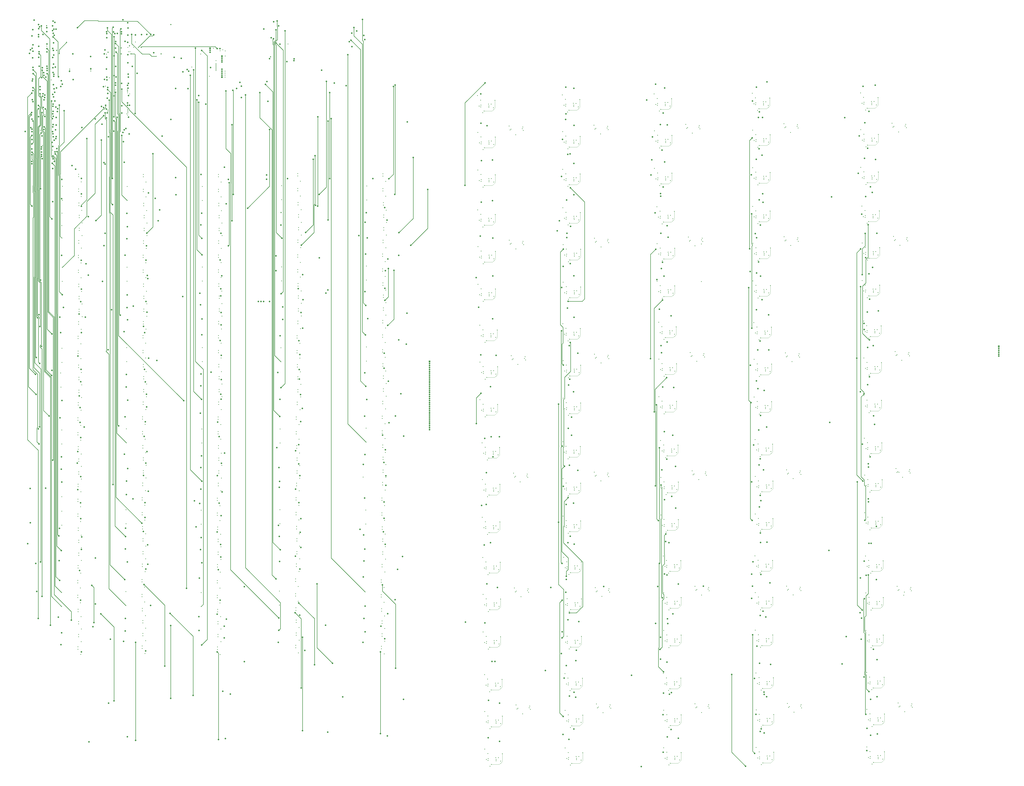
<source format=gbr>
%TF.GenerationSoftware,KiCad,Pcbnew,(6.99.0-3937-g3e53426b6c)*%
%TF.CreationDate,2024-12-16T03:44:03-05:00*%
%TF.ProjectId,AnalogFNN,416e616c-6f67-4464-9e4e-2e6b69636164,rev?*%
%TF.SameCoordinates,Original*%
%TF.FileFunction,Copper,L2,Inr*%
%TF.FilePolarity,Positive*%
%FSLAX46Y46*%
G04 Gerber Fmt 4.6, Leading zero omitted, Abs format (unit mm)*
G04 Created by KiCad (PCBNEW (6.99.0-3937-g3e53426b6c)) date 2024-12-16 03:44:03*
%MOMM*%
%LPD*%
G01*
G04 APERTURE LIST*
%TA.AperFunction,ComponentPad*%
%ADD10R,0.850000X0.850000*%
%TD*%
%TA.AperFunction,ComponentPad*%
%ADD11O,0.850000X0.850000*%
%TD*%
%TA.AperFunction,ViaPad*%
%ADD12C,0.400000*%
%TD*%
%TA.AperFunction,ViaPad*%
%ADD13C,0.800000*%
%TD*%
%TA.AperFunction,ViaPad*%
%ADD14C,0.600000*%
%TD*%
%TA.AperFunction,Conductor*%
%ADD15C,0.250000*%
%TD*%
%TA.AperFunction,Conductor*%
%ADD16C,0.100000*%
%TD*%
%TA.AperFunction,Conductor*%
%ADD17C,0.200000*%
%TD*%
G04 APERTURE END LIST*
D10*
%TO.N,GND*%
%TO.C,SW1*%
X126899999Y-27699999D03*
D11*
%TO.N,Net-(SW1-B)*%
X126899999Y-28699999D03*
%TO.N,+3V3*%
X126899999Y-29699999D03*
%TD*%
D10*
%TO.N,-5V*%
%TO.C,J2*%
X132999999Y-42499999D03*
D11*
%TO.N,GND*%
X132999999Y-41499999D03*
%TO.N,+5V*%
X132999999Y-40499999D03*
%TO.N,GND*%
X132999999Y-39499999D03*
%TO.N,+3V3*%
X132999999Y-38499999D03*
%TD*%
D10*
%TO.N,GND*%
%TO.C,J1*%
X133031399Y-31767999D03*
D11*
%TO.N,/SWCLK*%
X133031399Y-32767999D03*
%TO.N,/SWDIO*%
X133031399Y-33767999D03*
%TO.N,+3V3*%
X133031399Y-34767999D03*
%TD*%
D10*
%TO.N,/L5_OUT1*%
%TO.C,J4*%
X532199999Y-180899999D03*
D11*
%TO.N,/L5_OUT2*%
X532199999Y-181899999D03*
%TO.N,/L5_OUT3*%
X532199999Y-182899999D03*
%TO.N,/L5_OUT4*%
X532199999Y-183899999D03*
%TO.N,/L5_OUT5*%
X532199999Y-184899999D03*
%TO.N,/L5_OUT6*%
X532199999Y-185899999D03*
%TD*%
D10*
%TO.N,/L1_IN1*%
%TO.C,J3*%
X239699999Y-188699999D03*
D11*
%TO.N,/L1_IN2*%
X239699999Y-189699999D03*
%TO.N,/L1_IN3*%
X239699999Y-190699999D03*
%TO.N,/L1_IN4*%
X239699999Y-191699999D03*
%TO.N,/L1_IN5*%
X239699999Y-192699999D03*
%TO.N,/L1_IN6*%
X239699999Y-193699999D03*
%TO.N,/L1_IN7*%
X239699999Y-194699999D03*
%TO.N,/L1_IN8*%
X239699999Y-195699999D03*
%TO.N,/L1_IN9*%
X239699999Y-196699999D03*
%TO.N,/L1_IN10*%
X239699999Y-197699999D03*
%TO.N,/L1_IN11*%
X239699999Y-198699999D03*
%TO.N,/L1_IN12*%
X239699999Y-199699999D03*
%TO.N,/L1_IN13*%
X239699999Y-200699999D03*
%TO.N,/L1_IN14*%
X239699999Y-201699999D03*
%TO.N,/L1_IN15*%
X239699999Y-202699999D03*
%TO.N,/L1_IN16*%
X239699999Y-203699999D03*
%TO.N,/L1_IN17*%
X239699999Y-204699999D03*
%TO.N,/L1_IN18*%
X239699999Y-205699999D03*
%TO.N,/L1_IN19*%
X239699999Y-206699999D03*
%TO.N,/L1_IN20*%
X239699999Y-207699999D03*
%TO.N,/L1_IN21*%
X239699999Y-208699999D03*
%TO.N,/L1_IN22*%
X239699999Y-209699999D03*
%TO.N,/L1_IN23*%
X239699999Y-210699999D03*
%TO.N,/L1_IN24*%
X239699999Y-211699999D03*
%TO.N,/L1_IN25*%
X239699999Y-212699999D03*
%TO.N,/L1_IN26*%
X239699999Y-213699999D03*
%TO.N,/L1_IN27*%
X239699999Y-214699999D03*
%TO.N,/L1_IN28*%
X239699999Y-215699999D03*
%TO.N,/L1_IN29*%
X239699999Y-216699999D03*
%TO.N,/L1_IN30*%
X239699999Y-217699999D03*
%TO.N,/L1_IN31*%
X239699999Y-218699999D03*
%TO.N,/L1_IN32*%
X239699999Y-219699999D03*
%TO.N,/L1_IN33*%
X239699999Y-220699999D03*
%TO.N,/L1_IN34*%
X239699999Y-221699999D03*
%TO.N,/L1_IN35*%
X239699999Y-222699999D03*
%TO.N,/L1_IN36*%
X239699999Y-223699999D03*
%TD*%
D12*
%TO.N,Net-(U3B-+)*%
X280578000Y-67636000D03*
X281094000Y-69686300D03*
%TO.N,Net-(C2-Pad2)*%
X283955000Y-72131800D03*
X287359000Y-69058400D03*
%TO.N,Net-(U7B-+)*%
X280678000Y-126336000D03*
X281194000Y-128386000D03*
%TO.N,Net-(C5-Pad2)*%
X287459000Y-127758000D03*
X284055000Y-130832000D03*
%TO.N,Net-(U11B-+)*%
X282237000Y-187723000D03*
X281722000Y-185672000D03*
%TO.N,Net-(C8-Pad2)*%
X285099000Y-190168000D03*
X288502000Y-187095000D03*
%TO.N,Net-(U15B-+)*%
X283429000Y-248111000D03*
X282913000Y-246061000D03*
%TO.N,Net-(C11-Pad2)*%
X286290000Y-250557000D03*
X289694000Y-247483000D03*
%TO.N,Net-(U19B-+)*%
X283794000Y-307086000D03*
X283278000Y-305036000D03*
%TO.N,Net-(C14-Pad2)*%
X286655000Y-309532000D03*
X290059000Y-306458000D03*
%TO.N,Net-(U23B-+)*%
X284164000Y-365225000D03*
X284679000Y-367275000D03*
%TO.N,Net-(C17-Pad2)*%
X290944000Y-366647000D03*
X287541000Y-369721000D03*
%TO.N,Net-(U27B-+)*%
X324178000Y-67236000D03*
X324694000Y-69286300D03*
%TO.N,Net-(C20-Pad2)*%
X327555000Y-71731800D03*
X330959000Y-68658400D03*
%TO.N,Net-(U31B-+)*%
X324944000Y-127350000D03*
X324429000Y-125300000D03*
%TO.N,Net-(C23-Pad2)*%
X331209000Y-126722000D03*
X327806000Y-129796000D03*
%TO.N,Net-(U36B-+)*%
X324429000Y-184900000D03*
X324944000Y-186950000D03*
%TO.N,Net-(C26-Pad2)*%
X331209000Y-186322000D03*
X327806000Y-189396000D03*
%TO.N,Net-(U40B-+)*%
X324909000Y-247575000D03*
X324394000Y-245525000D03*
%TO.N,Net-(C29-Pad2)*%
X331174000Y-246947000D03*
X327771000Y-250021000D03*
%TO.N,Net-(U44B-+)*%
X325394000Y-306986000D03*
X324878000Y-304936000D03*
%TO.N,Net-(C32-Pad2)*%
X331659000Y-306358000D03*
X328255000Y-309432000D03*
%TO.N,Net-(U48B-+)*%
X325480000Y-364664000D03*
X325995000Y-366714000D03*
%TO.N,Net-(C35-Pad2)*%
X332260000Y-366086000D03*
X328856000Y-369159000D03*
%TO.N,Net-(U51B-+)*%
X371844000Y-68850100D03*
X371329000Y-66799800D03*
%TO.N,Net-(C38-Pad2)*%
X378109000Y-68222200D03*
X374706000Y-71295600D03*
%TO.N,Net-(U55B-+)*%
X372743000Y-124763000D03*
X373259000Y-126813000D03*
%TO.N,Net-(C41-Pad2)*%
X379524000Y-126185000D03*
X376120000Y-129258000D03*
%TO.N,Net-(U59B-+)*%
X374181000Y-186152000D03*
X373666000Y-184102000D03*
%TO.N,Net-(C44-Pad2)*%
X380446000Y-185524000D03*
X377043000Y-188598000D03*
%TO.N,Net-(U63B-+)*%
X374629000Y-244900000D03*
X375144000Y-246950000D03*
%TO.N,Net-(C47-Pad2)*%
X381409000Y-246322000D03*
X378006000Y-249396000D03*
%TO.N,Net-(U67B-+)*%
X376594000Y-306286000D03*
X376078000Y-304236000D03*
%TO.N,Net-(C50-Pad2)*%
X379455000Y-308732000D03*
X382859000Y-305658000D03*
%TO.N,Net-(U71B-+)*%
X376579000Y-366619000D03*
X376064000Y-364569000D03*
%TO.N,Net-(C53-Pad2)*%
X382844000Y-365991000D03*
X379441000Y-369064000D03*
%TO.N,Net-(U75B-+)*%
X422299000Y-68504500D03*
X421783000Y-66454200D03*
%TO.N,Net-(C56-Pad2)*%
X425160000Y-70950000D03*
X428564000Y-67876600D03*
%TO.N,Net-(U79B-+)*%
X421929000Y-124600000D03*
X422444000Y-126650000D03*
%TO.N,Net-(C59-Pad2)*%
X425306000Y-129096000D03*
X428709000Y-126022000D03*
%TO.N,Net-(U83B-+)*%
X422583000Y-184254000D03*
X423099000Y-186305000D03*
%TO.N,Net-(C62-Pad2)*%
X429364000Y-185677000D03*
X425960000Y-188750000D03*
%TO.N,Net-(U87B-+)*%
X423189000Y-244400000D03*
X423704000Y-246450000D03*
%TO.N,Net-(C65-Pad2)*%
X426566000Y-248896000D03*
X429969000Y-245822000D03*
%TO.N,Net-(U91B-+)*%
X423164000Y-304125000D03*
X423679000Y-306175000D03*
%TO.N,Net-(C68-Pad2)*%
X426541000Y-308621000D03*
X429944000Y-305547000D03*
%TO.N,Net-(U95B-+)*%
X424144000Y-366450000D03*
X423629000Y-364400000D03*
%TO.N,Net-(C71-Pad2)*%
X430409000Y-365822000D03*
X427006000Y-368896000D03*
%TO.N,Net-(U99B-+)*%
X477894000Y-68286300D03*
X477378000Y-66236000D03*
%TO.N,Net-(C74-Pad2)*%
X484159000Y-67658400D03*
X480755000Y-70731800D03*
%TO.N,Net-(U103B-+)*%
X478078000Y-124436000D03*
X478594000Y-126486000D03*
%TO.N,Net-(C77-Pad2)*%
X481455000Y-128932000D03*
X484859000Y-125858000D03*
%TO.N,Net-(U107B-+)*%
X479499000Y-185604000D03*
X478983000Y-183553000D03*
%TO.N,Net-(C80-Pad2)*%
X482360000Y-188049000D03*
X485764000Y-184976000D03*
%TO.N,Net-(U111B-+)*%
X480886000Y-245638000D03*
X479881000Y-245752000D03*
X479366000Y-243702000D03*
%TO.N,Net-(C83-Pad2)*%
X486146000Y-245124000D03*
X482743000Y-248198000D03*
%TO.N,Net-(U115B-+)*%
X480495000Y-306314000D03*
X479980000Y-304264000D03*
%TO.N,Net-(U115C--)*%
X483700000Y-307200000D03*
%TO.N,Net-(C86-Pad2)*%
X486760000Y-305686000D03*
X483356000Y-308759000D03*
%TO.N,Net-(U119B-+)*%
X480513000Y-364149000D03*
X481029000Y-366199000D03*
%TO.N,Net-(C89-Pad2)*%
X487294000Y-365571000D03*
X483890000Y-368645000D03*
%TO.N,GND*%
X310573000Y-332476000D03*
X468693000Y-212209000D03*
X315189000Y-393319000D03*
X172150000Y-108250000D03*
X131200000Y-184150000D03*
X356514000Y-109163000D03*
X463073000Y-93776400D03*
X331700000Y-247800000D03*
X361628000Y-293515000D03*
X130730000Y-294350000D03*
X308309000Y-268186000D03*
X266128000Y-56915200D03*
X272479000Y-236455000D03*
X461299000Y-69572400D03*
X308165000Y-229925000D03*
X171230000Y-322750000D03*
X407333000Y-55733400D03*
X92200000Y-225880000D03*
X215750000Y-101050000D03*
X464678000Y-211094000D03*
X487000000Y-304800000D03*
X378300000Y-67400000D03*
X266373000Y-153876000D03*
X363381000Y-193433000D03*
X215650000Y-210450000D03*
X408739000Y-233679000D03*
X405699000Y-89115600D03*
X272993000Y-314367000D03*
X362458000Y-134093000D03*
X92600000Y-245980000D03*
X407549000Y-367736000D03*
X215950000Y-155750000D03*
X464434000Y-367485000D03*
X413194000Y-354794000D03*
X268084000Y-368561000D03*
X309251000Y-349064000D03*
X131025000Y-330145000D03*
X59025000Y-218845000D03*
X130630000Y-260150000D03*
X131130000Y-252550000D03*
X407400000Y-348800000D03*
D13*
X46600000Y-31200000D03*
D12*
X91940000Y-301940000D03*
D13*
X35700000Y-43500000D03*
D12*
X484400000Y-66800000D03*
X264449000Y-110736000D03*
X407109000Y-247736000D03*
X59525000Y-198027000D03*
X412904000Y-253730000D03*
X308349000Y-128636000D03*
X487500000Y-364700000D03*
X361778000Y-312451000D03*
X470223000Y-392804000D03*
X215325000Y-294245000D03*
X309395000Y-387325000D03*
X463895000Y-326925000D03*
X412879000Y-313455000D03*
X59225000Y-233745000D03*
X130000000Y-34100000D03*
X467788000Y-153092000D03*
X288000000Y-128600000D03*
D13*
X65600000Y-38200000D03*
D12*
X290300000Y-305600000D03*
D13*
X73800000Y-22300000D03*
D12*
X59325000Y-191827000D03*
X355244000Y-89461200D03*
X134700000Y-31700000D03*
X59323200Y-323510000D03*
X59525000Y-108545000D03*
X215290000Y-329850000D03*
X131610000Y-114850000D03*
X412874000Y-332780000D03*
X92925000Y-156345000D03*
X172350000Y-121050000D03*
X92340000Y-329640000D03*
X266829000Y-268722000D03*
X314139000Y-153955000D03*
X407079000Y-326786000D03*
X126600000Y-42100000D03*
X408883000Y-271940000D03*
X331900000Y-305500000D03*
X92300000Y-252480000D03*
X92200000Y-218280000D03*
X383400000Y-306500000D03*
X215525000Y-252145000D03*
X430200000Y-245000000D03*
X266228000Y-115615000D03*
X428900000Y-125200000D03*
X355249000Y-70136200D03*
X216150000Y-114550000D03*
D13*
X35600000Y-54100000D03*
D12*
X59125000Y-253045000D03*
X429600000Y-184800000D03*
X266273000Y-95176400D03*
X59225000Y-211127000D03*
X463773000Y-151976000D03*
X92400000Y-233180000D03*
X408888000Y-252615000D03*
X357586000Y-187438000D03*
X406504000Y-187591000D03*
X359999000Y-307572000D03*
X171150000Y-267450000D03*
X363231000Y-174496000D03*
X381000000Y-186400000D03*
D13*
X73800000Y-32400000D03*
D12*
X268463000Y-235340000D03*
X309400000Y-368000000D03*
X215225000Y-260045000D03*
X331500000Y-69500000D03*
X171550000Y-280950000D03*
X131210000Y-93750000D03*
X411644000Y-133930000D03*
D13*
X84700000Y-31000000D03*
D12*
X270244000Y-116730000D03*
X411639000Y-153255000D03*
X462904000Y-186890000D03*
X309878000Y-75451400D03*
X59323200Y-330110000D03*
X361763000Y-372784000D03*
D13*
X73700000Y-63500000D03*
D12*
X265493000Y-170072000D03*
X411498000Y-75784700D03*
X267194000Y-327697000D03*
X92226800Y-274780000D03*
X314588000Y-333592000D03*
X171150000Y-259850000D03*
X310123000Y-152840000D03*
X314139000Y-213555000D03*
X405849000Y-127936000D03*
X363376000Y-212758000D03*
X269858000Y-392765000D03*
X172125000Y-149945000D03*
X59000000Y-260640000D03*
X430200000Y-304700000D03*
X463281000Y-266363000D03*
X486400000Y-244300000D03*
X92725000Y-150145000D03*
X467644000Y-114830000D03*
X408858000Y-331665000D03*
X214990000Y-336350000D03*
X92340000Y-323040000D03*
X171030000Y-316550000D03*
X59525000Y-204627000D03*
X412899000Y-273055000D03*
X92820000Y-204250000D03*
X171730000Y-210850000D03*
X310128000Y-133515000D03*
X461294000Y-88897400D03*
X131030000Y-225950000D03*
X360894000Y-57194100D03*
X463286000Y-247038000D03*
X465529000Y-293543000D03*
X131625000Y-156245000D03*
X215625000Y-287745000D03*
X310428000Y-294215000D03*
X170930000Y-335850000D03*
X92525000Y-142845000D03*
X469076000Y-272358000D03*
X59725000Y-114745000D03*
X308314000Y-248861000D03*
X408278000Y-211795000D03*
X487800000Y-366400000D03*
X267049000Y-289436000D03*
X131410000Y-108650000D03*
X134600000Y-39500000D03*
X272628000Y-255392000D03*
X467093000Y-75566500D03*
X59325000Y-93645000D03*
X215625000Y-232845000D03*
X59425000Y-127845000D03*
X172350000Y-114450000D03*
X464429000Y-386810000D03*
X365793000Y-313567000D03*
X171630000Y-239450000D03*
X313744000Y-57630300D03*
X215550000Y-142250000D03*
X289100000Y-187900000D03*
X171925000Y-142645000D03*
X313994000Y-175294000D03*
X359365000Y-192317000D03*
X408283000Y-192470000D03*
X215750000Y-191150000D03*
X380700000Y-184700000D03*
X92140000Y-316840000D03*
X413339000Y-393055000D03*
X214890000Y-309750000D03*
X215950000Y-162350000D03*
X362453000Y-153418000D03*
X365629000Y-354963000D03*
X172030000Y-197750000D03*
X405844000Y-147261000D03*
X314109000Y-254855000D03*
X272988000Y-333692000D03*
X428800000Y-67000000D03*
X215825000Y-245645000D03*
X361614000Y-353848000D03*
X92925000Y-162945000D03*
D13*
X35300000Y-85900000D03*
D12*
X308200000Y-109700000D03*
D13*
X74100000Y-53400000D03*
D12*
X91940000Y-309540000D03*
D13*
X85000000Y-52000000D03*
D12*
X92126800Y-294080000D03*
X264349000Y-52036200D03*
X130830000Y-275050000D03*
X331400000Y-246100000D03*
X170830000Y-301650000D03*
X215550000Y-183850000D03*
X59650000Y-163050000D03*
X288800000Y-186200000D03*
X430900000Y-366700000D03*
X128600000Y-27700000D03*
X309979000Y-114579000D03*
X92825000Y-108645000D03*
X383100000Y-304800000D03*
X461994000Y-147097000D03*
X380100000Y-127000000D03*
X131430000Y-246050000D03*
X381600000Y-245500000D03*
X131030000Y-218350000D03*
X268973000Y-332576000D03*
X215950000Y-197350000D03*
X172325000Y-156145000D03*
X131030000Y-287850000D03*
X407478000Y-93994600D03*
X412729000Y-294519000D03*
X486300000Y-185800000D03*
X361773000Y-331776000D03*
X93025000Y-114845000D03*
X215750000Y-93450000D03*
X92625000Y-93745000D03*
X59400000Y-288340000D03*
X378600000Y-69100000D03*
X131210000Y-101350000D03*
X407479000Y-113879000D03*
X215290000Y-323250000D03*
X379800000Y-125300000D03*
X412149000Y-174649000D03*
X408133000Y-173533000D03*
X92426800Y-287580000D03*
X268613000Y-254276000D03*
D13*
X46200000Y-84500000D03*
D12*
X406499000Y-206916000D03*
X270393000Y-135667000D03*
X462754000Y-167953000D03*
X171230000Y-225950000D03*
X265638000Y-208334000D03*
X407084000Y-307461000D03*
X468931000Y-234096000D03*
X361758000Y-392109000D03*
X59400000Y-281740000D03*
X130725000Y-336645000D03*
X215950000Y-108350000D03*
X287892000Y-69922000D03*
X430600000Y-365000000D03*
X130630000Y-267750000D03*
X465060000Y-271242000D03*
X171330000Y-252550000D03*
D13*
X35400000Y-74600000D03*
D12*
X268978000Y-313251000D03*
X267199000Y-308372000D03*
X310123000Y-212440000D03*
X215625000Y-281145000D03*
X463778000Y-132651000D03*
X131325000Y-169345000D03*
X266684000Y-230461000D03*
D13*
X46300000Y-73200000D03*
D12*
X465679000Y-312479000D03*
X92620000Y-191450000D03*
X131310000Y-127950000D03*
X311029000Y-353943000D03*
X359984000Y-367905000D03*
X357028000Y-75015200D03*
X130825000Y-317345000D03*
D13*
X309700000Y-307300000D03*
D12*
X171630000Y-176650000D03*
X359216000Y-173381000D03*
X171830000Y-191550000D03*
X215650000Y-168850000D03*
X365779000Y-373899000D03*
X365644000Y-294630000D03*
X360328000Y-253115000D03*
X131225000Y-142745000D03*
X215950000Y-203950000D03*
X215750000Y-149550000D03*
D13*
X54700000Y-39600000D03*
D12*
X411349000Y-56848500D03*
X215550000Y-134650000D03*
X59023200Y-336610000D03*
X362309000Y-115157000D03*
X92600000Y-239380000D03*
X268608000Y-273601000D03*
X331400000Y-125900000D03*
X131200000Y-176550000D03*
X272623000Y-274717000D03*
X171950000Y-93350000D03*
X469545000Y-294658000D03*
X59123200Y-317310000D03*
X356879000Y-56079000D03*
X484700000Y-68500000D03*
X464533000Y-172832000D03*
X358443000Y-132978000D03*
X215425000Y-225545000D03*
X468549000Y-173948000D03*
X130625000Y-302445000D03*
X465674000Y-331804000D03*
X287587000Y-68194800D03*
X470228000Y-373479000D03*
X407623000Y-152140000D03*
X364194000Y-235294000D03*
X309944000Y-234804000D03*
X215550000Y-176250000D03*
X92820000Y-197650000D03*
X131230000Y-233250000D03*
X466213000Y-372364000D03*
X131430000Y-239450000D03*
X360179000Y-234179000D03*
X358400000Y-229300000D03*
X360323000Y-272440000D03*
X331700000Y-127600000D03*
X313959000Y-235919000D03*
X463137000Y-228102000D03*
X308649000Y-289336000D03*
X463078000Y-74451400D03*
X412298000Y-193585000D03*
X58923200Y-310010000D03*
X271437000Y-195003000D03*
X273729000Y-355619000D03*
X309979000Y-174179000D03*
X464916000Y-232981000D03*
X291500000Y-367500000D03*
D13*
X35400000Y-64100000D03*
D12*
X59125000Y-176927000D03*
X407628000Y-132815000D03*
X290200000Y-248300000D03*
X381900000Y-247200000D03*
X265643000Y-189009000D03*
X466944000Y-56630300D03*
X469081000Y-253033000D03*
D13*
X84800000Y-41000000D03*
D12*
X269863000Y-373440000D03*
X315045000Y-355058000D03*
X264599000Y-129672000D03*
X310128000Y-193115000D03*
X267421000Y-193888000D03*
X92420000Y-184150000D03*
X358293000Y-114042000D03*
X464284000Y-348549000D03*
X92026800Y-259880000D03*
X462928000Y-55515200D03*
X271432000Y-214328000D03*
X93025000Y-121445000D03*
X170830000Y-309250000D03*
X267416000Y-213213000D03*
X461149000Y-50636200D03*
X332200000Y-307200000D03*
X59325000Y-101245000D03*
X470079000Y-354543000D03*
X308344000Y-147961000D03*
D13*
X307855700Y-327600000D03*
D12*
X171350000Y-274750000D03*
X313888000Y-95891500D03*
X267935000Y-349625000D03*
X361044000Y-76130300D03*
X172025000Y-169245000D03*
X171230000Y-329350000D03*
X408863000Y-312340000D03*
X331200000Y-67800000D03*
X364344000Y-254230000D03*
X273879000Y-374555000D03*
X59725000Y-121345000D03*
X408714000Y-293404000D03*
X59100000Y-294840000D03*
X92026800Y-267480000D03*
X413344000Y-373730000D03*
X311174000Y-392204000D03*
X466208000Y-391689000D03*
X405554000Y-50854400D03*
X409179000Y-353679000D03*
X359994000Y-326897000D03*
X314144000Y-134630000D03*
X270388000Y-154992000D03*
X59350000Y-169550000D03*
X379384000Y-147589000D03*
X59250000Y-142950000D03*
X59425000Y-246545000D03*
X429900000Y-186500000D03*
X331800000Y-187200000D03*
X314593000Y-314267000D03*
X429100000Y-68700000D03*
X92625000Y-101345000D03*
X308200000Y-169300000D03*
X215090000Y-317050000D03*
X314104000Y-274180000D03*
X289900000Y-246600000D03*
X171630000Y-184250000D03*
X308094000Y-89897400D03*
X462899000Y-206215000D03*
X59025000Y-226445000D03*
X268079000Y-387886000D03*
X131025000Y-323545000D03*
X59125000Y-184527000D03*
X59450000Y-150250000D03*
X268828000Y-294315000D03*
X131600000Y-204250000D03*
X271288000Y-176067000D03*
X364339000Y-273555000D03*
X171250000Y-294050000D03*
X406935000Y-288525000D03*
X291200000Y-365800000D03*
D13*
X46500000Y-52700000D03*
D12*
X215225000Y-267645000D03*
X92420000Y-176550000D03*
X131425000Y-150045000D03*
X359360000Y-211642000D03*
X379389000Y-128264000D03*
X270293000Y-76966500D03*
X264494000Y-90297400D03*
X467793000Y-133767000D03*
X131400000Y-191450000D03*
X485400000Y-126700000D03*
X215425000Y-274945000D03*
X466063000Y-353428000D03*
X409328000Y-372615000D03*
X358438000Y-152303000D03*
X356664000Y-128099000D03*
X355100000Y-51200000D03*
X269714000Y-354504000D03*
X411494000Y-114994000D03*
X266834000Y-249397000D03*
X266278000Y-75851400D03*
X92525000Y-135245000D03*
X365774000Y-393224000D03*
X487300000Y-306500000D03*
X461849000Y-108836000D03*
X131225000Y-135145000D03*
X407104000Y-267061000D03*
X215825000Y-239045000D03*
X310578000Y-313151000D03*
X412293000Y-212910000D03*
X383100000Y-365100000D03*
X59650000Y-156450000D03*
X313994000Y-115694000D03*
X309728000Y-56515200D03*
X290600000Y-307300000D03*
X216150000Y-121150000D03*
X307949000Y-51636200D03*
X405700000Y-109000000D03*
X430500000Y-306400000D03*
X273874000Y-393880000D03*
X469689000Y-332919000D03*
X131625000Y-162845000D03*
X172325000Y-162745000D03*
X131600000Y-197650000D03*
X313893000Y-76566500D03*
X331500000Y-185500000D03*
X429200000Y-126900000D03*
D13*
X35400000Y-21400000D03*
D12*
X356659000Y-147424000D03*
D13*
X84700000Y-20900000D03*
D12*
X358549000Y-248236000D03*
X272844000Y-295430000D03*
X311179000Y-372879000D03*
X468698000Y-192884000D03*
X310088000Y-273065000D03*
X407544000Y-387061000D03*
X463900000Y-307600000D03*
X310093000Y-253740000D03*
X409323000Y-391940000D03*
X287700000Y-126900000D03*
X464683000Y-191769000D03*
D13*
X46600000Y-42100000D03*
D12*
X467088000Y-94891500D03*
X171925000Y-135045000D03*
X58923200Y-302410000D03*
X130625000Y-310045000D03*
X172030000Y-204350000D03*
X215425000Y-217945000D03*
X171950000Y-100950000D03*
X131610000Y-121450000D03*
X463751000Y-288664000D03*
X59425000Y-239945000D03*
X264594000Y-148997000D03*
X267272000Y-174951000D03*
X214890000Y-302150000D03*
X411493000Y-95109700D03*
X314444000Y-295330000D03*
X469694000Y-313594000D03*
X314144000Y-194230000D03*
X359979000Y-387230000D03*
X407483000Y-74669600D03*
X332800000Y-366900000D03*
X357437000Y-168502000D03*
X270144000Y-58030300D03*
D13*
X46300000Y-62700000D03*
D12*
X357023000Y-94340200D03*
X134600000Y-41500000D03*
X359849000Y-288636000D03*
X309873000Y-94776400D03*
X92625000Y-169445000D03*
X59250000Y-135350000D03*
X406354000Y-168654000D03*
X171550000Y-287550000D03*
X266378000Y-134551000D03*
X84600000Y-62100000D03*
X486000000Y-184100000D03*
X463628000Y-113715000D03*
X122100000Y-30700000D03*
X92426800Y-280980000D03*
X405704000Y-69790600D03*
X75200000Y-42900000D03*
X357581000Y-206763000D03*
X486700000Y-246000000D03*
X308349000Y-188236000D03*
X358544000Y-267561000D03*
X361039000Y-95455300D03*
X308344000Y-207561000D03*
X131300000Y-210750000D03*
X430500000Y-246700000D03*
X270288000Y-96291500D03*
X171630000Y-246050000D03*
X485100000Y-125000000D03*
X365788000Y-332892000D03*
X308099000Y-70572400D03*
X131030000Y-281250000D03*
X461999000Y-127772000D03*
X359835000Y-348969000D03*
X465065000Y-251917000D03*
X59000000Y-268240000D03*
X264499000Y-70972400D03*
X59200000Y-275540000D03*
X92725000Y-127945000D03*
X332500000Y-365200000D03*
X92520000Y-210750000D03*
X172050000Y-127550000D03*
X171430000Y-233250000D03*
X412754000Y-234794000D03*
D13*
X46300000Y-20000000D03*
D12*
X383400000Y-366800000D03*
X215850000Y-127650000D03*
X117500000Y-37400000D03*
D13*
X35700000Y-32600000D03*
D12*
X406960000Y-228800000D03*
X315194000Y-373994000D03*
X92040000Y-336140000D03*
X171230000Y-218350000D03*
D13*
%TO.N,/Neuron6_1/IN1*%
X306441100Y-116352700D03*
X307831500Y-232188300D03*
X308885400Y-351356200D03*
X307549500Y-172915900D03*
X307752100Y-292436000D03*
%TO.N,/Neuron6_1/IN2*%
X309073900Y-242511000D03*
X312042600Y-178940500D03*
X309998400Y-299092000D03*
X312173400Y-119246500D03*
X309766500Y-61392000D03*
X313985000Y-358642500D03*
%TO.N,/Neuron6_1/IN3*%
X307828400Y-311372000D03*
X308400000Y-371100000D03*
X308005100Y-74491400D03*
X308440200Y-252799300D03*
X308429400Y-130894500D03*
X308429000Y-190529700D03*
%TO.N,/Neuron6_1/IN4*%
X311900000Y-82000000D03*
X311749000Y-197779600D03*
X311600300Y-317887900D03*
X310906000Y-258617000D03*
X313828400Y-377539900D03*
X311991700Y-138407600D03*
X305300000Y-121500000D03*
%TO.N,/Neuron6_1/IN5*%
X306011800Y-210594000D03*
X307400000Y-338800000D03*
X307794000Y-330697000D03*
X306011800Y-271286000D03*
X307621700Y-150640400D03*
X307497000Y-93546300D03*
%TO.N,/Neuron6_1/IN6*%
X312695800Y-217237400D03*
X311991700Y-278458000D03*
X315100000Y-337100000D03*
X312100000Y-99421900D03*
X310936000Y-157717000D03*
%TO.N,/Neuron6_1/OUT*%
X357839200Y-292430000D03*
X351249000Y-54300000D03*
X357837600Y-233007300D03*
X355605800Y-112263000D03*
X359906900Y-348138900D03*
%TO.N,/Neuron6_10/IN2*%
X361587900Y-238866300D03*
X359717900Y-61008500D03*
X364000200Y-358864300D03*
X361705900Y-298392000D03*
X361809900Y-118932000D03*
X361824200Y-178658000D03*
%TO.N,/Neuron6_10/IN3*%
X359681800Y-370196800D03*
X359349000Y-310137300D03*
X354249000Y-73236200D03*
X358629400Y-252153800D03*
X353270500Y-187222500D03*
X355903000Y-130976500D03*
%TO.N,/Neuron6_10/IN4*%
X363817500Y-377779100D03*
X359200000Y-80000000D03*
X364153500Y-258000000D03*
X364738200Y-318329500D03*
X355750100Y-252602600D03*
X361536200Y-196991500D03*
X359457600Y-137707000D03*
%TO.N,/Neuron6_10/IN5*%
X356930400Y-304292000D03*
X359760800Y-389522500D03*
X358398400Y-330354000D03*
X329187100Y-304292000D03*
X356324500Y-210959000D03*
X357276800Y-270474000D03*
X356560300Y-146601200D03*
X353516200Y-92830000D03*
%TO.N,/Neuron6_10/IN6*%
X355159300Y-214586000D03*
X359722900Y-98993100D03*
X348475200Y-396826100D03*
X358035000Y-336653000D03*
X359435400Y-157060400D03*
X361136000Y-277317000D03*
X343485300Y-349914700D03*
%TO.N,/Neuron6_13/IN1*%
X405240000Y-112821100D03*
X406624200Y-351584200D03*
X405936200Y-291626200D03*
X405277400Y-171589300D03*
X406205200Y-231605200D03*
X405634400Y-54793400D03*
%TO.N,/Neuron6_13/IN2*%
X409935200Y-298157900D03*
X409663400Y-238668000D03*
X409547400Y-178195500D03*
X409184400Y-60391900D03*
X411611100Y-358556000D03*
X409673400Y-118531000D03*
%TO.N,/Neuron6_13/IN3*%
X405245100Y-310394000D03*
X404244300Y-130754000D03*
X404546600Y-190634000D03*
X405498600Y-73736800D03*
X407385600Y-370028800D03*
X405245100Y-250514000D03*
%TO.N,/Neuron6_10/OUT*%
X411073100Y-316991000D03*
X407670100Y-198618000D03*
X409663400Y-257492000D03*
X410141000Y-377492000D03*
X409000000Y-79315100D03*
X408808100Y-137538400D03*
%TO.N,/Neuron6_11/OUT*%
X405047900Y-92756500D03*
X405694100Y-329151100D03*
X380426000Y-304172000D03*
X405451500Y-270395700D03*
X403683500Y-150714000D03*
X404916300Y-209836000D03*
X406779900Y-390046900D03*
X405658800Y-304172000D03*
%TO.N,/Neuron6_12/OUT*%
X410533000Y-156924200D03*
X409757800Y-216459200D03*
X407900000Y-335000000D03*
X409708000Y-276805000D03*
X402125300Y-396657100D03*
X411020500Y-106889900D03*
X394948200Y-349551800D03*
%TO.N,/Neuron6_13/OUT*%
X463084633Y-172193672D03*
X463060800Y-291259200D03*
X461800000Y-113000000D03*
X462140200Y-231202000D03*
X462947900Y-350772900D03*
X462955500Y-169100000D03*
%TO.N,/Neuron6_14/OUT*%
X465754100Y-177570800D03*
X465046500Y-118376700D03*
X465475800Y-358305000D03*
X465165700Y-298420000D03*
X466137200Y-237716500D03*
X465475800Y-60168900D03*
%TO.N,/Neuron6_15/OUT*%
X463119300Y-310571800D03*
X459201000Y-186936900D03*
X463859700Y-370010200D03*
X461186000Y-130872000D03*
X462373900Y-250138000D03*
X460537000Y-72780300D03*
%TO.N,/Neuron6_16/OUT*%
X462007400Y-316382000D03*
X459495900Y-250514000D03*
X464449500Y-377229000D03*
X465716700Y-196514100D03*
X464860400Y-79122000D03*
X463798200Y-135292400D03*
%TO.N,/Neuron6_17/OUT*%
X461168000Y-150197000D03*
X460007100Y-91997400D03*
X462990400Y-205378500D03*
X444900400Y-285799600D03*
X453845000Y-330025000D03*
X463361400Y-270277400D03*
X461493600Y-331400000D03*
X464400000Y-388600000D03*
%TO.N,/Neuron6_18/OUT*%
X466279100Y-98907200D03*
X467843400Y-216582000D03*
X467800000Y-336600000D03*
X465876300Y-156628100D03*
X469300000Y-273400000D03*
D12*
%TO.N,-5V*%
X470076000Y-353834000D03*
X412752000Y-234085000D03*
X271435000Y-194294000D03*
X272841000Y-294722000D03*
X315043000Y-354349000D03*
X412727000Y-293810000D03*
X271430000Y-213619000D03*
X360892000Y-56485400D03*
X314141000Y-193522000D03*
X364341000Y-253522000D03*
X314106000Y-254147000D03*
X313886000Y-95182800D03*
X413336000Y-392347000D03*
X413341000Y-373022000D03*
X411491000Y-94401000D03*
X468546000Y-173239000D03*
X272476000Y-235747000D03*
X466941000Y-55921600D03*
X315192000Y-373285000D03*
X363229000Y-173788000D03*
X270386000Y-154283000D03*
X469687000Y-332210000D03*
X467786000Y-152383000D03*
X273727000Y-354910000D03*
X470226000Y-372771000D03*
X134600000Y-42500000D03*
X412871000Y-332072000D03*
X362451000Y-152709000D03*
X273871000Y-393172000D03*
X363378000Y-192724000D03*
X365791000Y-312858000D03*
X365641000Y-293922000D03*
X314591000Y-313558000D03*
X411641000Y-133222000D03*
X314141000Y-133922000D03*
X412296000Y-192876000D03*
X412901000Y-253022000D03*
X469543000Y-293949000D03*
X361036000Y-94746600D03*
X468929000Y-233388000D03*
X314136000Y-153247000D03*
X412876000Y-312747000D03*
X313741000Y-56921600D03*
X413192000Y-354085000D03*
X314101000Y-273472000D03*
X313957000Y-235210000D03*
X467791000Y-133058000D03*
X270291000Y-76257800D03*
X362306000Y-114448000D03*
X271285000Y-175358000D03*
X365627000Y-354254000D03*
X314441000Y-294622000D03*
X469073000Y-271649000D03*
X313992000Y-174585000D03*
X270241000Y-116022000D03*
X470221000Y-392096000D03*
X469078000Y-252324000D03*
X314586000Y-332883000D03*
X270286000Y-95582800D03*
X313992000Y-114985000D03*
X272626000Y-254683000D03*
X469692000Y-312885000D03*
X467641000Y-114122000D03*
X364336000Y-272847000D03*
X272986000Y-332983000D03*
X412146000Y-173940000D03*
X361041000Y-75421600D03*
X365786000Y-332183000D03*
X362456000Y-133384000D03*
X364192000Y-234585000D03*
X273876000Y-373847000D03*
X467091000Y-74857800D03*
X411346000Y-56139800D03*
X467086000Y-94182800D03*
X412896000Y-272347000D03*
X411636000Y-152547000D03*
X468691000Y-211500000D03*
X314136000Y-212847000D03*
X315187000Y-392610000D03*
X412291000Y-212201000D03*
X272991000Y-313658000D03*
X272621000Y-274008000D03*
X270141000Y-57321600D03*
X411496000Y-75076000D03*
X270391000Y-134958000D03*
X313891000Y-75857800D03*
X365771000Y-392516000D03*
X363373000Y-212049000D03*
X411492000Y-114285000D03*
X468696000Y-192175000D03*
X365776000Y-373190000D03*
%TO.N,+5V*%
X60400000Y-270940000D03*
X374604000Y-185728000D03*
X92200000Y-224680000D03*
X171950000Y-99750000D03*
X132900000Y-242100000D03*
X93800000Y-290100000D03*
X61100000Y-159100000D03*
X61125000Y-117445000D03*
X93440000Y-338740000D03*
X93800000Y-332200000D03*
X59100000Y-293540000D03*
X359358000Y-272923000D03*
X132500000Y-283900000D03*
X94500000Y-117500000D03*
X407312000Y-212277000D03*
X93340000Y-304640000D03*
X216900000Y-277400000D03*
X60525000Y-187227000D03*
X171330000Y-251250000D03*
X406663000Y-133298000D03*
X481452000Y-365774000D03*
X359214000Y-234662000D03*
X60800000Y-194300000D03*
X217050000Y-171450000D03*
X92625000Y-92545000D03*
X131030000Y-286650000D03*
X310209000Y-392687000D03*
D13*
X46400000Y-46400000D03*
D12*
X215525000Y-250845000D03*
X216700000Y-325900000D03*
X422867000Y-126225000D03*
X462663000Y-114198000D03*
X131625000Y-155045000D03*
X132800000Y-248600000D03*
X132500000Y-326200000D03*
X60700000Y-278000000D03*
X173325000Y-145345000D03*
X132710000Y-130550000D03*
X173800000Y-123700000D03*
X217400000Y-110900000D03*
X215625000Y-286545000D03*
X131030000Y-224750000D03*
X59650000Y-155250000D03*
X59200000Y-274240000D03*
X356058000Y-94822800D03*
X94398100Y-158993000D03*
X284217000Y-306662000D03*
X171730000Y-209550000D03*
X215425000Y-216745000D03*
X60800000Y-326200000D03*
X360807000Y-332259000D03*
X173000000Y-290100000D03*
X92820000Y-196450000D03*
X215550000Y-141050000D03*
X216925000Y-254745000D03*
X215625000Y-231545000D03*
X480304000Y-245328000D03*
X171230000Y-328150000D03*
X215750000Y-189850000D03*
X424567000Y-366025000D03*
X464709000Y-332287000D03*
X171230000Y-224750000D03*
X172900000Y-235700000D03*
X171230000Y-321550000D03*
X58923200Y-308810000D03*
X172550000Y-270150000D03*
X268893000Y-393248000D03*
X173300000Y-194000000D03*
X60825000Y-130445000D03*
X92426800Y-279780000D03*
X59350000Y-168250000D03*
X216950000Y-178950000D03*
X61000000Y-200700000D03*
X360812000Y-312934000D03*
X171150000Y-258650000D03*
X173000000Y-283600000D03*
X479017000Y-126062000D03*
X130625000Y-301245000D03*
X59123200Y-316010000D03*
X170930000Y-334550000D03*
X58923200Y-301210000D03*
X377017000Y-305862000D03*
X59323200Y-328910000D03*
X407898000Y-312823000D03*
X132725000Y-171945000D03*
X92420000Y-175350000D03*
X217000000Y-283800000D03*
X217300000Y-164900000D03*
X215290000Y-328650000D03*
X60400000Y-263340000D03*
X131225000Y-141545000D03*
X215825000Y-237845000D03*
X173130000Y-213450000D03*
X92426800Y-286380000D03*
X355914000Y-56561600D03*
X217300000Y-248200000D03*
X309163000Y-193598000D03*
X267647000Y-254759000D03*
X92525000Y-134045000D03*
X131600000Y-196450000D03*
X217050000Y-213050000D03*
X132300000Y-319800000D03*
X359363000Y-253598000D03*
X131610000Y-113650000D03*
X94000000Y-248500000D03*
X61125000Y-123945000D03*
X131025000Y-328945000D03*
X406658000Y-152623000D03*
X132430000Y-228650000D03*
X59325000Y-92445000D03*
X172325000Y-154945000D03*
X465247000Y-372847000D03*
X465242000Y-392172000D03*
X92625000Y-168145000D03*
X133000000Y-206800000D03*
X173325000Y-137745000D03*
X94300000Y-111100000D03*
X173700000Y-152400000D03*
X171150000Y-266250000D03*
X60650000Y-138050000D03*
X171630000Y-244850000D03*
D13*
X46500000Y-24900000D03*
D12*
X92925000Y-155145000D03*
D13*
X46100000Y-78200000D03*
D12*
X60323200Y-312710000D03*
X92525000Y-141645000D03*
X172630000Y-228650000D03*
X94100000Y-242000000D03*
X217400000Y-206500000D03*
X171350000Y-273450000D03*
X132025000Y-305145000D03*
X357328000Y-114524000D03*
X130625000Y-308845000D03*
X215225000Y-266445000D03*
X172325000Y-161545000D03*
X266456000Y-194370000D03*
X93925000Y-137945000D03*
X94100000Y-193900000D03*
X217150000Y-96150000D03*
X59225000Y-209827000D03*
X60423200Y-339210000D03*
X172030000Y-196550000D03*
X59023200Y-335310000D03*
X132030000Y-262850000D03*
X93820000Y-186850000D03*
X309163000Y-133998000D03*
X406514000Y-114362000D03*
X93800000Y-325700000D03*
X172650000Y-296650000D03*
X131610000Y-120250000D03*
X59725000Y-120145000D03*
X94300000Y-200300000D03*
X92925000Y-161745000D03*
X309158000Y-212923000D03*
X308912000Y-75934000D03*
X132125000Y-339245000D03*
X424127000Y-246025000D03*
X462107000Y-94259000D03*
X132800000Y-193900000D03*
X133000000Y-165400000D03*
X94500000Y-124000000D03*
X91940000Y-300740000D03*
X60925000Y-111045000D03*
X92820000Y-203050000D03*
X131300000Y-209450000D03*
X93340000Y-312240000D03*
X171630000Y-175450000D03*
X215750000Y-92250000D03*
X132300000Y-277500000D03*
X217150000Y-103750000D03*
X308763000Y-56997800D03*
X132500000Y-332700000D03*
X309128000Y-254223000D03*
X60500000Y-297440000D03*
D13*
X84500000Y-55800000D03*
D12*
X424102000Y-305750000D03*
X131230000Y-231950000D03*
X132900000Y-152500000D03*
X59000000Y-259440000D03*
X358251000Y-173864000D03*
X93600000Y-220980000D03*
X463951000Y-233464000D03*
X173800000Y-165300000D03*
X60725000Y-103945000D03*
X215850000Y-126350000D03*
X130825000Y-316045000D03*
X215225000Y-258845000D03*
X478317000Y-67861600D03*
X358400000Y-192800000D03*
X92140000Y-315540000D03*
X356063000Y-75497800D03*
X132600000Y-179250000D03*
X92725000Y-148845000D03*
X214890000Y-308550000D03*
X93700000Y-255080000D03*
X172150000Y-106950000D03*
X94025000Y-96445000D03*
X215825000Y-244445000D03*
X60900000Y-152700000D03*
X131210000Y-92550000D03*
X92026800Y-266280000D03*
X215950000Y-107050000D03*
X358395000Y-212125000D03*
X325332000Y-247150000D03*
X60425000Y-229145000D03*
X171950000Y-92150000D03*
X130730000Y-293050000D03*
D13*
X84900000Y-45700000D03*
D12*
X216950000Y-137350000D03*
X360663000Y-293998000D03*
X215325000Y-292945000D03*
X132700000Y-213350000D03*
X461963000Y-55997800D03*
X479922000Y-185179000D03*
X60525000Y-255645000D03*
X92300000Y-251180000D03*
X407923000Y-253098000D03*
X131200000Y-175350000D03*
X216825000Y-220645000D03*
X173030000Y-186950000D03*
X130830000Y-273750000D03*
X406368000Y-56216000D03*
X92200000Y-217080000D03*
X131030000Y-280050000D03*
X215425000Y-224345000D03*
X132130000Y-296950000D03*
X59323200Y-322310000D03*
X93800000Y-277200000D03*
X407168000Y-174016000D03*
D13*
X84600000Y-14600000D03*
D12*
X60625000Y-213727000D03*
X377002000Y-366194000D03*
X170830000Y-308050000D03*
X131410000Y-107350000D03*
X281517000Y-69261600D03*
X59325000Y-190527000D03*
X267863000Y-294798000D03*
X173700000Y-110700000D03*
X93920000Y-213350000D03*
X326418000Y-366289000D03*
X265407000Y-154359000D03*
X132610000Y-96450000D03*
X133000000Y-117500000D03*
X92600000Y-244780000D03*
X173030000Y-179350000D03*
X59250000Y-141750000D03*
X92520000Y-209450000D03*
X59325000Y-100045000D03*
D13*
X65500000Y-31900000D03*
D12*
X325367000Y-186525000D03*
X59525000Y-203427000D03*
X94400000Y-165500000D03*
X215290000Y-322050000D03*
X215550000Y-182650000D03*
X131030000Y-217150000D03*
X360793000Y-392592000D03*
X215950000Y-196150000D03*
X173000000Y-242200000D03*
X93025000Y-113645000D03*
X91940000Y-308340000D03*
D13*
X84700000Y-35200000D03*
D12*
X172600000Y-325400000D03*
X215950000Y-154550000D03*
X325117000Y-68861600D03*
X92620000Y-190150000D03*
X172330000Y-338450000D03*
X92126800Y-292780000D03*
X132500000Y-290400000D03*
D13*
X84600000Y-24700000D03*
D12*
X172125000Y-148645000D03*
X266307000Y-175434000D03*
X59400000Y-280540000D03*
X375567000Y-246525000D03*
X93700000Y-319300000D03*
X357477000Y-133461000D03*
X216950000Y-186550000D03*
X131025000Y-322345000D03*
X92600000Y-238180000D03*
X133100000Y-124000000D03*
X462812000Y-133134000D03*
X309014000Y-174662000D03*
X92040000Y-334840000D03*
D13*
X173000000Y-319046700D03*
D12*
X172025000Y-167945000D03*
X214990000Y-335050000D03*
X464100000Y-252400000D03*
X408363000Y-373098000D03*
D13*
X46200000Y-66900000D03*
D12*
X172230000Y-311950000D03*
X282660000Y-187298000D03*
X172630000Y-221050000D03*
X408214000Y-354162000D03*
X173350000Y-103650000D03*
X309607000Y-332959000D03*
X408358000Y-392423000D03*
X131430000Y-244850000D03*
D13*
X46500000Y-35800000D03*
D12*
X265163000Y-57397800D03*
X215425000Y-273645000D03*
X60800000Y-249100000D03*
X92226800Y-273480000D03*
X94200000Y-206800000D03*
X171830000Y-190250000D03*
X407918000Y-272423000D03*
X59025000Y-225245000D03*
X93426800Y-270180000D03*
X310214000Y-373362000D03*
X172050000Y-126250000D03*
X171630000Y-238250000D03*
X132025000Y-312745000D03*
X325367000Y-126925000D03*
X216625000Y-270345000D03*
X61200000Y-165600000D03*
X216700000Y-332400000D03*
X360798000Y-373267000D03*
X92400000Y-231880000D03*
X60425000Y-221545000D03*
X309014000Y-115062000D03*
X60900000Y-207200000D03*
X171430000Y-231950000D03*
X133000000Y-158900000D03*
X265312000Y-76334000D03*
X132530000Y-255150000D03*
X60725000Y-96345000D03*
X93426800Y-262580000D03*
X93820000Y-179250000D03*
X216290000Y-304850000D03*
X60700000Y-332700000D03*
X60525000Y-179627000D03*
X217500000Y-123700000D03*
X172350000Y-113250000D03*
X171550000Y-286350000D03*
X217200000Y-193600000D03*
X216600000Y-319500000D03*
X171630000Y-183050000D03*
X464714000Y-312962000D03*
X173500000Y-206900000D03*
X268749000Y-354987000D03*
X59025000Y-217645000D03*
X281617000Y-127962000D03*
X131325000Y-168045000D03*
X216150000Y-119950000D03*
X217400000Y-200000000D03*
X59450000Y-148950000D03*
X171250000Y-292750000D03*
X215550000Y-175050000D03*
X215950000Y-161150000D03*
X215950000Y-202750000D03*
X214890000Y-300950000D03*
X92340000Y-321840000D03*
X407317000Y-192952000D03*
X172800000Y-277200000D03*
X92026800Y-258680000D03*
X216150000Y-113350000D03*
X132700000Y-235800000D03*
X92625000Y-100145000D03*
X173450000Y-130150000D03*
X171925000Y-141445000D03*
X59000000Y-267040000D03*
X132600000Y-186850000D03*
X93900000Y-283600000D03*
X268898000Y-373923000D03*
X60650000Y-145650000D03*
X131130000Y-251250000D03*
X171925000Y-133845000D03*
X422722000Y-68079800D03*
X283852000Y-247687000D03*
X216825000Y-228245000D03*
D13*
X46200000Y-13700000D03*
D12*
X132430000Y-221050000D03*
X215650000Y-167550000D03*
X59425000Y-238745000D03*
X93925000Y-145545000D03*
X132610000Y-104050000D03*
X285102000Y-366850000D03*
X406517000Y-75152200D03*
X130630000Y-266550000D03*
X59425000Y-245345000D03*
X59250000Y-134150000D03*
X172700000Y-331900000D03*
X372267000Y-68425400D03*
X265412000Y-135034000D03*
X131310000Y-126650000D03*
X407893000Y-332148000D03*
X463568000Y-173315000D03*
X309612000Y-313634000D03*
X173000000Y-248700000D03*
X59400000Y-287140000D03*
X172030000Y-203150000D03*
X309123000Y-273548000D03*
X131430000Y-238250000D03*
X423522000Y-185880000D03*
X216390000Y-338950000D03*
X265263000Y-116098000D03*
X131400000Y-190150000D03*
X308979000Y-235287000D03*
X267498000Y-235823000D03*
X310064000Y-354425000D03*
X325817000Y-306562000D03*
X217300000Y-241700000D03*
X268012000Y-313734000D03*
X357472000Y-152786000D03*
X373682000Y-126388000D03*
X463712000Y-211576000D03*
X407749000Y-293887000D03*
X216950000Y-144950000D03*
X216625000Y-262745000D03*
X59125000Y-175727000D03*
X94025000Y-104045000D03*
X92825000Y-107345000D03*
X60800000Y-242600000D03*
X464095000Y-271725000D03*
X215090000Y-315750000D03*
X60323200Y-305110000D03*
X173350000Y-96050000D03*
X60800000Y-290900000D03*
X60800000Y-284400000D03*
X134596000Y-40496100D03*
X131425000Y-148745000D03*
X59525000Y-196827000D03*
X172730000Y-255150000D03*
X465098000Y-353911000D03*
X132625000Y-137845000D03*
X406512000Y-94477200D03*
X172230000Y-304350000D03*
X132625000Y-145445000D03*
X463717000Y-192251000D03*
X131600000Y-203050000D03*
X131225000Y-133945000D03*
X464564000Y-294025000D03*
X215550000Y-133450000D03*
X215650000Y-209150000D03*
X130725000Y-335345000D03*
X217600000Y-117200000D03*
X171230000Y-217150000D03*
X462112000Y-74934000D03*
X130630000Y-258950000D03*
X462807000Y-152459000D03*
X173425000Y-171845000D03*
X265307000Y-95659000D03*
X407774000Y-234162000D03*
X59425000Y-126545000D03*
X171030000Y-315250000D03*
X216290000Y-312450000D03*
X268007000Y-333059000D03*
X173800000Y-158800000D03*
X60700000Y-236200000D03*
X173800000Y-117200000D03*
X266451000Y-213695000D03*
X131200000Y-182950000D03*
X309463000Y-294698000D03*
X217000000Y-235400000D03*
X59725000Y-113545000D03*
X132030000Y-270450000D03*
X59125000Y-183327000D03*
X93900000Y-235600000D03*
X217300000Y-158400000D03*
X173600000Y-200400000D03*
X59525000Y-107245000D03*
D13*
X46200000Y-56400000D03*
D12*
X172350000Y-119850000D03*
X170830000Y-300450000D03*
X60600000Y-319800000D03*
X92340000Y-328440000D03*
X215625000Y-279945000D03*
X59125000Y-251745000D03*
X132800000Y-111200000D03*
X217250000Y-130250000D03*
X94200000Y-152600000D03*
X59225000Y-232445000D03*
X59650000Y-161850000D03*
X60750000Y-172150000D03*
X217200000Y-152000000D03*
X267642000Y-274084000D03*
X172550000Y-262550000D03*
X309158000Y-153323000D03*
X215750000Y-99850000D03*
X480918000Y-305889000D03*
X92420000Y-182950000D03*
X94025000Y-172045000D03*
X308907000Y-95259000D03*
X217100000Y-290300000D03*
X92725000Y-126645000D03*
X215750000Y-148250000D03*
X93526800Y-296680000D03*
X93025000Y-120245000D03*
X133000000Y-200300000D03*
X216725000Y-296845000D03*
X94125000Y-130545000D03*
X171550000Y-279750000D03*
X93600000Y-228580000D03*
X131625000Y-161645000D03*
X360649000Y-354330000D03*
X131210000Y-100150000D03*
%TO.N,Net-(Q1A-S1)*%
X266199000Y-76783500D03*
X266099000Y-73272400D03*
%TO.N,Net-(Q1B-G2)*%
X267899000Y-78872400D03*
X273499000Y-73372400D03*
%TO.N,Net-(Q2A-S1)*%
X266194000Y-96108500D03*
X266094000Y-92597400D03*
%TO.N,Net-(Q2B-G2)*%
X273494000Y-92697400D03*
X267894000Y-98197400D03*
%TO.N,Net-(Q3A-S1)*%
X265949000Y-54336200D03*
X266049000Y-57847300D03*
%TO.N,Net-(Q3B-G2)*%
X273349000Y-54436200D03*
X267749000Y-59936200D03*
%TO.N,Net-(Q4A-S1)*%
X266299000Y-135484000D03*
X266199000Y-131972000D03*
%TO.N,Net-(Q4B-G2)*%
X267999000Y-137572000D03*
X273599000Y-132072000D03*
%TO.N,Net-(Q5A-S1)*%
X266294000Y-154808000D03*
X266194000Y-151297000D03*
%TO.N,Net-(Q5B-G2)*%
X273594000Y-151397000D03*
X267994000Y-156897000D03*
%TO.N,Net-(Q6A-S1)*%
X266049000Y-113036000D03*
X266149000Y-116547000D03*
%TO.N,Net-(Q6B-G2)*%
X267849000Y-118636000D03*
X273449000Y-113136000D03*
%TO.N,Net-(Q7A-S1)*%
X267243000Y-191309000D03*
X267343000Y-194820000D03*
%TO.N,Net-(Q7B-G2)*%
X269043000Y-196909000D03*
X274643000Y-191409000D03*
%TO.N,Net-(Q8A-S1)*%
X267338000Y-214145000D03*
X267238000Y-210634000D03*
%TO.N,Net-(Q8B-G2)*%
X274638000Y-210734000D03*
X269038000Y-216234000D03*
%TO.N,Net-(Q9A-S1)*%
X267093000Y-172372000D03*
X267193000Y-175884000D03*
%TO.N,Net-(Q9B-G2)*%
X274493000Y-172472000D03*
X268893000Y-177972000D03*
%TO.N,Net-(Q10A-S1)*%
X268534000Y-255208000D03*
X268434000Y-251697000D03*
%TO.N,Net-(Q10B-G2)*%
X275834000Y-251797000D03*
X270234000Y-257297000D03*
%TO.N,Net-(Q11A-S1)*%
X268529000Y-274534000D03*
X268429000Y-271022000D03*
%TO.N,Net-(Q11B-G2)*%
X270229000Y-276622000D03*
X275829000Y-271122000D03*
%TO.N,Net-(Q12A-S1)*%
X268284000Y-232761000D03*
X268384000Y-236272000D03*
%TO.N,Net-(Q12B-G2)*%
X270084000Y-238361000D03*
X275684000Y-232861000D03*
%TO.N,Net-(Q13A-S1)*%
X268899000Y-314184000D03*
X268799000Y-310672000D03*
%TO.N,Net-(Q13B-G2)*%
X276199000Y-310772000D03*
X270599000Y-316272000D03*
%TO.N,Net-(Q14A-S1)*%
X268794000Y-329997000D03*
X268894000Y-333508000D03*
%TO.N,Net-(Q14B-G2)*%
X276194000Y-330097000D03*
X270594000Y-335597000D03*
%TO.N,Net-(Q15A-S1)*%
X268749000Y-295247000D03*
X268649000Y-291736000D03*
%TO.N,Net-(Q15B-G2)*%
X276049000Y-291836000D03*
X270449000Y-297336000D03*
%TO.N,Net-(Q16A-S1)*%
X269784000Y-374372000D03*
X269684000Y-370861000D03*
%TO.N,Net-(Q16B-G2)*%
X277084000Y-370961000D03*
X271484000Y-376461000D03*
%TO.N,Net-(Q17A-S1)*%
X269779000Y-393697000D03*
X269679000Y-390186000D03*
%TO.N,Net-(Q17B-G2)*%
X271479000Y-395786000D03*
X277079000Y-390286000D03*
%TO.N,Net-(Q18A-S1)*%
X269535000Y-351925000D03*
X269635000Y-355436000D03*
%TO.N,Net-(Q18B-G2)*%
X271335000Y-357525000D03*
X276935000Y-352025000D03*
%TO.N,Net-(Q19A-S1)*%
X309699000Y-72872400D03*
X309799000Y-76383500D03*
%TO.N,Net-(Q19B-G2)*%
X311499000Y-78472400D03*
X317099000Y-72972400D03*
%TO.N,Net-(Q20A-S1)*%
X309694000Y-92197400D03*
X309794000Y-95708500D03*
%TO.N,Net-(Q20B-G2)*%
X311494000Y-97797400D03*
X317094000Y-92297400D03*
%TO.N,Net-(Q21A-S1)*%
X309549000Y-53936200D03*
X309649000Y-57447300D03*
%TO.N,Net-(Q21B-G2)*%
X316949000Y-54036200D03*
X311349000Y-59536200D03*
%TO.N,Net-(Q22A-S1)*%
X310049000Y-134447000D03*
X309949000Y-130936000D03*
%TO.N,Net-(Q22B-G2)*%
X311749000Y-136536000D03*
X317349000Y-131036000D03*
%TO.N,Net-(Q23A-S1)*%
X309944000Y-150261000D03*
X310044000Y-153772000D03*
%TO.N,Net-(Q23B-G2)*%
X311744000Y-155861000D03*
X317344000Y-150361000D03*
%TO.N,Net-(Q24A-S1)*%
X309900000Y-115511000D03*
X309800000Y-112000000D03*
%TO.N,Net-(Q24B-G2)*%
X317200000Y-112100000D03*
X311600000Y-117600000D03*
%TO.N,Net-(Q25A-S1)*%
X310049000Y-194047000D03*
X309949000Y-190536000D03*
%TO.N,Net-(Q25B-G2)*%
X311749000Y-196136000D03*
X317349000Y-190636000D03*
%TO.N,Net-(Q26A-S1)*%
X310044000Y-213372000D03*
X309944000Y-209861000D03*
%TO.N,Net-(Q26B-G2)*%
X311744000Y-215461000D03*
X317344000Y-209961000D03*
%TO.N,Net-(Q27A-S1)*%
X309800000Y-171600000D03*
X309900000Y-175111000D03*
%TO.N,Net-(Q27B-G2)*%
X317200000Y-171700000D03*
X311600000Y-177200000D03*
%TO.N,Net-(Q28A-S1)*%
X309914000Y-251161000D03*
X310014000Y-254672000D03*
%TO.N,Net-(Q28B-G2)*%
X317314000Y-251261000D03*
X311714000Y-256761000D03*
%TO.N,Net-(Q29A-S1)*%
X309909000Y-270486000D03*
X310009000Y-273997000D03*
%TO.N,Net-(Q29B-G2)*%
X317309000Y-270586000D03*
X311709000Y-276086000D03*
%TO.N,Net-(Q30A-S1)*%
X309865000Y-235736000D03*
X309765000Y-232225000D03*
%TO.N,Net-(Q30B-G2)*%
X317165000Y-232325000D03*
X311565000Y-237825000D03*
%TO.N,Net-(Q31A-S1)*%
X310499000Y-314084000D03*
X310399000Y-310572000D03*
%TO.N,Net-(Q31B-G2)*%
X312199000Y-316172000D03*
X317799000Y-310672000D03*
%TO.N,Net-(Q32A-S1)*%
X310394000Y-329897000D03*
X310494000Y-333408000D03*
%TO.N,Net-(Q32B-G2)*%
X312194000Y-335497000D03*
X317794000Y-329997000D03*
%TO.N,Net-(Q33A-S1)*%
X310249000Y-291636000D03*
X310349000Y-295147000D03*
%TO.N,Net-(Q33B-G2)*%
X312049000Y-297236000D03*
X317649000Y-291736000D03*
%TO.N,Net-(Q34A-S1)*%
X311100000Y-373811000D03*
X311000000Y-370300000D03*
%TO.N,Net-(Q34B-G2)*%
X312800000Y-375900000D03*
X318400000Y-370400000D03*
%TO.N,Net-(Q35A-S1)*%
X311095000Y-393136000D03*
X310995000Y-389625000D03*
%TO.N,Net-(Q35B-G2)*%
X318395000Y-389725000D03*
X312795000Y-395225000D03*
%TO.N,Net-(Q36A-S1)*%
X310951000Y-354875000D03*
X310851000Y-351364000D03*
%TO.N,Net-(Q36B-G2)*%
X318251000Y-351464000D03*
X312651000Y-356964000D03*
%TO.N,Net-(Q37A-S1)*%
X356949000Y-75947300D03*
X356849000Y-72436200D03*
%TO.N,Net-(Q37B-G2)*%
X358649000Y-78036200D03*
X364249000Y-72536200D03*
%TO.N,Net-(Q38A-S1)*%
X356944000Y-95272300D03*
X356844000Y-91761200D03*
%TO.N,Net-(Q38B-G2)*%
X358644000Y-97361200D03*
X364244000Y-91861200D03*
%TO.N,Net-(Q39A-S1)*%
X356800000Y-57011100D03*
X356700000Y-53500000D03*
%TO.N,Net-(Q39B-G2)*%
X364100000Y-53600000D03*
X358500000Y-59100000D03*
%TO.N,Net-(Q40A-S1)*%
X358364000Y-133910000D03*
X358264000Y-130399000D03*
%TO.N,Net-(Q40B-G2)*%
X365664000Y-130499000D03*
X360064000Y-135999000D03*
%TO.N,Net-(Q41A-S1)*%
X358259000Y-149724000D03*
X358359000Y-153235000D03*
%TO.N,Net-(Q41B-G2)*%
X365659000Y-149824000D03*
X360059000Y-155324000D03*
%TO.N,Net-(Q42A-S1)*%
X358214000Y-114974000D03*
X358114000Y-111463000D03*
%TO.N,Net-(Q42B-G2)*%
X359914000Y-117063000D03*
X365514000Y-111563000D03*
%TO.N,Net-(Q43A-S1)*%
X359186000Y-189738000D03*
X359286000Y-193250000D03*
%TO.N,Net-(Q43B-G2)*%
X366586000Y-189838000D03*
X360986000Y-195338000D03*
%TO.N,Net-(Q44A-S1)*%
X359281000Y-212574000D03*
X359181000Y-209063000D03*
%TO.N,Net-(Q44B-G2)*%
X360981000Y-214663000D03*
X366581000Y-209163000D03*
%TO.N,Net-(Q45A-S1)*%
X359037000Y-170802000D03*
X359137000Y-174313000D03*
%TO.N,Net-(Q45B-G2)*%
X360837000Y-176402000D03*
X366437000Y-170902000D03*
%TO.N,Net-(Q46A-S1)*%
X360249000Y-254047000D03*
X360149000Y-250536000D03*
%TO.N,Net-(Q46B-G2)*%
X367549000Y-250636000D03*
X361949000Y-256136000D03*
%TO.N,Net-(Q47A-S1)*%
X360144000Y-269861000D03*
X360244000Y-273372000D03*
%TO.N,Net-(Q47B-G2)*%
X361944000Y-275461000D03*
X367544000Y-269961000D03*
%TO.N,Net-(Q48A-S1)*%
X360000000Y-231600000D03*
X360100000Y-235111000D03*
%TO.N,Net-(Q48B-G2)*%
X367400000Y-231700000D03*
X361800000Y-237200000D03*
%TO.N,Net-(Q49A-S1)*%
X361699000Y-313384000D03*
X361599000Y-309872000D03*
%TO.N,Net-(Q49B-G2)*%
X368999000Y-309972000D03*
X363399000Y-315472000D03*
%TO.N,Net-(Q50A-S1)*%
X361594000Y-329197000D03*
X361694000Y-332708000D03*
%TO.N,Net-(Q50B-G2)*%
X368994000Y-329297000D03*
X363394000Y-334797000D03*
%TO.N,Net-(Q51A-S1)*%
X361549000Y-294447000D03*
X361449000Y-290936000D03*
%TO.N,Net-(Q51B-G2)*%
X363249000Y-296536000D03*
X368849000Y-291036000D03*
%TO.N,Net-(Q52A-S1)*%
X361684000Y-373716000D03*
X361584000Y-370205000D03*
%TO.N,Net-(Q52B-G2)*%
X363384000Y-375805000D03*
X368984000Y-370305000D03*
%TO.N,Net-(Q53A-S1)*%
X361679000Y-393041000D03*
X361579000Y-389530000D03*
%TO.N,Net-(Q53B-G2)*%
X368979000Y-389630000D03*
X363379000Y-395130000D03*
%TO.N,Net-(Q54A-S1)*%
X361435000Y-351269000D03*
X361535000Y-354780000D03*
%TO.N,Net-(Q54B-G2)*%
X363235000Y-356869000D03*
X368835000Y-351369000D03*
%TO.N,Net-(Q55A-S1)*%
X407304000Y-72090600D03*
X407404000Y-75601700D03*
%TO.N,Net-(Q55B-G2)*%
X414704000Y-72190600D03*
X409104000Y-77690600D03*
%TO.N,Net-(Q56A-S1)*%
X407299000Y-91415600D03*
X407399000Y-94926700D03*
%TO.N,Net-(Q56B-G2)*%
X409099000Y-97015600D03*
X414699000Y-91515600D03*
%TO.N,Net-(Q57A-S1)*%
X407154000Y-53154400D03*
X407254000Y-56665500D03*
%TO.N,Net-(Q57B-G2)*%
X414554000Y-53254400D03*
X408954000Y-58754400D03*
%TO.N,Net-(Q58A-S1)*%
X407449000Y-130236000D03*
X407549000Y-133747000D03*
%TO.N,Net-(Q58B-G2)*%
X409249000Y-135836000D03*
X414849000Y-130336000D03*
%TO.N,Net-(Q59A-S1)*%
X407444000Y-149561000D03*
X407544000Y-153072000D03*
%TO.N,Net-(Q59B-G2)*%
X414844000Y-149661000D03*
X409244000Y-155161000D03*
%TO.N,Net-(Q60A-S1)*%
X407400000Y-114811000D03*
X407300000Y-111300000D03*
%TO.N,Net-(Q60B-G2)*%
X414700000Y-111400000D03*
X409100000Y-116900000D03*
%TO.N,Net-(Q61A-S1)*%
X408104000Y-189891000D03*
X408204000Y-193402000D03*
%TO.N,Net-(Q61B-G2)*%
X415504000Y-189991000D03*
X409904000Y-195491000D03*
%TO.N,Net-(Q62A-S1)*%
X408099000Y-209216000D03*
X408199000Y-212727000D03*
%TO.N,Net-(Q62B-G2)*%
X409899000Y-214816000D03*
X415499000Y-209316000D03*
%TO.N,Net-(Q63A-S1)*%
X407954000Y-170954000D03*
X408054000Y-174466000D03*
%TO.N,Net-(Q63B-G2)*%
X409754000Y-176554000D03*
X415354000Y-171054000D03*
%TO.N,Net-(Q64A-S1)*%
X408709000Y-250036000D03*
X408809000Y-253547000D03*
%TO.N,Net-(Q64B-G2)*%
X410509000Y-255636000D03*
X416109000Y-250136000D03*
%TO.N,Net-(Q65A-S1)*%
X408804000Y-272872000D03*
X408704000Y-269361000D03*
%TO.N,Net-(Q65B-G2)*%
X416104000Y-269461000D03*
X410504000Y-274961000D03*
%TO.N,Net-(Q66A-S1)*%
X408660000Y-234611000D03*
X408560000Y-231100000D03*
%TO.N,Net-(Q66B-G2)*%
X410360000Y-236700000D03*
X415960000Y-231200000D03*
%TO.N,Net-(Q67A-S1)*%
X408684000Y-309761000D03*
X408784000Y-313272000D03*
%TO.N,Net-(Q67B-G2)*%
X410484000Y-315361000D03*
X416084000Y-309861000D03*
%TO.N,Net-(Q68A-S1)*%
X408679000Y-329086000D03*
X408779000Y-332597000D03*
%TO.N,Net-(Q68B-G2)*%
X416079000Y-329186000D03*
X410479000Y-334686000D03*
%TO.N,Net-(Q69A-S1)*%
X408535000Y-290825000D03*
X408635000Y-294336000D03*
%TO.N,Net-(Q69B-G2)*%
X415935000Y-290925000D03*
X410335000Y-296425000D03*
%TO.N,Net-(Q70A-S1)*%
X409249000Y-373547000D03*
X409149000Y-370036000D03*
%TO.N,Net-(Q70B-G2)*%
X416549000Y-370136000D03*
X410949000Y-375636000D03*
%TO.N,Net-(Q71A-S1)*%
X409144000Y-389361000D03*
X409244000Y-392872000D03*
%TO.N,Net-(Q71B-G2)*%
X416544000Y-389461000D03*
X410944000Y-394961000D03*
%TO.N,Net-(Q72A-S1)*%
X409000000Y-351100000D03*
X409100000Y-354611000D03*
%TO.N,Net-(Q72B-G2)*%
X416400000Y-351200000D03*
X410800000Y-356700000D03*
%TO.N,Net-(Q73A-S1)*%
X462899000Y-71872400D03*
X462999000Y-75383500D03*
%TO.N,Net-(Q73B-G2)*%
X464699000Y-77472400D03*
X470299000Y-71972400D03*
%TO.N,Net-(Q74A-S1)*%
X462894000Y-91197400D03*
X462994000Y-94708500D03*
%TO.N,Net-(Q74B-G2)*%
X464694000Y-96797400D03*
X470294000Y-91297400D03*
%TO.N,Net-(Q75A-S1)*%
X462749000Y-52936200D03*
X462849000Y-56447300D03*
%TO.N,Net-(Q75B-G2)*%
X464549000Y-58536200D03*
X470149000Y-53036200D03*
%TO.N,Net-(Q76A-S1)*%
X463599000Y-130072000D03*
X463699000Y-133584000D03*
%TO.N,Net-(Q76B-G2)*%
X465399000Y-135672000D03*
X470999000Y-130172000D03*
%TO.N,Net-(Q77A-S1)*%
X463594000Y-149397000D03*
X463694000Y-152908000D03*
%TO.N,Net-(Q77B-G2)*%
X465394000Y-154997000D03*
X470994000Y-149497000D03*
%TO.N,Net-(Q78A-S1)*%
X463549000Y-114647000D03*
X463449000Y-111136000D03*
%TO.N,Net-(Q78B-G2)*%
X465249000Y-116736000D03*
X470849000Y-111236000D03*
%TO.N,Net-(Q79A-S1)*%
X464604000Y-192701000D03*
X464504000Y-189190000D03*
%TO.N,Net-(Q79B-G2)*%
X466304000Y-194790000D03*
X471904000Y-189290000D03*
%TO.N,Net-(Q80A-S1)*%
X464599000Y-212026000D03*
X464499000Y-208515000D03*
%TO.N,Net-(Q80B-G2)*%
X471899000Y-208615000D03*
X466299000Y-214115000D03*
%TO.N,Net-(Q81A-S1)*%
X464454000Y-173764000D03*
X464354000Y-170253000D03*
%TO.N,Net-(Q81B-G2)*%
X471754000Y-170353000D03*
X466154000Y-175853000D03*
%TO.N,Net-(Q82A-S1)*%
X464886000Y-249338000D03*
X464986000Y-252850000D03*
%TO.N,Net-(Q82B-G2)*%
X472286000Y-249438000D03*
X466686000Y-254938000D03*
%TO.N,Net-(Q83A-S1)*%
X464881000Y-268663000D03*
X464981000Y-272174000D03*
%TO.N,Net-(Q83B-G2)*%
X472281000Y-268763000D03*
X466681000Y-274263000D03*
%TO.N,Net-(Q84A-S1)*%
X464737000Y-230402000D03*
X464837000Y-233913000D03*
%TO.N,Net-(Q84B-G2)*%
X466537000Y-236002000D03*
X472137000Y-230502000D03*
%TO.N,Net-(Q85A-S1)*%
X465600000Y-313411000D03*
X465500000Y-309900000D03*
%TO.N,Net-(Q85B-G2)*%
X472900000Y-310000000D03*
X467300000Y-315500000D03*
%TO.N,Net-(Q86A-S1)*%
X465495000Y-329225000D03*
X465595000Y-332736000D03*
%TO.N,Net-(Q86B-G2)*%
X467295000Y-334825000D03*
X472895000Y-329325000D03*
%TO.N,Net-(Q87A-S1)*%
X465451000Y-294475000D03*
X465351000Y-290964000D03*
%TO.N,Net-(Q87B-G2)*%
X472751000Y-291064000D03*
X467151000Y-296564000D03*
%TO.N,Net-(Q88A-S1)*%
X466034000Y-369785000D03*
X466134000Y-373296000D03*
%TO.N,Net-(Q88B-G2)*%
X473434000Y-369885000D03*
X467834000Y-375385000D03*
%TO.N,Net-(Q89A-S1)*%
X466029000Y-389110000D03*
X466129000Y-392621000D03*
%TO.N,Net-(Q89B-G2)*%
X473429000Y-389210000D03*
X467829000Y-394710000D03*
%TO.N,Net-(Q90A-S1)*%
X465884000Y-350849000D03*
X465984000Y-354360000D03*
%TO.N,Net-(Q90B-G2)*%
X467684000Y-356449000D03*
X473284000Y-350949000D03*
%TO.N,/Neuron6_in1/Adder2/SUM_IN*%
X272694000Y-96497400D03*
X267194000Y-99097400D03*
X272699000Y-77172400D03*
X267199000Y-79772400D03*
X272549000Y-58236200D03*
X267049000Y-60836200D03*
%TO.N,Net-(U2D--)*%
X270164000Y-75358300D03*
X271485000Y-75368800D03*
%TO.N,Net-(U4D--)*%
X270159000Y-94683300D03*
X271480000Y-94693800D03*
%TO.N,Net-(U5D--)*%
X271335000Y-56432600D03*
X270014000Y-56422100D03*
%TO.N,/Neuron6_in2/Adder2/SUM_IN*%
X267299000Y-138472000D03*
X267294000Y-157797000D03*
X272799000Y-135872000D03*
X267149000Y-119536000D03*
X272794000Y-155197000D03*
X272649000Y-116936000D03*
%TO.N,Net-(U6D--)*%
X270264000Y-134058000D03*
X271585000Y-134069000D03*
%TO.N,Net-(U8D--)*%
X271580000Y-153394000D03*
X270259000Y-153383000D03*
%TO.N,Net-(U9D--)*%
X271435000Y-115133000D03*
X270114000Y-115122000D03*
%TO.N,/Neuron6_in3/Adder2/SUM_IN*%
X268343000Y-197809000D03*
X268338000Y-217134000D03*
X273843000Y-195209000D03*
X268193000Y-178872000D03*
X273693000Y-176272000D03*
X273838000Y-214534000D03*
%TO.N,Net-(U10D--)*%
X272628000Y-193405000D03*
X271308000Y-193394000D03*
%TO.N,Net-(U12D--)*%
X272623000Y-212730000D03*
X271303000Y-212720000D03*
%TO.N,Net-(U13D--)*%
X271158000Y-174458000D03*
X272479000Y-174469000D03*
%TO.N,/Neuron6_in4/Adder2/SUM_IN*%
X269384000Y-239261000D03*
X274884000Y-236661000D03*
X275029000Y-274922000D03*
X269534000Y-258197000D03*
X269529000Y-277522000D03*
X275034000Y-255597000D03*
%TO.N,Net-(U14D--)*%
X273820000Y-253794000D03*
X272499000Y-253783000D03*
%TO.N,Net-(U16D--)*%
X273815000Y-273119000D03*
X272494000Y-273108000D03*
%TO.N,Net-(U17D--)*%
X273670000Y-234858000D03*
X272349000Y-234847000D03*
%TO.N,/Neuron6_in5/Adder2/SUM_IN*%
X269894000Y-336497000D03*
X269749000Y-298236000D03*
X269899000Y-317172000D03*
X275399000Y-314572000D03*
X275249000Y-295636000D03*
X275394000Y-333897000D03*
%TO.N,Net-(U18D--)*%
X274185000Y-312769000D03*
X272864000Y-312758000D03*
%TO.N,Net-(U20D--)*%
X272859000Y-332083000D03*
X274180000Y-332094000D03*
%TO.N,Net-(U21D--)*%
X272714000Y-293822000D03*
X274035000Y-293833000D03*
%TO.N,/Neuron6_in6/Adder2/SUM_IN*%
X270784000Y-377361000D03*
X276135000Y-355825000D03*
X270779000Y-396686000D03*
X276284000Y-374761000D03*
X270635000Y-358425000D03*
X276279000Y-394086000D03*
%TO.N,Net-(U22D--)*%
X273749000Y-372947000D03*
X275070000Y-372958000D03*
%TO.N,Net-(U24D--)*%
X273744000Y-392272000D03*
X275065000Y-392283000D03*
%TO.N,Net-(U25D--)*%
X273600000Y-354011000D03*
X274921000Y-354021000D03*
%TO.N,/Neuron6_1/Adder2/SUM_IN*%
X310649000Y-60436200D03*
X316299000Y-76772400D03*
X310794000Y-98697400D03*
X316149000Y-57836200D03*
X316294000Y-96097400D03*
X310799000Y-79372400D03*
%TO.N,Net-(U26D--)*%
X313764000Y-74958300D03*
X315085000Y-74968800D03*
%TO.N,Net-(U28D--)*%
X313759000Y-94283300D03*
X315080000Y-94293800D03*
%TO.N,Net-(U29D--)*%
X313614000Y-56022100D03*
X314935000Y-56032600D03*
%TO.N,/Neuron6_2/Adder2/SUM_IN*%
X316544000Y-154161000D03*
X311044000Y-156761000D03*
X311049000Y-137436000D03*
X310900000Y-118500000D03*
X316400000Y-115900000D03*
X316549000Y-134836000D03*
%TO.N,Net-(U30D--)*%
X315335000Y-133033000D03*
X314014000Y-133022000D03*
%TO.N,Net-(U32D--)*%
X314009000Y-152347000D03*
X315330000Y-152358000D03*
%TO.N,Net-(U33D--)*%
X313865000Y-114086000D03*
X315186000Y-114096000D03*
%TO.N,/Neuron6_3/Adder2/SUM_IN*%
X316549000Y-194436000D03*
X310900000Y-178100000D03*
X316544000Y-213761000D03*
X311044000Y-216361000D03*
X311049000Y-197036000D03*
X316400000Y-175500000D03*
%TO.N,Net-(U34D--)*%
X314014000Y-192622000D03*
X315335000Y-192633000D03*
%TO.N,Net-(U35D--)*%
X315330000Y-211958000D03*
X314009000Y-211947000D03*
%TO.N,Net-(U37D--)*%
X315186000Y-173696000D03*
X313865000Y-173686000D03*
%TO.N,/Neuron6_4/Adder2/SUM_IN*%
X310865000Y-238725000D03*
X316509000Y-274386000D03*
X311014000Y-257661000D03*
X316365000Y-236125000D03*
X311009000Y-276986000D03*
X316514000Y-255061000D03*
%TO.N,Net-(U38D--)*%
X313979000Y-253247000D03*
X315300000Y-253258000D03*
%TO.N,Net-(U39D--)*%
X315295000Y-272583000D03*
X313974000Y-272572000D03*
%TO.N,Net-(U41D--)*%
X313830000Y-234311000D03*
X315151000Y-234321000D03*
%TO.N,/Neuron6_5/Adder2/SUM_IN*%
X316849000Y-295536000D03*
X311499000Y-317072000D03*
X311349000Y-298136000D03*
X316999000Y-314472000D03*
X316994000Y-333797000D03*
X311494000Y-336397000D03*
%TO.N,Net-(U42D--)*%
X315785000Y-312669000D03*
X314464000Y-312658000D03*
%TO.N,Net-(U43D--)*%
X315780000Y-331994000D03*
X314459000Y-331983000D03*
%TO.N,Net-(U45D--)*%
X315635000Y-293733000D03*
X314314000Y-293722000D03*
%TO.N,/Neuron6_6/Adder2/SUM_IN*%
X317451000Y-355264000D03*
X311951000Y-357864000D03*
X317600000Y-374200000D03*
X317595000Y-393525000D03*
X312095000Y-396125000D03*
X312100000Y-376800000D03*
%TO.N,Net-(U46D--)*%
X315065000Y-372386000D03*
X316386000Y-372396000D03*
%TO.N,Net-(U47D--)*%
X315060000Y-391711000D03*
X316381000Y-391721000D03*
%TO.N,Net-(U49D--)*%
X316236000Y-353460000D03*
X314916000Y-353450000D03*
%TO.N,/Neuron6_7/Adder2/SUM_IN*%
X363449000Y-76336200D03*
X357949000Y-78936200D03*
X363444000Y-95661200D03*
X357944000Y-98261200D03*
X363300000Y-57400000D03*
X357800000Y-60000000D03*
%TO.N,Net-(U50D--)*%
X362235000Y-74532600D03*
X360914000Y-74522100D03*
%TO.N,Net-(U52D--)*%
X362230000Y-93857600D03*
X360909000Y-93847100D03*
%TO.N,Net-(U53D--)*%
X362086000Y-55596400D03*
X360765000Y-55585900D03*
%TO.N,/Neuron6_8/Adder2/SUM_IN*%
X359364000Y-136899000D03*
X359214000Y-117963000D03*
X364864000Y-134299000D03*
X359359000Y-156224000D03*
X364859000Y-153624000D03*
X364714000Y-115363000D03*
%TO.N,Net-(U54D--)*%
X362329000Y-132485000D03*
X363650000Y-132495000D03*
%TO.N,Net-(U56D--)*%
X362324000Y-151810000D03*
X363645000Y-151820000D03*
%TO.N,Net-(U57D--)*%
X363500000Y-113559000D03*
X362179000Y-113549000D03*
%TO.N,/Neuron6_9/Adder2/SUM_IN*%
X360137000Y-177302000D03*
X360286000Y-196238000D03*
X365786000Y-193638000D03*
X360281000Y-215563000D03*
X365637000Y-174702000D03*
X365781000Y-212963000D03*
%TO.N,Net-(U58D--)*%
X364572000Y-191835000D03*
X363251000Y-191824000D03*
%TO.N,Net-(U60D--)*%
X363246000Y-211149000D03*
X364567000Y-211160000D03*
%TO.N,Net-(U61D--)*%
X364423000Y-172899000D03*
X363102000Y-172888000D03*
%TO.N,/Neuron6_10/Adder2/SUM_IN*%
X366749000Y-254436000D03*
X361249000Y-257036000D03*
X361100000Y-238100000D03*
X366744000Y-273761000D03*
X366600000Y-235500000D03*
X361244000Y-276361000D03*
%TO.N,Net-(U62D--)*%
X365535000Y-252633000D03*
X364214000Y-252622000D03*
%TO.N,Net-(U64D--)*%
X364209000Y-271947000D03*
X365530000Y-271958000D03*
%TO.N,Net-(U65D--)*%
X365386000Y-233696000D03*
X364065000Y-233686000D03*
%TO.N,/Neuron6_11/Adder2/SUM_IN*%
X368194000Y-333097000D03*
X368199000Y-313772000D03*
X362549000Y-297436000D03*
X368049000Y-294836000D03*
X362694000Y-335697000D03*
X362699000Y-316372000D03*
%TO.N,Net-(U66D--)*%
X365664000Y-311958000D03*
X366985000Y-311969000D03*
%TO.N,Net-(U68D--)*%
X366980000Y-331294000D03*
X365659000Y-331283000D03*
%TO.N,Net-(U69D--)*%
X366835000Y-293033000D03*
X365514000Y-293022000D03*
%TO.N,/Neuron6_12/Adder2/SUM_IN*%
X362679000Y-396030000D03*
X368184000Y-374105000D03*
X368179000Y-393430000D03*
X362535000Y-357769000D03*
X362684000Y-376705000D03*
X368035000Y-355169000D03*
%TO.N,Net-(U70D--)*%
X365649000Y-372291000D03*
X366970000Y-372302000D03*
%TO.N,Net-(U72D--)*%
X366965000Y-391626000D03*
X365644000Y-391616000D03*
%TO.N,Net-(U73D--)*%
X365500000Y-353355000D03*
X366821000Y-353365000D03*
%TO.N,/Neuron6_13/Adder2/SUM_IN*%
X413899000Y-95315600D03*
X413754000Y-57054400D03*
X413904000Y-75990600D03*
X408404000Y-78590600D03*
X408254000Y-59654400D03*
X408399000Y-97915600D03*
%TO.N,Net-(U74D--)*%
X411369000Y-74176500D03*
X412690000Y-74187000D03*
%TO.N,Net-(U76D--)*%
X411364000Y-93501500D03*
X412685000Y-93512000D03*
%TO.N,Net-(U77D--)*%
X411219000Y-55240300D03*
X412540000Y-55250800D03*
%TO.N,/Neuron6_14/Adder2/SUM_IN*%
X408544000Y-156061000D03*
X408549000Y-136736000D03*
X414044000Y-153461000D03*
X413900000Y-115200000D03*
X408400000Y-117800000D03*
X414049000Y-134136000D03*
%TO.N,Net-(U78D--)*%
X411514000Y-132322000D03*
X412835000Y-132333000D03*
%TO.N,Net-(U80D--)*%
X411509000Y-151647000D03*
X412830000Y-151658000D03*
%TO.N,Net-(U81D--)*%
X411365000Y-113386000D03*
X412686000Y-113396000D03*
%TO.N,/Neuron6_15/Adder2/SUM_IN*%
X409054000Y-177454000D03*
X414704000Y-193791000D03*
X409204000Y-196391000D03*
X414699000Y-213116000D03*
X409199000Y-215716000D03*
X414554000Y-174854000D03*
%TO.N,Net-(U82D--)*%
X413490000Y-191987000D03*
X412169000Y-191976000D03*
%TO.N,Net-(U84D--)*%
X412164000Y-211302000D03*
X413485000Y-211312000D03*
%TO.N,Net-(U85D--)*%
X412019000Y-173040000D03*
X413340000Y-173051000D03*
%TO.N,/Neuron6_16/Adder2/SUM_IN*%
X415160000Y-235000000D03*
X409809000Y-256536000D03*
X415304000Y-273261000D03*
X409804000Y-275861000D03*
X409660000Y-237600000D03*
X415309000Y-253936000D03*
%TO.N,Net-(U86D--)*%
X412774000Y-252122000D03*
X414095000Y-252133000D03*
%TO.N,Net-(U88D--)*%
X412769000Y-271447000D03*
X414090000Y-271458000D03*
%TO.N,Net-(U89D--)*%
X413946000Y-233196000D03*
X412625000Y-233186000D03*
%TO.N,/Neuron6_17/Adder2/SUM_IN*%
X409635000Y-297325000D03*
X415284000Y-313661000D03*
X409784000Y-316261000D03*
X415279000Y-332986000D03*
X409779000Y-335586000D03*
X415135000Y-294725000D03*
%TO.N,Net-(U90D--)*%
X414070000Y-311858000D03*
X412749000Y-311847000D03*
%TO.N,Net-(U92D--)*%
X414065000Y-331183000D03*
X412744000Y-331172000D03*
%TO.N,Net-(U93D--)*%
X413921000Y-292921000D03*
X412600000Y-292911000D03*
%TO.N,/Neuron6_18/Adder2/SUM_IN*%
X410244000Y-395861000D03*
X415749000Y-373936000D03*
X410100000Y-357600000D03*
X415600000Y-355000000D03*
X415744000Y-393261000D03*
X410249000Y-376536000D03*
%TO.N,Net-(U94D--)*%
X413214000Y-372122000D03*
X414535000Y-372133000D03*
%TO.N,Net-(U96D--)*%
X414530000Y-391458000D03*
X413209000Y-391447000D03*
%TO.N,Net-(U97D--)*%
X414386000Y-353196000D03*
X413065000Y-353186000D03*
%TO.N,/Neuron6_19/Adder2/SUM_IN*%
X469494000Y-95097400D03*
X463849000Y-59436200D03*
X469349000Y-56836200D03*
X463999000Y-78372400D03*
X463994000Y-97697400D03*
X469499000Y-75772400D03*
%TO.N,Net-(U98D--)*%
X468285000Y-73968800D03*
X466964000Y-73958300D03*
%TO.N,Net-(U100D--)*%
X468280000Y-93293800D03*
X466959000Y-93283300D03*
%TO.N,Net-(U101D--)*%
X468135000Y-55032600D03*
X466814000Y-55022100D03*
%TO.N,/Neuron6_20/Adder2/SUM_IN*%
X464549000Y-117636000D03*
X470194000Y-153297000D03*
X470049000Y-115036000D03*
X464699000Y-136572000D03*
X470199000Y-133972000D03*
X464694000Y-155897000D03*
%TO.N,Net-(U102D--)*%
X468985000Y-132169000D03*
X467664000Y-132158000D03*
%TO.N,Net-(U104D--)*%
X468980000Y-151494000D03*
X467659000Y-151483000D03*
%TO.N,Net-(U105D--)*%
X467514000Y-113222000D03*
X468835000Y-113233000D03*
%TO.N,/Neuron6_21/Adder2/SUM_IN*%
X471099000Y-212415000D03*
X465454000Y-176753000D03*
X465604000Y-195690000D03*
X470954000Y-174153000D03*
X471104000Y-193090000D03*
X465599000Y-215015000D03*
%TO.N,Net-(U106D--)*%
X469890000Y-191286000D03*
X468569000Y-191276000D03*
%TO.N,Net-(U108D--)*%
X468564000Y-210600000D03*
X469885000Y-210611000D03*
%TO.N,Net-(U109D--)*%
X469740000Y-172350000D03*
X468419000Y-172339000D03*
%TO.N,/Neuron6_22/Adder2/SUM_IN*%
X471481000Y-272563000D03*
X471337000Y-234302000D03*
X465837000Y-236902000D03*
X471486000Y-253238000D03*
X465981000Y-275163000D03*
X465986000Y-255838000D03*
%TO.N,Net-(U110D--)*%
X470272000Y-251435000D03*
X468951000Y-251424000D03*
%TO.N,Net-(U112D--)*%
X470267000Y-270760000D03*
X468946000Y-270749000D03*
%TO.N,Net-(U113D--)*%
X470123000Y-232499000D03*
X468802000Y-232488000D03*
%TO.N,/Neuron6_23/Adder2/SUM_IN*%
X466595000Y-335725000D03*
X466600000Y-316400000D03*
X472095000Y-333125000D03*
X466451000Y-297464000D03*
X472100000Y-313800000D03*
X471951000Y-294864000D03*
%TO.N,Net-(U114D--)*%
X469565000Y-311986000D03*
X470886000Y-311996000D03*
%TO.N,Net-(U116D--)*%
X470881000Y-331321000D03*
X469560000Y-331311000D03*
%TO.N,Net-(U117D--)*%
X469416000Y-293050000D03*
X470736000Y-293060000D03*
%TO.N,/Neuron6_24/Adder2/SUM_IN*%
X472629000Y-393010000D03*
X467129000Y-395610000D03*
X472634000Y-373685000D03*
X472484000Y-354749000D03*
X467134000Y-376285000D03*
X466984000Y-357349000D03*
%TO.N,Net-(U118D--)*%
X470099000Y-371871000D03*
X471420000Y-371882000D03*
%TO.N,Net-(U120D--)*%
X470094000Y-391196000D03*
X471415000Y-391207000D03*
%TO.N,Net-(U121D--)*%
X471270000Y-352945000D03*
X469949000Y-352935000D03*
D13*
%TO.N,/SCK*%
X162018500Y-272935400D03*
X119725000Y-273704400D03*
X83455100Y-274310300D03*
X203990000Y-274929600D03*
X49534100Y-274466000D03*
%TO.N,/MOSI*%
X210600000Y-94700000D03*
X87300000Y-259300000D03*
X155943800Y-95000000D03*
X121600000Y-261600000D03*
X166700000Y-94700000D03*
%TO.N,/S0*%
X73850000Y-42524500D03*
X35589623Y-44493389D03*
D12*
X130000000Y-39100000D03*
D13*
X89400000Y-40600000D03*
X78580400Y-42400000D03*
%TO.N,/S1*%
X35871300Y-55125000D03*
X77600000Y-31600000D03*
X35871300Y-65054500D03*
X41564300Y-54243200D03*
X35334800Y-76862000D03*
X40373100Y-42818800D03*
X77500000Y-62900000D03*
X77600000Y-21800000D03*
X38910200Y-32401900D03*
X38777300Y-20712200D03*
X35308500Y-87070000D03*
X98000000Y-30000000D03*
D12*
X130000000Y-38600000D03*
D13*
X77600000Y-52200000D03*
X77600000Y-41800000D03*
%TO.N,/S2*%
X47275300Y-80959100D03*
D12*
X130000000Y-38100000D03*
D13*
X47877600Y-63257600D03*
X46241900Y-21826900D03*
X49066000Y-42350600D03*
X127188600Y-37643700D03*
X46841600Y-74926200D03*
X47200000Y-54783800D03*
X85006200Y-63116100D03*
X87000000Y-37053600D03*
X42522600Y-42552800D03*
%TO.N,/S3*%
X45478400Y-54826800D03*
X67932000Y-64007600D03*
X45882900Y-63827600D03*
X46078600Y-32475000D03*
D12*
X45343300Y-43993889D03*
D13*
X46921600Y-85892200D03*
X84900000Y-42524500D03*
X46801055Y-20998437D03*
X45701900Y-76062500D03*
D12*
X130000000Y-37600000D03*
%TO.N,/S4*%
X54800000Y-38300000D03*
X130000000Y-37100000D03*
%TO.N,/S5*%
X130000000Y-36600000D03*
X54800000Y-38900000D03*
%TO.N,/S6*%
X130000000Y-36100000D03*
X65600000Y-38900000D03*
%TO.N,/S7*%
X65600000Y-39600000D03*
X130000000Y-35600000D03*
D13*
%TO.N,/CS*%
X56400000Y-30600000D03*
X112100000Y-32900500D03*
%TO.N,/VariableWeights/CS111*%
X73281100Y-56975000D03*
D12*
X50025000Y-92445000D03*
D13*
%TO.N,/W111*%
X266021800Y-51199900D03*
X61049800Y-68423300D03*
X60807500Y-94625400D03*
D12*
%TO.N,/VariableWeights/CS112*%
X51025000Y-98645000D03*
D13*
X71100000Y-57626500D03*
%TO.N,/W112*%
X60807500Y-102562500D03*
X268227900Y-45448300D03*
X257925500Y-98111000D03*
D12*
%TO.N,/VariableWeights/CS113*%
X51025000Y-105845000D03*
D13*
X72236000Y-58210500D03*
%TO.N,/W113*%
X63584600Y-74109100D03*
X60834300Y-108900300D03*
X266096500Y-66234800D03*
D12*
%TO.N,/VariableWeights/CS114*%
X50825000Y-112445000D03*
D13*
X73700000Y-58935000D03*
%TO.N,/W114*%
X269246100Y-67502800D03*
X68272100Y-116245000D03*
X71024800Y-74866000D03*
D12*
%TO.N,/VariableWeights/CS115*%
X74400000Y-59500000D03*
X50725000Y-118845000D03*
D13*
%TO.N,/W115*%
X266384100Y-85467000D03*
X73025000Y-87262200D03*
X73025000Y-122770000D03*
D12*
%TO.N,/VariableWeights/CS116*%
X50825000Y-125270000D03*
D13*
X51870800Y-59788200D03*
D12*
X74312178Y-60109740D03*
D13*
%TO.N,/W116*%
X272072700Y-85103600D03*
X72369600Y-129145000D03*
X72371800Y-86469500D03*
%TO.N,/VariableWeights/CS121*%
X50636100Y-134145000D03*
X74080700Y-60875000D03*
%TO.N,/W121*%
X266309500Y-106805500D03*
X60715000Y-136685000D03*
D12*
%TO.N,/VariableWeights/CS122*%
X50950000Y-140350000D03*
D13*
X72205000Y-62376400D03*
%TO.N,/W122*%
X64381500Y-144285000D03*
X272028200Y-106040800D03*
X64381600Y-114250000D03*
%TO.N,/VariableWeights/CS123*%
X84496000Y-57001800D03*
X71627800Y-147550000D03*
D12*
X50950000Y-147550000D03*
D13*
%TO.N,/W123*%
X60815000Y-151485000D03*
X265735500Y-124216500D03*
X63205800Y-138481200D03*
%TO.N,/VariableWeights/CS124*%
X51000300Y-154400200D03*
X81519200Y-57293900D03*
X49456200Y-56902000D03*
%TO.N,/W124*%
X60450100Y-157950000D03*
X272179900Y-125210300D03*
%TO.N,/VariableWeights/CS125*%
X85522000Y-57028100D03*
X87462400Y-160187000D03*
X51601300Y-160928200D03*
%TO.N,/W125*%
X263700000Y-145600000D03*
X187500000Y-151900000D03*
X59600000Y-164300000D03*
D12*
%TO.N,/VariableWeights/CS126*%
X84600000Y-59100000D03*
D13*
X49700000Y-165886000D03*
%TO.N,/W126*%
X62826000Y-165883600D03*
X272168600Y-144726000D03*
%TO.N,/VariableWeights/CS131*%
X46076100Y-89500000D03*
D12*
X84712174Y-59688915D03*
D13*
X50100000Y-173829000D03*
%TO.N,/W131*%
X60835900Y-173822300D03*
X264915700Y-160766600D03*
D12*
%TO.N,/VariableWeights/CS132*%
X50825000Y-181927000D03*
D13*
X74489300Y-182651600D03*
D12*
X84698276Y-60288256D03*
D13*
X81510600Y-61000800D03*
%TO.N,/W132*%
X59007400Y-185862000D03*
X272125700Y-166748400D03*
D12*
%TO.N,/VariableWeights/CS133*%
X84700245Y-60887756D03*
X50825000Y-189127000D03*
D13*
%TO.N,/W133*%
X60600000Y-192710600D03*
X266000000Y-185300000D03*
D12*
%TO.N,/VariableWeights/CS134*%
X84153361Y-61436888D03*
X50100000Y-194570600D03*
D13*
%TO.N,/W134*%
X273900000Y-185500000D03*
X60500000Y-199100000D03*
D12*
%TO.N,/VariableWeights/CS135*%
X50300000Y-201900000D03*
D13*
X35296900Y-79400000D03*
%TO.N,/W135*%
X263776400Y-220574100D03*
X59657900Y-206339200D03*
X266145800Y-204984300D03*
%TO.N,/VariableWeights/CS136*%
X40266500Y-78393100D03*
X50812500Y-208738600D03*
%TO.N,/W136*%
X271000000Y-201600000D03*
X60100000Y-212400000D03*
%TO.N,/VariableWeights/CS141*%
X40180500Y-79445700D03*
X49797500Y-217640000D03*
%TO.N,/W141*%
X268100000Y-228200000D03*
X60100000Y-220000000D03*
%TO.N,/VariableWeights/CS142*%
X39262500Y-222313900D03*
D12*
X50725000Y-223845000D03*
D13*
X35419400Y-81118500D03*
%TO.N,/W142*%
X60490000Y-227780000D03*
X271327700Y-227346900D03*
%TO.N,/VariableWeights/CS143*%
X39001200Y-231045000D03*
D12*
X50725000Y-231045000D03*
D13*
X35419400Y-82398500D03*
%TO.N,/W143*%
X272325300Y-237672300D03*
X58907400Y-234980000D03*
%TO.N,/VariableWeights/CS144*%
X40266500Y-82288900D03*
X50525000Y-237645000D03*
%TO.N,/W144*%
X58658900Y-240908500D03*
X268943500Y-245791700D03*
%TO.N,/VariableWeights/CS145*%
X50425000Y-244045000D03*
X40310300Y-83290900D03*
%TO.N,/W145*%
X268812200Y-262142700D03*
X60470900Y-247845000D03*
%TO.N,/VariableWeights/CS146*%
X50700100Y-250645100D03*
X40620300Y-84468200D03*
%TO.N,/W146*%
X58907400Y-254507000D03*
X266414400Y-262689500D03*
%TO.N,/VariableWeights/CS151*%
X48200000Y-79300000D03*
D12*
X50700000Y-258200000D03*
D13*
%TO.N,/W151*%
X60400000Y-261300000D03*
X267800000Y-283000000D03*
D12*
%TO.N,/VariableWeights/CS152*%
X45900000Y-80000000D03*
X50700000Y-265640000D03*
D13*
%TO.N,/W152*%
X60500000Y-269400000D03*
X271000000Y-281800000D03*
D12*
%TO.N,/VariableWeights/CS153*%
X40822700Y-77700000D03*
X50700000Y-272840000D03*
D13*
%TO.N,/W153*%
X269136200Y-302937400D03*
X60932300Y-278828000D03*
%TO.N,/VariableWeights/CS154*%
X49200000Y-278285100D03*
X48277300Y-80817800D03*
%TO.N,/W154*%
X60835900Y-285228700D03*
X274558300Y-304858700D03*
%TO.N,/VariableWeights/CS155*%
X50449900Y-285889900D03*
X47328600Y-81961100D03*
%TO.N,/W155*%
X268139100Y-323014200D03*
X68015100Y-289640000D03*
X68015100Y-313270400D03*
%TO.N,/VariableWeights/CS156*%
X40266500Y-81027300D03*
X49333900Y-290997100D03*
%TO.N,/W156*%
X59865400Y-296140000D03*
X258126800Y-322629200D03*
%TO.N,/VariableWeights/CS161*%
X46141300Y-83044800D03*
X49628200Y-301205000D03*
%TO.N,/W161*%
X66154800Y-303745000D03*
X271758300Y-342841600D03*
X67267700Y-322821900D03*
%TO.N,/VariableWeights/CS162*%
X45775800Y-86802500D03*
D12*
X50623200Y-307410000D03*
D13*
%TO.N,/W162*%
X60388200Y-311345000D03*
X273321000Y-342811000D03*
%TO.N,/VariableWeights/CS163*%
X41622200Y-68101700D03*
D12*
X50623200Y-314610000D03*
D13*
%TO.N,/W163*%
X270013500Y-362851500D03*
X77532500Y-363034800D03*
X70802400Y-318378000D03*
%TO.N,/VariableWeights/CS164*%
X34781200Y-68496100D03*
X48936000Y-320021400D03*
%TO.N,/W164*%
X275652100Y-364286000D03*
X74797100Y-364286000D03*
X66733300Y-325010000D03*
%TO.N,/VariableWeights/CS165*%
X50674200Y-328083800D03*
X35419400Y-69275000D03*
%TO.N,/W165*%
X84383800Y-381506700D03*
X269880100Y-382051900D03*
X75726300Y-331410000D03*
%TO.N,/VariableWeights/CS166*%
X31900000Y-70500000D03*
D12*
X39700000Y-69900000D03*
D13*
X50300000Y-334200000D03*
%TO.N,/W166*%
X60823200Y-337910000D03*
X275644400Y-383884400D03*
X64716400Y-384134500D03*
%TO.N,/VariableWeights/CS211*%
X35419400Y-70575000D03*
X82840000Y-86280500D03*
%TO.N,/W211*%
X109211600Y-94194300D03*
X309748100Y-47691500D03*
X109211600Y-48356600D03*
%TO.N,/VariableWeights/CS212*%
X39826300Y-99957200D03*
X40168400Y-71225000D03*
D12*
X84325000Y-98745000D03*
D13*
%TO.N,/W212*%
X115618000Y-48475200D03*
X313824400Y-48278600D03*
X109353300Y-102982900D03*
%TO.N,/VariableWeights/CS213*%
X40593200Y-72716100D03*
D12*
X84325000Y-105945000D03*
D13*
X81529300Y-72473300D03*
%TO.N,/W213*%
X100995200Y-110746500D03*
X309659700Y-64318700D03*
X106781000Y-64320200D03*
%TO.N,/VariableWeights/CS214*%
X35419400Y-108798000D03*
X35419400Y-72525000D03*
X84125000Y-112545000D03*
%TO.N,/W214*%
X100264900Y-116345000D03*
X102287000Y-72870000D03*
X313985000Y-67343500D03*
%TO.N,/VariableWeights/CS215*%
X84405700Y-119439600D03*
X46057800Y-68075000D03*
X83628400Y-68924400D03*
%TO.N,/W215*%
X310694500Y-82194000D03*
X97565600Y-81884300D03*
X94425000Y-122745000D03*
%TO.N,/VariableWeights/CS216*%
X84200000Y-125600000D03*
X47800500Y-67200000D03*
%TO.N,/W216*%
X313823500Y-86893100D03*
X94235000Y-129245000D03*
X95285100Y-102032900D03*
%TO.N,/VariableWeights/CS221*%
X47490700Y-69602200D03*
X83230000Y-134040000D03*
X82834300Y-69652900D03*
%TO.N,/W221*%
X310133200Y-105696800D03*
X93990000Y-136580000D03*
D12*
%TO.N,/VariableWeights/CS222*%
X84225000Y-140245000D03*
D13*
X82380200Y-75716700D03*
X47636100Y-74122000D03*
%TO.N,/W222*%
X98708600Y-104806000D03*
X94690700Y-144505200D03*
X313885300Y-103000200D03*
%TO.N,/VariableWeights/CS223*%
X82092200Y-70982400D03*
X45977300Y-70577000D03*
D12*
X84225000Y-147445000D03*
D13*
%TO.N,/W223*%
X310273400Y-122830400D03*
X94921800Y-146068600D03*
%TO.N,/VariableWeights/CS224*%
X77363900Y-70299800D03*
X41500000Y-69426900D03*
X84368300Y-154422100D03*
%TO.N,/W224*%
X93949800Y-157845000D03*
X310183800Y-124983300D03*
%TO.N,/VariableWeights/CS225*%
X85385900Y-71709400D03*
X46109300Y-71682900D03*
X84288800Y-160937000D03*
%TO.N,/W225*%
X308357500Y-139765500D03*
X94522300Y-163342300D03*
%TO.N,/VariableWeights/CS226*%
X74646700Y-73214600D03*
X47876600Y-73104400D03*
X84487300Y-167275400D03*
%TO.N,/W226*%
X92728700Y-170589700D03*
X313843900Y-144633000D03*
%TO.N,/VariableWeights/CS231*%
X82762200Y-173345500D03*
X39449000Y-170674000D03*
X38706700Y-57094400D03*
%TO.N,/W231*%
X310521400Y-161213300D03*
X93302600Y-173812100D03*
D12*
%TO.N,/VariableWeights/CS232*%
X84120000Y-181550000D03*
D13*
X40278200Y-180912000D03*
X41143900Y-58128800D03*
%TO.N,/W232*%
X313985000Y-165996400D03*
X95339500Y-186942300D03*
%TO.N,/VariableWeights/CS233*%
X39348700Y-189687500D03*
D12*
X84120000Y-188750000D03*
D13*
X38691500Y-58775000D03*
%TO.N,/W233*%
X311456300Y-180559700D03*
X93216400Y-192685000D03*
%TO.N,/VariableWeights/CS234*%
X37146700Y-195222500D03*
X83920000Y-195350000D03*
X35063300Y-61897000D03*
%TO.N,/W234*%
X315922200Y-184451500D03*
X93620100Y-199150000D03*
%TO.N,/VariableWeights/CS235*%
X45434200Y-195822000D03*
X83820000Y-201750000D03*
X42238700Y-58898000D03*
%TO.N,/W235*%
X311190000Y-200800100D03*
X94220000Y-205550000D03*
%TO.N,/VariableWeights/CS236*%
X35204700Y-60725000D03*
X37506000Y-205607300D03*
X84625600Y-208566800D03*
%TO.N,/W236*%
X313730000Y-204239600D03*
X94320000Y-212050000D03*
%TO.N,/VariableWeights/CS261*%
X39525900Y-48918000D03*
X75098600Y-54413400D03*
X83083200Y-300735000D03*
%TO.N,/W261*%
X309998400Y-344970200D03*
X92932700Y-303275000D03*
X103644200Y-345222400D03*
%TO.N,/VariableWeights/CS262*%
X35891100Y-49425000D03*
X37852600Y-306848800D03*
D12*
X83640000Y-306940000D03*
D13*
%TO.N,/W262*%
X96349500Y-314023900D03*
X314856200Y-342442700D03*
%TO.N,/VariableWeights/CS263*%
X73000000Y-60900000D03*
D12*
X83640000Y-314140000D03*
D13*
X41034100Y-51100000D03*
%TO.N,/W263*%
X118168300Y-360319400D03*
X311555500Y-360594500D03*
X106378800Y-318075000D03*
%TO.N,/VariableWeights/CS264*%
X83440000Y-320740000D03*
X35270600Y-50725000D03*
X38601600Y-320748300D03*
%TO.N,/W264*%
X314786000Y-361186000D03*
X106681800Y-324366000D03*
X106681800Y-361773300D03*
%TO.N,/VariableWeights/CS265*%
X44905100Y-324200600D03*
X39545700Y-51115700D03*
X83340000Y-327140000D03*
%TO.N,/W265*%
X88612500Y-383380500D03*
X88612500Y-332999900D03*
X311316500Y-382895800D03*
%TO.N,/VariableWeights/CS266*%
X40858900Y-52380700D03*
X82503800Y-332511100D03*
%TO.N,/W266*%
X308263400Y-380376900D03*
X93840000Y-337440000D03*
X299190900Y-347485100D03*
%TO.N,/VariableWeights/CS251*%
X46250500Y-60149500D03*
X83900000Y-257100000D03*
%TO.N,/W251*%
X93491800Y-261215000D03*
X310799000Y-281786000D03*
D12*
%TO.N,/VariableWeights/CS252*%
X42000000Y-61800000D03*
X83726800Y-264880000D03*
D13*
%TO.N,/W252*%
X314035000Y-282522000D03*
X93491800Y-268815000D03*
%TO.N,/VariableWeights/CS253*%
X46072700Y-61375000D03*
D12*
X83726800Y-272080000D03*
D13*
%TO.N,/W253*%
X309998400Y-300672600D03*
X92666000Y-276015000D03*
%TO.N,/VariableWeights/CS254*%
X41974200Y-62796400D03*
X77476700Y-64973100D03*
X83526800Y-278680000D03*
%TO.N,/W254*%
X301976300Y-304822600D03*
X94874800Y-282928800D03*
%TO.N,/VariableWeights/CS255*%
X83400000Y-285000000D03*
X39585100Y-47400000D03*
X34500000Y-253900000D03*
%TO.N,/W255*%
X310800500Y-321442300D03*
X94934800Y-292873100D03*
%TO.N,/VariableWeights/CS256*%
X84426700Y-291724900D03*
X35917000Y-47919000D03*
X39799300Y-291724900D03*
%TO.N,/W256*%
X93926800Y-295380000D03*
X316364000Y-322322100D03*
%TO.N,/VariableWeights/CS241*%
X40583700Y-60685500D03*
X83256800Y-217075000D03*
X44162000Y-216663100D03*
%TO.N,/W241*%
X311011000Y-223071000D03*
X93665000Y-219615000D03*
%TO.N,/VariableWeights/CS242*%
X38684900Y-223280000D03*
D12*
X83900000Y-223280000D03*
D13*
X38812600Y-62843900D03*
%TO.N,/W242*%
X93060900Y-227215000D03*
X312672400Y-226600200D03*
D12*
%TO.N,/VariableWeights/CS243*%
X83900000Y-230480000D03*
D13*
X46179300Y-57475000D03*
X79155600Y-63175800D03*
%TO.N,/W243*%
X94477400Y-234983400D03*
X311601800Y-241998800D03*
%TO.N,/VariableWeights/CS244*%
X76300000Y-162100000D03*
X47700000Y-57900000D03*
X71400000Y-66700000D03*
X82900000Y-236300000D03*
%TO.N,/W244*%
X93900000Y-240880000D03*
X315894200Y-244645600D03*
%TO.N,/VariableWeights/CS245*%
X84624200Y-243650700D03*
X48576400Y-58775000D03*
%TO.N,/W245*%
X92728700Y-247280000D03*
X309928100Y-262118300D03*
%TO.N,/VariableWeights/CS246*%
X83964100Y-250168200D03*
X48431700Y-60261900D03*
%TO.N,/W246*%
X313700000Y-261500000D03*
X95200000Y-255400000D03*
%TO.N,/VariableWeights/CS311*%
X57872200Y-89858200D03*
X122305000Y-92545000D03*
X50234800Y-47342700D03*
%TO.N,/W311*%
X140567900Y-48354900D03*
X355844300Y-46155800D03*
X136322300Y-95085000D03*
D12*
%TO.N,/VariableWeights/CS312*%
X122910000Y-98750000D03*
D13*
X48041800Y-48083700D03*
X50699700Y-95092000D03*
%TO.N,/W312*%
X138888300Y-102778700D03*
X138621100Y-49272100D03*
X360485600Y-48085800D03*
%TO.N,/VariableWeights/CS313*%
X50648800Y-105050100D03*
X46783800Y-48521500D03*
D12*
X122910000Y-105950000D03*
D13*
%TO.N,/W313*%
X358273400Y-66879600D03*
X146200300Y-109885000D03*
X157479800Y-69464700D03*
%TO.N,/VariableWeights/CS314*%
X122600000Y-112500000D03*
X50975500Y-46200000D03*
%TO.N,/W314*%
X138142700Y-66961700D03*
X138142100Y-116350000D03*
X361878200Y-67040300D03*
%TO.N,/VariableWeights/CS315*%
X122200000Y-118500000D03*
X47100000Y-50300000D03*
%TO.N,/W315*%
X353945900Y-85033700D03*
X132549200Y-122750000D03*
X134312000Y-88838000D03*
%TO.N,/VariableWeights/CS316*%
X41960800Y-51726900D03*
X121062400Y-55449400D03*
X122710000Y-125374000D03*
%TO.N,/W316*%
X136347400Y-129250000D03*
X360530100Y-86142800D03*
X136727000Y-96824800D03*
%TO.N,/VariableWeights/CS321*%
X122770100Y-133906600D03*
X120110800Y-54240300D03*
X46094600Y-51375000D03*
%TO.N,/W321*%
X358452700Y-103761700D03*
X132107600Y-136480000D03*
X135231700Y-107619500D03*
%TO.N,/VariableWeights/CS322*%
X41926700Y-53032800D03*
D12*
X122925000Y-140145000D03*
D13*
X124681600Y-56395900D03*
%TO.N,/W322*%
X358400000Y-102400000D03*
X160803900Y-142000000D03*
X132900000Y-144600000D03*
%TO.N,/VariableWeights/CS323*%
X39113300Y-36940400D03*
D12*
X122925000Y-147345000D03*
D13*
X39826300Y-146804900D03*
%TO.N,/W323*%
X358583800Y-122770000D03*
X132447300Y-151280000D03*
%TO.N,/VariableWeights/CS324*%
X35900000Y-37500000D03*
X121100000Y-52000000D03*
X121700000Y-153600000D03*
%TO.N,/W324*%
X362261800Y-124779700D03*
X132460500Y-154953700D03*
%TO.N,/VariableWeights/CS325*%
X122000000Y-159500000D03*
X40732200Y-37700000D03*
X72100000Y-47400000D03*
%TO.N,/W325*%
X132594700Y-163504500D03*
X358835800Y-140873300D03*
%TO.N,/VariableWeights/CS326*%
X36017100Y-38825000D03*
X38299800Y-166208300D03*
X122799400Y-166844300D03*
%TO.N,/W326*%
X132594700Y-169858300D03*
X360158000Y-144796900D03*
%TO.N,/VariableWeights/CS331*%
X40632900Y-38939600D03*
X45632100Y-174553500D03*
X122721100Y-174951100D03*
%TO.N,/W331*%
X132082600Y-177885000D03*
X357837600Y-161806400D03*
D12*
%TO.N,/VariableWeights/CS332*%
X122900000Y-181550000D03*
D13*
X41400000Y-40200000D03*
%TO.N,/W332*%
X363817500Y-165232800D03*
X132665000Y-185485000D03*
D12*
%TO.N,/VariableWeights/CS333*%
X122900000Y-188750000D03*
D13*
X37572800Y-186647800D03*
X35996700Y-40775000D03*
%TO.N,/W333*%
X127400000Y-194200000D03*
X358900000Y-184158100D03*
%TO.N,/VariableWeights/CS334*%
X122300000Y-195100000D03*
X41460999Y-41596401D03*
%TO.N,/W334*%
X132695700Y-197957600D03*
X358654800Y-180553800D03*
%TO.N,/VariableWeights/CS335*%
X56600000Y-43800000D03*
X112900000Y-155300000D03*
X43100000Y-36900000D03*
X122200000Y-201200000D03*
%TO.N,/W335*%
X132450100Y-205550000D03*
X359480300Y-201767700D03*
%TO.N,/VariableWeights/CS336*%
X46180700Y-37701600D03*
X118451700Y-38825300D03*
X122521100Y-208118100D03*
%TO.N,/W336*%
X132594700Y-208079100D03*
X365165100Y-202048500D03*
%TO.N,/VariableWeights/CS341*%
X121900000Y-215219000D03*
X43200000Y-38000000D03*
X50500000Y-44400000D03*
%TO.N,/W341*%
X130839300Y-219845600D03*
X360336700Y-224703400D03*
%TO.N,/VariableWeights/CS342*%
X115134800Y-38653800D03*
X47405500Y-37388700D03*
D12*
X122730000Y-223350000D03*
D13*
%TO.N,/W342*%
X131600000Y-227300000D03*
X364700000Y-226600000D03*
%TO.N,/VariableWeights/CS343*%
X43216800Y-39171100D03*
D12*
X122730000Y-230550000D03*
D13*
X115918500Y-39470700D03*
%TO.N,/W343*%
X134400000Y-235707900D03*
X359100000Y-244400000D03*
%TO.N,/VariableWeights/CS344*%
X122530000Y-237150000D03*
X46224400Y-40125000D03*
X112985800Y-39832700D03*
%TO.N,/W344*%
X132730000Y-240950000D03*
X366110200Y-242560300D03*
%TO.N,/VariableWeights/CS345*%
X43218300Y-40775000D03*
X46084000Y-239413800D03*
X122216400Y-243151500D03*
%TO.N,/W345*%
X130605300Y-247350000D03*
X360411600Y-259728600D03*
%TO.N,/VariableWeights/CS346*%
X46697700Y-41089000D03*
X122709700Y-250248400D03*
X116760200Y-41615600D03*
%TO.N,/W346*%
X366154000Y-264053000D03*
X133094000Y-255740700D03*
%TO.N,/VariableWeights/CS351*%
X122214200Y-254257300D03*
X35904400Y-25947400D03*
X42420200Y-253768500D03*
%TO.N,/W351*%
X131603700Y-261485000D03*
X362695000Y-281782000D03*
D12*
%TO.N,/VariableWeights/CS352*%
X122330000Y-265150000D03*
D13*
X38875201Y-26724799D03*
%TO.N,/W352*%
X132594700Y-267916400D03*
X361066900Y-281215600D03*
D12*
%TO.N,/VariableWeights/CS353*%
X122330000Y-272350000D03*
D13*
X34147200Y-30295300D03*
X34586100Y-271536700D03*
%TO.N,/W353*%
X360397600Y-297845500D03*
X130601400Y-276285000D03*
%TO.N,/VariableWeights/CS354*%
X108484700Y-32370000D03*
X122355600Y-279175600D03*
X35455500Y-27737400D03*
%TO.N,/W354*%
X132330000Y-282750000D03*
X367566500Y-303054200D03*
%TO.N,/VariableWeights/CS355*%
X34671200Y-28476900D03*
X122030000Y-285350000D03*
X33216000Y-282284600D03*
%TO.N,/W355*%
X132430000Y-289150000D03*
X361935600Y-320917700D03*
%TO.N,/VariableWeights/CS356*%
X35896000Y-29225000D03*
X37363100Y-292451800D03*
X122648500Y-292142800D03*
%TO.N,/W356*%
X131157400Y-295650000D03*
X135294800Y-321080800D03*
X362117000Y-323345600D03*
%TO.N,/VariableWeights/CS361*%
X121400000Y-300000000D03*
X39000000Y-29500000D03*
X118900000Y-260300000D03*
%TO.N,/W361*%
X144554500Y-304406000D03*
X361738400Y-343171900D03*
X144554500Y-342890900D03*
%TO.N,/VariableWeights/CS362*%
X40544100Y-309359100D03*
X39014200Y-30525000D03*
D12*
X122325000Y-307445000D03*
D13*
%TO.N,/W362*%
X132090000Y-311380000D03*
X358368100Y-341658900D03*
X355844300Y-323289000D03*
%TO.N,/VariableWeights/CS363*%
X43110900Y-25475300D03*
X119382900Y-27604500D03*
D12*
X122325000Y-314645000D03*
D13*
%TO.N,/W363*%
X130601400Y-318580000D03*
X359906900Y-359134900D03*
X133442500Y-358157800D03*
%TO.N,/VariableWeights/CS364*%
X121200000Y-319800000D03*
D12*
X43000000Y-26600000D03*
D13*
%TO.N,/W364*%
X363008100Y-359680500D03*
X137373800Y-359585100D03*
X134235500Y-324744800D03*
%TO.N,/VariableWeights/CS365*%
X121282500Y-326902500D03*
X43094100Y-27864400D03*
X55624600Y-321601400D03*
%TO.N,/W365*%
X134204200Y-330737800D03*
X134826500Y-382472100D03*
X361891400Y-381647100D03*
%TO.N,/VariableWeights/CS366*%
X46087600Y-27818100D03*
X122645100Y-28819900D03*
X122564500Y-334358300D03*
%TO.N,/W366*%
X130598200Y-337945000D03*
X131281500Y-382931700D03*
X367577100Y-382250000D03*
%TO.N,/VariableWeights/CS411*%
X46399000Y-28837000D03*
X56008600Y-87993900D03*
X155941400Y-92830000D03*
%TO.N,/W411*%
X407670100Y-47691500D03*
X188409400Y-50507900D03*
X188409400Y-94685000D03*
D14*
%TO.N,/VariableWeights/CS412*%
X48100000Y-28800000D03*
X101800000Y-30600000D03*
D12*
X163650000Y-98350000D03*
D13*
%TO.N,/W412*%
X186713800Y-44721400D03*
X413131800Y-45021400D03*
X182988000Y-102808400D03*
%TO.N,/VariableWeights/CS413*%
X46073700Y-106503600D03*
X43121800Y-29598700D03*
D12*
X163650000Y-105550000D03*
D13*
%TO.N,/W413*%
X182261100Y-62890000D03*
X408723600Y-63274000D03*
X182195200Y-108798300D03*
D14*
%TO.N,/VariableWeights/CS414*%
X163400000Y-112100000D03*
X158000000Y-32100000D03*
X53200000Y-24700000D03*
X106800000Y-15500000D03*
X49412600Y-30400000D03*
D13*
%TO.N,/W414*%
X187575100Y-115950000D03*
X410847700Y-63292300D03*
X187575200Y-65133400D03*
%TO.N,/VariableWeights/CS415*%
X45659400Y-115400400D03*
X40224000Y-16175200D03*
X163350000Y-118550000D03*
%TO.N,/W415*%
X407628700Y-84791200D03*
X179903200Y-84791200D03*
X176027300Y-122350000D03*
%TO.N,/VariableWeights/CS416*%
X163822000Y-125346300D03*
X161378800Y-13628300D03*
X36518600Y-13261500D03*
%TO.N,/W416*%
X410561100Y-82661100D03*
X180890600Y-82920900D03*
X173850000Y-128850000D03*
%TO.N,/VariableWeights/CS421*%
X38804900Y-15539600D03*
X160806300Y-134384000D03*
X154521000Y-17796600D03*
%TO.N,/W421*%
X409107600Y-105612900D03*
X183047700Y-135367900D03*
%TO.N,/VariableWeights/CS422*%
X157500000Y-33000000D03*
X96400000Y-20606300D03*
D12*
X163625000Y-140045000D03*
D13*
X58800000Y-17100000D03*
X39258251Y-16671805D03*
%TO.N,/W422*%
X174545000Y-144002500D03*
X410886900Y-102462600D03*
X181093200Y-108436100D03*
%TO.N,/VariableWeights/CS423*%
X38841900Y-17626400D03*
D12*
X163625000Y-147245000D03*
D13*
X162859400Y-25604500D03*
%TO.N,/W423*%
X172200000Y-151200000D03*
X407100000Y-123000000D03*
X223900000Y-134100000D03*
%TO.N,/VariableWeights/CS424*%
X160829200Y-24998200D03*
X41094600Y-20591300D03*
X163425000Y-153845000D03*
%TO.N,/W424*%
X404417400Y-142400100D03*
X407781700Y-125113700D03*
X174660200Y-156908300D03*
%TO.N,/VariableWeights/CS425*%
X164243000Y-160634500D03*
X162105700Y-16183900D03*
X35804300Y-18154600D03*
%TO.N,/W425*%
X173673900Y-163504500D03*
X407770800Y-143178500D03*
%TO.N,/VariableWeights/CS426*%
X38756200Y-21772300D03*
X38919600Y-164603500D03*
X164219000Y-167080800D03*
%TO.N,/W426*%
X409818800Y-144800200D03*
X174492800Y-171557500D03*
%TO.N,/VariableWeights/CS431*%
X47178600Y-14429600D03*
X162880000Y-175445000D03*
X159643300Y-14089100D03*
%TO.N,/W431*%
X407670100Y-162045800D03*
X172592300Y-177985000D03*
D14*
%TO.N,/VariableWeights/CS432*%
X42900000Y-16100000D03*
D12*
X163330000Y-181650000D03*
D13*
%TO.N,/W432*%
X173095000Y-185131400D03*
X413923300Y-164656500D03*
%TO.N,/VariableWeights/CS433*%
X46004100Y-16175200D03*
D12*
X163330000Y-188850000D03*
D13*
X160826400Y-18246500D03*
%TO.N,/W433*%
X172743700Y-192785000D03*
X408394700Y-182691000D03*
%TO.N,/VariableWeights/CS434*%
X45626600Y-193237300D03*
X43000800Y-17140000D03*
X161678900Y-194317800D03*
%TO.N,/W434*%
X414065500Y-182691000D03*
X172843700Y-197693300D03*
%TO.N,/VariableWeights/CS435*%
X47720700Y-17869700D03*
X165453800Y-18695700D03*
X163316500Y-202136400D03*
%TO.N,/W435*%
X408402200Y-202610000D03*
X173410000Y-205650000D03*
%TO.N,/VariableWeights/CS436*%
X158332300Y-22310800D03*
X162851000Y-208118000D03*
X46686200Y-17926900D03*
%TO.N,/W436*%
X174362400Y-212789900D03*
X411656700Y-203600600D03*
%TO.N,/VariableWeights/CS441*%
X162755200Y-216898700D03*
X159488800Y-22824600D03*
X45979400Y-18675000D03*
%TO.N,/W441*%
X173519600Y-219526900D03*
X408880900Y-223900000D03*
D12*
%TO.N,/VariableWeights/CS442*%
X162930000Y-223350000D03*
D13*
X62202400Y-222363500D03*
X43005200Y-19118200D03*
%TO.N,/W442*%
X172460700Y-231395400D03*
X412910600Y-222372900D03*
D12*
%TO.N,/VariableWeights/CS443*%
X162930000Y-230550000D03*
D13*
X78338300Y-45522500D03*
X156113100Y-44824000D03*
%TO.N,/W443*%
X409027000Y-241853500D03*
X170822300Y-234547500D03*
%TO.N,/VariableWeights/CS444*%
X157487100Y-157800000D03*
X161200000Y-232900000D03*
D12*
X73200000Y-47200000D03*
D13*
%TO.N,/W444*%
X172460700Y-241303500D03*
X411343700Y-244408000D03*
%TO.N,/VariableWeights/CS445*%
X74321700Y-47861200D03*
X156668300Y-54939800D03*
X162294500Y-243162700D03*
%TO.N,/W445*%
X409919800Y-260176800D03*
X173030000Y-247350000D03*
%TO.N,/VariableWeights/CS446*%
X78329600Y-46709300D03*
X142980000Y-47177700D03*
X162617500Y-250267500D03*
%TO.N,/W446*%
X170822300Y-254255800D03*
X409197800Y-263452500D03*
%TO.N,/VariableWeights/CS451*%
X74283900Y-48975000D03*
X162494200Y-253302800D03*
X77084300Y-251930700D03*
%TO.N,/W451*%
X409781000Y-281671000D03*
X172528300Y-261185000D03*
D12*
%TO.N,/VariableWeights/CS452*%
X78300000Y-49100000D03*
X162850000Y-264850000D03*
D13*
X154400000Y-157800000D03*
%TO.N,/W452*%
X173600000Y-269441700D03*
X413100000Y-281500000D03*
%TO.N,/VariableWeights/CS453*%
X78355600Y-50318400D03*
D12*
X162850000Y-272050000D03*
D13*
X91884200Y-271793700D03*
%TO.N,/W453*%
X405232600Y-297970000D03*
X173231400Y-276462000D03*
%TO.N,/VariableWeights/CS454*%
X162506700Y-278615400D03*
X74304000Y-50925000D03*
X143004100Y-53001800D03*
%TO.N,/W454*%
X173540300Y-284248900D03*
X414651400Y-302410000D03*
%TO.N,/VariableWeights/CS455*%
X155354000Y-46284100D03*
X162961600Y-285465700D03*
X84535800Y-46732200D03*
%TO.N,/W455*%
X409658800Y-319234600D03*
X170760100Y-288698000D03*
%TO.N,/VariableWeights/CS456*%
X142253100Y-45273900D03*
X162650000Y-291474000D03*
X81488600Y-45708400D03*
%TO.N,/W456*%
X173050000Y-295350000D03*
X412465000Y-319972000D03*
%TO.N,/VariableWeights/CS461*%
X160807300Y-300445000D03*
X152527700Y-50499600D03*
X84786000Y-48195400D03*
%TO.N,/W461*%
X409305900Y-343764500D03*
X181852200Y-302985000D03*
X189847000Y-343764500D03*
D12*
%TO.N,/VariableWeights/CS462*%
X162530000Y-306650000D03*
D13*
X114837000Y-305287300D03*
X81511300Y-48692100D03*
%TO.N,/W462*%
X414996100Y-344324400D03*
X180560600Y-344491400D03*
X172501800Y-312758200D03*
D12*
%TO.N,/VariableWeights/CS463*%
X84400000Y-48900000D03*
D13*
X153100000Y-157800000D03*
D12*
X162530000Y-313850000D03*
D13*
%TO.N,/W463*%
X173718800Y-356432000D03*
X170622300Y-317785000D03*
X411656700Y-359806700D03*
%TO.N,/VariableWeights/CS464*%
X135008200Y-49657200D03*
D14*
X84500000Y-49600000D03*
D13*
X162250500Y-320498100D03*
%TO.N,/W464*%
X186297800Y-324250000D03*
X195061800Y-361046400D03*
X412935000Y-360922000D03*
%TO.N,/VariableWeights/CS465*%
X162230000Y-326850000D03*
X145089100Y-51631700D03*
D12*
X84500000Y-50600000D03*
D13*
%TO.N,/W465*%
X174454000Y-378423300D03*
X174454000Y-330354000D03*
X409663400Y-378814800D03*
%TO.N,/VariableWeights/CS466*%
X162000000Y-333000000D03*
D12*
X85600000Y-51167500D03*
D13*
X151700000Y-157800000D03*
%TO.N,/W466*%
X187360300Y-379191000D03*
X411656700Y-379568700D03*
X175639300Y-337150000D03*
%TO.N,/W511*%
X462471300Y-47248700D03*
X218826400Y-94785000D03*
X221127700Y-47338000D03*
%TO.N,/VariableWeights/CS512*%
X77177000Y-16849000D03*
D12*
X207450000Y-98450000D03*
D13*
X76748000Y-94616600D03*
%TO.N,/W512*%
X221960600Y-46605200D03*
X468711000Y-46631000D03*
X221838500Y-102807200D03*
%TO.N,/VariableWeights/CS513*%
X74183900Y-17228900D03*
D12*
X207450000Y-105650000D03*
D13*
X76807000Y-108087700D03*
%TO.N,/W513*%
X216686000Y-109585000D03*
X453021800Y-63386900D03*
X446282100Y-104064000D03*
%TO.N,/VariableWeights/CS514*%
X206464000Y-23232800D03*
X79240400Y-20084200D03*
X207150900Y-112206800D03*
%TO.N,/W514*%
X228273100Y-65527300D03*
X217819600Y-116050000D03*
X463365700Y-65963700D03*
%TO.N,/VariableWeights/CS515*%
X206600000Y-117100000D03*
X73724500Y-19207300D03*
%TO.N,/W515*%
X231284200Y-83836300D03*
X463204500Y-84284500D03*
X223966500Y-122450000D03*
%TO.N,/VariableWeights/CS516*%
X203400000Y-124000000D03*
X73808732Y-20203246D03*
X207700000Y-125200000D03*
X94400000Y-20606300D03*
%TO.N,/W516*%
X468890900Y-84846000D03*
X230074400Y-128950000D03*
X238792700Y-100269000D03*
%TO.N,/VariableWeights/CS521*%
X205948700Y-21132000D03*
X77324400Y-19337100D03*
X206821500Y-133445000D03*
%TO.N,/W521*%
X463777100Y-103936000D03*
X218306600Y-135968000D03*
%TO.N,/VariableWeights/CS522*%
X78000000Y-20200000D03*
D12*
X207250000Y-139650000D03*
D13*
%TO.N,/W522*%
X217000000Y-142000000D03*
X467200000Y-101800000D03*
D12*
%TO.N,/VariableWeights/CS523*%
X207250000Y-146850000D03*
D13*
X91700000Y-20700000D03*
%TO.N,/W523*%
X463521900Y-122872000D03*
X216721500Y-151038600D03*
X462034600Y-144052600D03*
%TO.N,/VariableWeights/CS524*%
X206500000Y-152800000D03*
X88600000Y-20886300D03*
%TO.N,/W524*%
X469586800Y-122770000D03*
X216750100Y-157250000D03*
X218534700Y-140942200D03*
%TO.N,/VariableWeights/CS525*%
X82127000Y-13070100D03*
X206950000Y-159850000D03*
X205221800Y-12894000D03*
%TO.N,/W525*%
X465475800Y-143628500D03*
X228138400Y-163809800D03*
%TO.N,/VariableWeights/CS526*%
X80802300Y-164828900D03*
X81074600Y-17675000D03*
X207969200Y-166675300D03*
%TO.N,/W526*%
X218200700Y-170148000D03*
X467379000Y-140283000D03*
X221389300Y-141848200D03*
%TO.N,/VariableWeights/CS531*%
X200854300Y-17067600D03*
X84766600Y-17302000D03*
X206725800Y-175045000D03*
%TO.N,/W531*%
X464671900Y-163251500D03*
X223836500Y-177585000D03*
D12*
%TO.N,/VariableWeights/CS532*%
X207250000Y-181250000D03*
D13*
X81405700Y-19209800D03*
X202238700Y-18789400D03*
%TO.N,/W532*%
X470344300Y-162690000D03*
X216432600Y-184392300D03*
%TO.N,/VariableWeights/CS533*%
X99538000Y-188140000D03*
D12*
X99300000Y-31845500D03*
X207250000Y-188450000D03*
D13*
X86606500Y-20621400D03*
%TO.N,/W533*%
X216313300Y-192145900D03*
X464811700Y-181492200D03*
%TO.N,/VariableWeights/CS534*%
X199766600Y-19881800D03*
X206385500Y-194490500D03*
X81390100Y-20275000D03*
%TO.N,/W534*%
X218531800Y-198843300D03*
X227764500Y-179796800D03*
X467662700Y-180523000D03*
%TO.N,/VariableWeights/CS535*%
X78367600Y-24234100D03*
X206950000Y-201450000D03*
X199333300Y-23551600D03*
%TO.N,/W535*%
X226400200Y-227034500D03*
X464809300Y-200614000D03*
X224925100Y-205250000D03*
%TO.N,/VariableWeights/CS536*%
X113333300Y-208845000D03*
X78332300Y-25237200D03*
X207433900Y-208258400D03*
%TO.N,/W536*%
X461136000Y-204251500D03*
X222146500Y-216677500D03*
%TO.N,/VariableWeights/CS541*%
X78328100Y-27637900D03*
X199800300Y-26899600D03*
X206350000Y-216740000D03*
%TO.N,/W541*%
X445355100Y-219997600D03*
X218841500Y-220192700D03*
%TO.N,/VariableWeights/CS542*%
X79898400Y-221791200D03*
X78577000Y-29676400D03*
D12*
X207125000Y-222945000D03*
D13*
%TO.N,/W542*%
X468400000Y-221000000D03*
X275600000Y-227324700D03*
X215600000Y-226500000D03*
D12*
%TO.N,/VariableWeights/CS543*%
X207125000Y-230145000D03*
D13*
X72868300Y-28554600D03*
X197703900Y-31005800D03*
%TO.N,/W543*%
X216990000Y-234080000D03*
X465193100Y-241197200D03*
%TO.N,/VariableWeights/CS544*%
X72601465Y-30601959D03*
X206500000Y-236500000D03*
%TO.N,/W544*%
X216250900Y-240545000D03*
X465229100Y-242893900D03*
%TO.N,/VariableWeights/CS545*%
X205700000Y-241600000D03*
D14*
X91500000Y-27224500D03*
X74500000Y-29700000D03*
D13*
X130600000Y-27900000D03*
%TO.N,/W545*%
X465213700Y-260801600D03*
X217225000Y-247378400D03*
%TO.N,/VariableWeights/CS546*%
X132000000Y-27900000D03*
D12*
X88600000Y-24466100D03*
X205600000Y-248100000D03*
X73632372Y-30767628D03*
D13*
%TO.N,/W546*%
X465200000Y-259300000D03*
X217300000Y-252300000D03*
%TO.N,/VariableWeights/CS551*%
X206346800Y-258840000D03*
X198457900Y-24285800D03*
X83202400Y-24176200D03*
%TO.N,/W551*%
X466596000Y-282143400D03*
X216330200Y-260896800D03*
D12*
%TO.N,/VariableWeights/CS552*%
X206925000Y-265045000D03*
X133400000Y-28500000D03*
D14*
X85509139Y-26445839D03*
D13*
%TO.N,/W552*%
X465516300Y-282132500D03*
X216313300Y-269265400D03*
D12*
%TO.N,/VariableWeights/CS553*%
X206925000Y-272245000D03*
X87600000Y-27200000D03*
X134700000Y-29100000D03*
D14*
X81300000Y-27535400D03*
D13*
%TO.N,/W553*%
X215971400Y-276180000D03*
X464032700Y-298518400D03*
%TO.N,/VariableWeights/CS554*%
X205800000Y-277800000D03*
X98000000Y-20775500D03*
D12*
X84700000Y-27300000D03*
X90000000Y-27300000D03*
D13*
X166400000Y-34600000D03*
%TO.N,/W554*%
X216925000Y-282645000D03*
X469286000Y-300786000D03*
%TO.N,/VariableWeights/CS555*%
X206400000Y-285086000D03*
D12*
X85800000Y-29475900D03*
X132100000Y-29000000D03*
D13*
%TO.N,/W555*%
X225789200Y-288928500D03*
X461119300Y-299881800D03*
X461671900Y-320556700D03*
D12*
%TO.N,/VariableWeights/CS556*%
X85000000Y-29500000D03*
D13*
X170100000Y-33100000D03*
X206000000Y-291200000D03*
%TO.N,/W556*%
X223243400Y-295470400D03*
X460931600Y-317812300D03*
D14*
%TO.N,/VariableWeights/CS561*%
X81300000Y-30599500D03*
D13*
X169989623Y-34093389D03*
X205700000Y-299400000D03*
%TO.N,/W561*%
X451719900Y-344128800D03*
X222293200Y-346333700D03*
X215499100Y-303485000D03*
D12*
%TO.N,/VariableWeights/CS562*%
X206590000Y-307150000D03*
D13*
X189136300Y-63868300D03*
D14*
X86300000Y-30599500D03*
D13*
X88394400Y-61228500D03*
%TO.N,/W562*%
X221983200Y-311085000D03*
X469670000Y-341866000D03*
%TO.N,/VariableWeights/CS563*%
X184200000Y-39000000D03*
X206590000Y-314350000D03*
X186400000Y-153495700D03*
X78400000Y-37000000D03*
%TO.N,/W563*%
X226287900Y-362290000D03*
X466321100Y-362290000D03*
X218213600Y-318285000D03*
%TO.N,/VariableWeights/CS564*%
X206017500Y-320728900D03*
X190794700Y-45548400D03*
X73898200Y-43941300D03*
%TO.N,/W564*%
X214695100Y-324750000D03*
X469652600Y-360980300D03*
%TO.N,/VariableWeights/CS565*%
X72622200Y-43694100D03*
X206569500Y-327629400D03*
X196843800Y-46933000D03*
%TO.N,/W565*%
X217994800Y-381103800D03*
X466374900Y-380733300D03*
X216690000Y-331150000D03*
%TO.N,/VariableWeights/CS566*%
X205500000Y-333000000D03*
D12*
X167000000Y-25500000D03*
D13*
X73700000Y-38400000D03*
%TO.N,/W566*%
X214442900Y-379922800D03*
X469814000Y-380089700D03*
X214442900Y-337909100D03*
%TD*%
D15*
%TO.N,/Neuron6_1/IN1*%
X307549500Y-172915900D02*
X307324300Y-173141100D01*
X307752100Y-292436000D02*
X307261400Y-291945300D01*
X307324300Y-173141100D02*
X307324300Y-231681100D01*
X307324300Y-231681100D02*
X307831500Y-232188300D01*
X307261400Y-232758400D02*
X307831500Y-232188300D01*
X307261400Y-291945300D02*
X307261400Y-232758400D01*
%TO.N,/Neuron6_1/IN2*%
X309073900Y-242511000D02*
X308403500Y-241840600D01*
X308570700Y-208217700D02*
X309103300Y-207685100D01*
X309103300Y-207685100D02*
X309103300Y-196789700D01*
X308403500Y-241840600D02*
X308403500Y-232843500D01*
X310998600Y-295497400D02*
X310998600Y-289660500D01*
X309998400Y-299092000D02*
X309998400Y-296497600D01*
X312183200Y-179081100D02*
X312042600Y-178940500D01*
X309998400Y-296497600D02*
X310998600Y-295497400D01*
X308570700Y-213263100D02*
X308570700Y-208217700D01*
X308706500Y-213398900D02*
X308570700Y-213263100D01*
X312183200Y-193709800D02*
X312183200Y-179081100D01*
X308403500Y-232843500D02*
X308706500Y-232540500D01*
X310998600Y-289660500D02*
X307713300Y-286375200D01*
X307713300Y-286375200D02*
X307713300Y-243871600D01*
X309103300Y-196789700D02*
X312183200Y-193709800D01*
X307713300Y-243871600D02*
X309073900Y-242511000D01*
X308706500Y-232540500D02*
X308706500Y-213398900D01*
%TO.N,/Neuron6_1/IN3*%
X308276800Y-179225100D02*
X307776200Y-179725700D01*
X307776200Y-179725700D02*
X307776200Y-189876900D01*
X307776200Y-189876900D02*
X308429000Y-190529700D01*
X308429400Y-130894500D02*
X306882000Y-132441900D01*
X307828400Y-311372000D02*
X306625800Y-312574600D01*
X306882000Y-132441900D02*
X306882000Y-169759900D01*
X306625800Y-369325800D02*
X308400000Y-371100000D01*
X306625800Y-312574600D02*
X306625800Y-369325800D01*
X306882000Y-169759900D02*
X308276800Y-171154700D01*
X308276800Y-171154700D02*
X308276800Y-179225100D01*
%TO.N,/Neuron6_1/IN4*%
X310906000Y-258694000D02*
X308900000Y-260700000D01*
X308900000Y-273028537D02*
X308500000Y-273428537D01*
X308500000Y-281844537D02*
X318400000Y-291744537D01*
X318400000Y-291744537D02*
X318400000Y-314601330D01*
X308900000Y-260700000D02*
X308900000Y-273028537D01*
X315113430Y-317887900D02*
X311600300Y-317887900D01*
X318400000Y-314601330D02*
X315113430Y-317887900D01*
X308500000Y-273428537D02*
X308500000Y-281844537D01*
X310906000Y-258617000D02*
X310906000Y-258694000D01*
%TO.N,/Neuron6_1/IN5*%
X306011800Y-210594000D02*
X306011800Y-271286000D01*
X308580200Y-329910800D02*
X308580200Y-305866400D01*
X307794000Y-330697000D02*
X308580200Y-329910800D01*
X306011800Y-303298000D02*
X306011800Y-271286000D01*
X308580200Y-305866400D02*
X306011800Y-303298000D01*
%TO.N,/Neuron6_1/IN6*%
X319400000Y-106721900D02*
X319400000Y-156500000D01*
X312100000Y-99421900D02*
X319400000Y-106721900D01*
X318183000Y-157717000D02*
X310936000Y-157717000D01*
X319400000Y-156500000D02*
X318183000Y-157717000D01*
%TO.N,/Neuron6_1/OUT*%
X357671500Y-335677600D02*
X357308100Y-336041000D01*
X357837600Y-269367800D02*
X357837600Y-233007300D01*
X357308100Y-345540100D02*
X359906900Y-348138900D01*
X357671500Y-292597700D02*
X357671500Y-335677600D01*
X357839200Y-292430000D02*
X358024700Y-292244500D01*
X358024700Y-269554900D02*
X357837600Y-269367800D01*
X357839200Y-292430000D02*
X357671500Y-292597700D01*
X357308100Y-336041000D02*
X357308100Y-345540100D01*
X358024700Y-292244500D02*
X358024700Y-269554900D01*
%TO.N,/Neuron6_10/IN3*%
X358629400Y-253609500D02*
X358629400Y-252153800D01*
X358829000Y-309617300D02*
X358829000Y-269719800D01*
X359109600Y-269439200D02*
X359109600Y-254089700D01*
X353270500Y-187222500D02*
X353270500Y-133609000D01*
X359109600Y-254089700D02*
X358629400Y-253609500D01*
X358829000Y-269719800D02*
X359109600Y-269439200D01*
X359349000Y-310137300D02*
X358829000Y-309617300D01*
X353270500Y-133609000D02*
X355903000Y-130976500D01*
%TO.N,/Neuron6_10/IN4*%
X355596000Y-213994700D02*
X355596000Y-202931700D01*
X355596000Y-202931700D02*
X361536200Y-196991500D01*
X355750100Y-252602600D02*
X355886200Y-252466500D01*
X355886200Y-214284900D02*
X355596000Y-213994700D01*
X355886200Y-252466500D02*
X355886200Y-214284900D01*
%TO.N,/Neuron6_10/IN5*%
X356477100Y-269674300D02*
X356477100Y-211111600D01*
X357276800Y-270474000D02*
X356477100Y-269674300D01*
X356477100Y-211111600D02*
X356324500Y-210959000D01*
%TO.N,/Neuron6_10/IN6*%
X355080300Y-214507000D02*
X355080300Y-161415500D01*
X360124800Y-308489800D02*
X360124800Y-310626500D01*
X359423600Y-307788600D02*
X360124800Y-308489800D01*
X360339900Y-287827000D02*
X360406200Y-287893300D01*
X360406200Y-292692100D02*
X359423600Y-293674700D01*
X360339900Y-278113100D02*
X360339900Y-287827000D01*
X360124800Y-310626500D02*
X359256000Y-311495300D01*
X355159300Y-214586000D02*
X355080300Y-214507000D01*
X359256000Y-311495300D02*
X359256000Y-335432000D01*
X355080300Y-161415500D02*
X359435400Y-157060400D01*
X361136000Y-277317000D02*
X360339900Y-278113100D01*
X359423600Y-293674700D02*
X359423600Y-307788600D01*
X359256000Y-335432000D02*
X358035000Y-336653000D01*
X360406200Y-287893300D02*
X360406200Y-292692100D01*
%TO.N,/Neuron6_13/IN1*%
X405277400Y-171589300D02*
X405277400Y-129416400D01*
X405574800Y-128516800D02*
X405240000Y-128182000D01*
X405574800Y-129119000D02*
X405574800Y-128516800D01*
X405240000Y-128182000D02*
X405240000Y-112821100D01*
X405277400Y-129416400D02*
X405574800Y-129119000D01*
%TO.N,/Neuron6_13/IN3*%
X404121000Y-130630700D02*
X404244300Y-130754000D01*
X405498600Y-73736800D02*
X404121000Y-75114400D01*
X404121000Y-75114400D02*
X404121000Y-130630700D01*
%TO.N,/Neuron6_11/OUT*%
X404916300Y-209836000D02*
X404515400Y-210236900D01*
X405694100Y-329151100D02*
X405694100Y-388961100D01*
X404515400Y-269459600D02*
X405451500Y-270395700D01*
X404515400Y-210236900D02*
X404515400Y-269459600D01*
X405694100Y-388961100D02*
X406779900Y-390046900D01*
X403683500Y-208603200D02*
X404916300Y-209836000D01*
X403683500Y-150714000D02*
X403683500Y-208603200D01*
%TO.N,/Neuron6_12/OUT*%
X394948200Y-349551800D02*
X394948200Y-389480000D01*
X394948200Y-389480000D02*
X402125300Y-396657100D01*
%TO.N,/Neuron6_14/OUT*%
X463342800Y-320017100D02*
X463969800Y-319390100D01*
X463969800Y-319390100D02*
X463969800Y-309130200D01*
X463825100Y-348188500D02*
X463825100Y-327707400D01*
X463825100Y-327707400D02*
X463342800Y-327225100D01*
X463701400Y-348312200D02*
X463825100Y-348188500D01*
X463872800Y-148249300D02*
X463872800Y-136245800D01*
X465475800Y-358305000D02*
X464126700Y-356955900D01*
X464126700Y-349825700D02*
X463701400Y-349400400D01*
X465046500Y-135072100D02*
X465046500Y-118376700D01*
X463342800Y-327225100D02*
X463342800Y-320017100D01*
X465754100Y-177570800D02*
X465526500Y-177570800D01*
X465165700Y-307934300D02*
X465165700Y-298420000D01*
X463872800Y-136245800D02*
X465046500Y-135072100D01*
X462181700Y-149940400D02*
X463872800Y-148249300D01*
X463701400Y-349400400D02*
X463701400Y-348312200D01*
X463969800Y-309130200D02*
X465165700Y-307934300D01*
X465526500Y-177570800D02*
X462181700Y-174226000D01*
X462181700Y-174226000D02*
X462181700Y-149940400D01*
X464126700Y-356955900D02*
X464126700Y-349825700D01*
%TO.N,/Neuron6_15/OUT*%
X463859700Y-370010200D02*
X463674800Y-369825300D01*
X459201000Y-132857000D02*
X459201000Y-186936900D01*
X462835300Y-327923600D02*
X462835300Y-310855800D01*
X463674800Y-350012900D02*
X463249500Y-349587600D01*
X462835300Y-310855800D02*
X463119300Y-310571800D01*
X463249500Y-348125000D02*
X463373200Y-348001300D01*
X463373200Y-348001300D02*
X463373200Y-328461500D01*
X461186000Y-130872000D02*
X459201000Y-132857000D01*
X463674800Y-369825300D02*
X463674800Y-350012900D01*
X463373200Y-328461500D02*
X462835300Y-327923600D01*
X463249500Y-349587600D02*
X463249500Y-348125000D01*
X459201000Y-246965100D02*
X459201000Y-186936900D01*
X462373900Y-250138000D02*
X459201000Y-246965100D01*
%TO.N,/Neuron6_16/OUT*%
X459495900Y-313870500D02*
X459495900Y-250514000D01*
X462007400Y-316382000D02*
X459495900Y-313870500D01*
%TO.N,/Neuron6_17/OUT*%
X463112300Y-249650900D02*
X463112300Y-252237800D01*
X461413200Y-247951800D02*
X463112300Y-249650900D01*
X463112300Y-252237800D02*
X463822400Y-252947900D01*
X462990400Y-205378500D02*
X461413200Y-206955700D01*
X463822400Y-252947900D02*
X463822400Y-269816400D01*
X461168000Y-150197000D02*
X461168000Y-202779500D01*
X461168000Y-202779500D02*
X462990400Y-204601900D01*
X462990400Y-204601900D02*
X462990400Y-205378500D01*
X463822400Y-269816400D02*
X463361400Y-270277400D01*
X461413200Y-206955700D02*
X461413200Y-247951800D01*
D16*
%TO.N,Net-(Q1B-G2)*%
X273499000Y-73372400D02*
X273499000Y-77372400D01*
X273499000Y-77372400D02*
X271999000Y-78872400D01*
X271999000Y-78872400D02*
X267899000Y-78872400D01*
%TO.N,Net-(Q2B-G2)*%
X273494000Y-92697400D02*
X273494000Y-96697400D01*
X271994000Y-98197400D02*
X267894000Y-98197400D01*
X273494000Y-96697400D02*
X271994000Y-98197400D01*
%TO.N,Net-(Q3B-G2)*%
X271849000Y-59936200D02*
X267749000Y-59936200D01*
X273349000Y-54436200D02*
X273349000Y-58436200D01*
X273349000Y-58436200D02*
X271849000Y-59936200D01*
%TO.N,Net-(Q4B-G2)*%
X273599000Y-132072000D02*
X273599000Y-136072000D01*
X272099000Y-137572000D02*
X267999000Y-137572000D01*
X273599000Y-136072000D02*
X272099000Y-137572000D01*
%TO.N,Net-(Q5B-G2)*%
X273594000Y-151397000D02*
X273594000Y-155397000D01*
X272094000Y-156897000D02*
X267994000Y-156897000D01*
X273594000Y-155397000D02*
X272094000Y-156897000D01*
%TO.N,Net-(Q6B-G2)*%
X271949000Y-118636000D02*
X267849000Y-118636000D01*
X273449000Y-117136000D02*
X271949000Y-118636000D01*
X273449000Y-113136000D02*
X273449000Y-117136000D01*
%TO.N,Net-(Q7B-G2)*%
X273143000Y-196909000D02*
X269043000Y-196909000D01*
X274643000Y-195409000D02*
X273143000Y-196909000D01*
X274643000Y-191409000D02*
X274643000Y-195409000D01*
%TO.N,Net-(Q8B-G2)*%
X274638000Y-214734000D02*
X273138000Y-216234000D01*
X274638000Y-210734000D02*
X274638000Y-214734000D01*
X273138000Y-216234000D02*
X269038000Y-216234000D01*
%TO.N,Net-(Q9B-G2)*%
X274493000Y-172472000D02*
X274493000Y-176472000D01*
X272993000Y-177972000D02*
X268893000Y-177972000D01*
X274493000Y-176472000D02*
X272993000Y-177972000D01*
%TO.N,Net-(Q10B-G2)*%
X275834000Y-255797000D02*
X274334000Y-257297000D01*
X275834000Y-251797000D02*
X275834000Y-255797000D01*
X274334000Y-257297000D02*
X270234000Y-257297000D01*
%TO.N,Net-(Q11B-G2)*%
X275829000Y-275122000D02*
X274329000Y-276622000D01*
X274329000Y-276622000D02*
X270229000Y-276622000D01*
X275829000Y-271122000D02*
X275829000Y-275122000D01*
%TO.N,Net-(Q12B-G2)*%
X275684000Y-232861000D02*
X275684000Y-236861000D01*
X274184000Y-238361000D02*
X270084000Y-238361000D01*
X275684000Y-236861000D02*
X274184000Y-238361000D01*
%TO.N,Net-(Q13B-G2)*%
X276199000Y-310772000D02*
X276199000Y-314772000D01*
X276199000Y-314772000D02*
X274699000Y-316272000D01*
X274699000Y-316272000D02*
X270599000Y-316272000D01*
%TO.N,Net-(Q14B-G2)*%
X276194000Y-330097000D02*
X276194000Y-334097000D01*
X276194000Y-334097000D02*
X274694000Y-335597000D01*
X274694000Y-335597000D02*
X270594000Y-335597000D01*
%TO.N,Net-(Q15B-G2)*%
X276049000Y-291836000D02*
X276049000Y-295836000D01*
X274549000Y-297336000D02*
X270449000Y-297336000D01*
X276049000Y-295836000D02*
X274549000Y-297336000D01*
%TO.N,Net-(Q16B-G2)*%
X275584000Y-376461000D02*
X271484000Y-376461000D01*
X277084000Y-374961000D02*
X275584000Y-376461000D01*
X277084000Y-370961000D02*
X277084000Y-374961000D01*
%TO.N,Net-(Q17B-G2)*%
X277079000Y-390286000D02*
X277079000Y-394286000D01*
X277079000Y-394286000D02*
X275579000Y-395786000D01*
X275579000Y-395786000D02*
X271479000Y-395786000D01*
%TO.N,Net-(Q18B-G2)*%
X275435000Y-357525000D02*
X271335000Y-357525000D01*
X276935000Y-352025000D02*
X276935000Y-356025000D01*
X276935000Y-356025000D02*
X275435000Y-357525000D01*
%TO.N,Net-(Q19B-G2)*%
X317099000Y-76972400D02*
X315599000Y-78472400D01*
X315599000Y-78472400D02*
X311499000Y-78472400D01*
X317099000Y-72972400D02*
X317099000Y-76972400D01*
%TO.N,Net-(Q20B-G2)*%
X315594000Y-97797400D02*
X311494000Y-97797400D01*
X317094000Y-96297400D02*
X315594000Y-97797400D01*
X317094000Y-92297400D02*
X317094000Y-96297400D01*
%TO.N,Net-(Q21B-G2)*%
X315449000Y-59536200D02*
X311349000Y-59536200D01*
X316949000Y-58036200D02*
X315449000Y-59536200D01*
X316949000Y-54036200D02*
X316949000Y-58036200D01*
%TO.N,Net-(Q22B-G2)*%
X317349000Y-135036000D02*
X315849000Y-136536000D01*
X317349000Y-131036000D02*
X317349000Y-135036000D01*
X315849000Y-136536000D02*
X311749000Y-136536000D01*
%TO.N,Net-(Q23B-G2)*%
X315844000Y-155861000D02*
X311744000Y-155861000D01*
X317344000Y-150361000D02*
X317344000Y-154361000D01*
X317344000Y-154361000D02*
X315844000Y-155861000D01*
%TO.N,Net-(Q24B-G2)*%
X317200000Y-112100000D02*
X317200000Y-116100000D01*
X317200000Y-116100000D02*
X315700000Y-117600000D01*
X315700000Y-117600000D02*
X311600000Y-117600000D01*
%TO.N,Net-(Q25B-G2)*%
X317349000Y-190636000D02*
X317349000Y-194636000D01*
X315849000Y-196136000D02*
X311749000Y-196136000D01*
X317349000Y-194636000D02*
X315849000Y-196136000D01*
%TO.N,Net-(Q26B-G2)*%
X315844000Y-215461000D02*
X311744000Y-215461000D01*
X317344000Y-209961000D02*
X317344000Y-213961000D01*
X317344000Y-213961000D02*
X315844000Y-215461000D01*
%TO.N,Net-(Q27B-G2)*%
X315700000Y-177200000D02*
X311600000Y-177200000D01*
X317200000Y-171700000D02*
X317200000Y-175700000D01*
X317200000Y-175700000D02*
X315700000Y-177200000D01*
%TO.N,Net-(Q28B-G2)*%
X317314000Y-251261000D02*
X317314000Y-255261000D01*
X317314000Y-255261000D02*
X315814000Y-256761000D01*
X315814000Y-256761000D02*
X311714000Y-256761000D01*
%TO.N,Net-(Q29B-G2)*%
X317309000Y-270586000D02*
X317309000Y-274586000D01*
X315809000Y-276086000D02*
X311709000Y-276086000D01*
X317309000Y-274586000D02*
X315809000Y-276086000D01*
%TO.N,Net-(Q30B-G2)*%
X317165000Y-232325000D02*
X317165000Y-236325000D01*
X315665000Y-237825000D02*
X311565000Y-237825000D01*
X317165000Y-236325000D02*
X315665000Y-237825000D01*
%TO.N,Net-(Q31B-G2)*%
X316299000Y-316172000D02*
X312199000Y-316172000D01*
X317799000Y-314672000D02*
X316299000Y-316172000D01*
X317799000Y-310672000D02*
X317799000Y-314672000D01*
%TO.N,Net-(Q32B-G2)*%
X317794000Y-329997000D02*
X317794000Y-333997000D01*
X316294000Y-335497000D02*
X312194000Y-335497000D01*
X317794000Y-333997000D02*
X316294000Y-335497000D01*
%TO.N,Net-(Q33B-G2)*%
X317649000Y-291736000D02*
X317649000Y-295736000D01*
X316149000Y-297236000D02*
X312049000Y-297236000D01*
X317649000Y-295736000D02*
X316149000Y-297236000D01*
%TO.N,Net-(Q34B-G2)*%
X318400000Y-370400000D02*
X318400000Y-374400000D01*
X316900000Y-375900000D02*
X312800000Y-375900000D01*
X318400000Y-374400000D02*
X316900000Y-375900000D01*
%TO.N,Net-(Q35B-G2)*%
X316895000Y-395225000D02*
X312795000Y-395225000D01*
X318395000Y-393725000D02*
X316895000Y-395225000D01*
X318395000Y-389725000D02*
X318395000Y-393725000D01*
%TO.N,Net-(Q36B-G2)*%
X318251000Y-351464000D02*
X318251000Y-355464000D01*
X318251000Y-355464000D02*
X316751000Y-356964000D01*
X316751000Y-356964000D02*
X312651000Y-356964000D01*
%TO.N,Net-(Q37B-G2)*%
X362749000Y-78036200D02*
X358649000Y-78036200D01*
X364249000Y-76536200D02*
X362749000Y-78036200D01*
X364249000Y-72536200D02*
X364249000Y-76536200D01*
%TO.N,Net-(Q38B-G2)*%
X364244000Y-95861200D02*
X362744000Y-97361200D01*
X364244000Y-91861200D02*
X364244000Y-95861200D01*
X362744000Y-97361200D02*
X358644000Y-97361200D01*
%TO.N,Net-(Q39B-G2)*%
X362600000Y-59100000D02*
X358500000Y-59100000D01*
X364100000Y-53600000D02*
X364100000Y-57600000D01*
X364100000Y-57600000D02*
X362600000Y-59100000D01*
%TO.N,Net-(Q40B-G2)*%
X365664000Y-130499000D02*
X365664000Y-134499000D01*
X364164000Y-135999000D02*
X360064000Y-135999000D01*
X365664000Y-134499000D02*
X364164000Y-135999000D01*
%TO.N,Net-(Q41B-G2)*%
X365659000Y-153824000D02*
X364159000Y-155324000D01*
X365659000Y-149824000D02*
X365659000Y-153824000D01*
X364159000Y-155324000D02*
X360059000Y-155324000D01*
%TO.N,Net-(Q42B-G2)*%
X364014000Y-117063000D02*
X359914000Y-117063000D01*
X365514000Y-115563000D02*
X364014000Y-117063000D01*
X365514000Y-111563000D02*
X365514000Y-115563000D01*
%TO.N,Net-(Q43B-G2)*%
X366586000Y-193838000D02*
X365086000Y-195338000D01*
X365086000Y-195338000D02*
X360986000Y-195338000D01*
X366586000Y-189838000D02*
X366586000Y-193838000D01*
%TO.N,Net-(Q44B-G2)*%
X365081000Y-214663000D02*
X360981000Y-214663000D01*
X366581000Y-209163000D02*
X366581000Y-213163000D01*
X366581000Y-213163000D02*
X365081000Y-214663000D01*
%TO.N,Net-(Q45B-G2)*%
X366437000Y-174902000D02*
X364937000Y-176402000D01*
X364937000Y-176402000D02*
X360837000Y-176402000D01*
X366437000Y-170902000D02*
X366437000Y-174902000D01*
%TO.N,Net-(Q46B-G2)*%
X367549000Y-254636000D02*
X366049000Y-256136000D01*
X366049000Y-256136000D02*
X361949000Y-256136000D01*
X367549000Y-250636000D02*
X367549000Y-254636000D01*
%TO.N,Net-(Q47B-G2)*%
X367544000Y-273961000D02*
X366044000Y-275461000D01*
X367544000Y-269961000D02*
X367544000Y-273961000D01*
X366044000Y-275461000D02*
X361944000Y-275461000D01*
%TO.N,Net-(Q48B-G2)*%
X367400000Y-235700000D02*
X365900000Y-237200000D01*
X367400000Y-231700000D02*
X367400000Y-235700000D01*
X365900000Y-237200000D02*
X361800000Y-237200000D01*
%TO.N,Net-(Q49B-G2)*%
X368999000Y-309972000D02*
X368999000Y-313972000D01*
X367499000Y-315472000D02*
X363399000Y-315472000D01*
X368999000Y-313972000D02*
X367499000Y-315472000D01*
%TO.N,Net-(Q50B-G2)*%
X367494000Y-334797000D02*
X363394000Y-334797000D01*
X368994000Y-333297000D02*
X367494000Y-334797000D01*
X368994000Y-329297000D02*
X368994000Y-333297000D01*
%TO.N,Net-(Q51B-G2)*%
X367349000Y-296536000D02*
X363249000Y-296536000D01*
X368849000Y-295036000D02*
X367349000Y-296536000D01*
X368849000Y-291036000D02*
X368849000Y-295036000D01*
%TO.N,Net-(Q52B-G2)*%
X368984000Y-374305000D02*
X367484000Y-375805000D01*
X368984000Y-370305000D02*
X368984000Y-374305000D01*
X367484000Y-375805000D02*
X363384000Y-375805000D01*
%TO.N,Net-(Q53B-G2)*%
X368979000Y-389630000D02*
X368979000Y-393630000D01*
X367479000Y-395130000D02*
X363379000Y-395130000D01*
X368979000Y-393630000D02*
X367479000Y-395130000D01*
%TO.N,Net-(Q54B-G2)*%
X367335000Y-356869000D02*
X363235000Y-356869000D01*
X368835000Y-351369000D02*
X368835000Y-355369000D01*
X368835000Y-355369000D02*
X367335000Y-356869000D01*
%TO.N,Net-(Q55B-G2)*%
X414704000Y-76190600D02*
X413204000Y-77690600D01*
X413204000Y-77690600D02*
X409104000Y-77690600D01*
X414704000Y-72190600D02*
X414704000Y-76190600D01*
%TO.N,Net-(Q56B-G2)*%
X414699000Y-95515600D02*
X413199000Y-97015600D01*
X414699000Y-91515600D02*
X414699000Y-95515600D01*
X413199000Y-97015600D02*
X409099000Y-97015600D01*
%TO.N,Net-(Q57B-G2)*%
X413054000Y-58754400D02*
X408954000Y-58754400D01*
X414554000Y-57254400D02*
X413054000Y-58754400D01*
X414554000Y-53254400D02*
X414554000Y-57254400D01*
%TO.N,Net-(Q58B-G2)*%
X413349000Y-135836000D02*
X409249000Y-135836000D01*
X414849000Y-134336000D02*
X413349000Y-135836000D01*
X414849000Y-130336000D02*
X414849000Y-134336000D01*
%TO.N,Net-(Q59B-G2)*%
X414844000Y-149661000D02*
X414844000Y-153661000D01*
X413344000Y-155161000D02*
X409244000Y-155161000D01*
X414844000Y-153661000D02*
X413344000Y-155161000D01*
%TO.N,Net-(Q60B-G2)*%
X414700000Y-111400000D02*
X414700000Y-115400000D01*
X413200000Y-116900000D02*
X409100000Y-116900000D01*
X414700000Y-115400000D02*
X413200000Y-116900000D01*
%TO.N,Net-(Q61B-G2)*%
X415504000Y-189991000D02*
X415504000Y-193991000D01*
X415504000Y-193991000D02*
X414004000Y-195491000D01*
X414004000Y-195491000D02*
X409904000Y-195491000D01*
%TO.N,Net-(Q62B-G2)*%
X415499000Y-209316000D02*
X415499000Y-213316000D01*
X413999000Y-214816000D02*
X409899000Y-214816000D01*
X415499000Y-213316000D02*
X413999000Y-214816000D01*
%TO.N,Net-(Q63B-G2)*%
X413854000Y-176554000D02*
X409754000Y-176554000D01*
X415354000Y-171054000D02*
X415354000Y-175054000D01*
X415354000Y-175054000D02*
X413854000Y-176554000D01*
%TO.N,Net-(Q64B-G2)*%
X416109000Y-254136000D02*
X414609000Y-255636000D01*
X416109000Y-250136000D02*
X416109000Y-254136000D01*
X414609000Y-255636000D02*
X410509000Y-255636000D01*
%TO.N,Net-(Q65B-G2)*%
X414604000Y-274961000D02*
X410504000Y-274961000D01*
X416104000Y-273461000D02*
X414604000Y-274961000D01*
X416104000Y-269461000D02*
X416104000Y-273461000D01*
%TO.N,Net-(Q66B-G2)*%
X415960000Y-231200000D02*
X415960000Y-235200000D01*
X414460000Y-236700000D02*
X410360000Y-236700000D01*
X415960000Y-235200000D02*
X414460000Y-236700000D01*
%TO.N,Net-(Q67B-G2)*%
X416084000Y-309861000D02*
X416084000Y-313861000D01*
X416084000Y-313861000D02*
X414584000Y-315361000D01*
X414584000Y-315361000D02*
X410484000Y-315361000D01*
%TO.N,Net-(Q68B-G2)*%
X416079000Y-333186000D02*
X414579000Y-334686000D01*
X416079000Y-329186000D02*
X416079000Y-333186000D01*
X414579000Y-334686000D02*
X410479000Y-334686000D01*
%TO.N,Net-(Q69B-G2)*%
X415935000Y-294925000D02*
X414435000Y-296425000D01*
X414435000Y-296425000D02*
X410335000Y-296425000D01*
X415935000Y-290925000D02*
X415935000Y-294925000D01*
%TO.N,Net-(Q70B-G2)*%
X416549000Y-374136000D02*
X415049000Y-375636000D01*
X415049000Y-375636000D02*
X410949000Y-375636000D01*
X416549000Y-370136000D02*
X416549000Y-374136000D01*
%TO.N,Net-(Q71B-G2)*%
X415044000Y-394961000D02*
X410944000Y-394961000D01*
X416544000Y-389461000D02*
X416544000Y-393461000D01*
X416544000Y-393461000D02*
X415044000Y-394961000D01*
%TO.N,Net-(Q72B-G2)*%
X414900000Y-356700000D02*
X410800000Y-356700000D01*
X416400000Y-351200000D02*
X416400000Y-355200000D01*
X416400000Y-355200000D02*
X414900000Y-356700000D01*
%TO.N,Net-(Q73B-G2)*%
X470299000Y-71972400D02*
X470299000Y-75972400D01*
X470299000Y-75972400D02*
X468799000Y-77472400D01*
X468799000Y-77472400D02*
X464699000Y-77472400D01*
%TO.N,Net-(Q74B-G2)*%
X470294000Y-91297400D02*
X470294000Y-95297400D01*
X468794000Y-96797400D02*
X464694000Y-96797400D01*
X470294000Y-95297400D02*
X468794000Y-96797400D01*
%TO.N,Net-(Q75B-G2)*%
X470149000Y-53036200D02*
X470149000Y-57036200D01*
X470149000Y-57036200D02*
X468649000Y-58536200D01*
X468649000Y-58536200D02*
X464549000Y-58536200D01*
%TO.N,Net-(Q76B-G2)*%
X469499000Y-135672000D02*
X465399000Y-135672000D01*
X470999000Y-130172000D02*
X470999000Y-134172000D01*
X470999000Y-134172000D02*
X469499000Y-135672000D01*
%TO.N,Net-(Q77B-G2)*%
X469494000Y-154997000D02*
X465394000Y-154997000D01*
X470994000Y-149497000D02*
X470994000Y-153497000D01*
X470994000Y-153497000D02*
X469494000Y-154997000D01*
%TO.N,Net-(Q78B-G2)*%
X469349000Y-116736000D02*
X465249000Y-116736000D01*
X470849000Y-115236000D02*
X469349000Y-116736000D01*
X470849000Y-111236000D02*
X470849000Y-115236000D01*
%TO.N,Net-(Q79B-G2)*%
X470404000Y-194790000D02*
X466304000Y-194790000D01*
X471904000Y-193290000D02*
X470404000Y-194790000D01*
X471904000Y-189290000D02*
X471904000Y-193290000D01*
%TO.N,Net-(Q80B-G2)*%
X471899000Y-212615000D02*
X470399000Y-214115000D01*
X471899000Y-208615000D02*
X471899000Y-212615000D01*
X470399000Y-214115000D02*
X466299000Y-214115000D01*
%TO.N,Net-(Q81B-G2)*%
X470254000Y-175853000D02*
X466154000Y-175853000D01*
X471754000Y-170353000D02*
X471754000Y-174353000D01*
X471754000Y-174353000D02*
X470254000Y-175853000D01*
%TO.N,Net-(Q82B-G2)*%
X472286000Y-253438000D02*
X470786000Y-254938000D01*
X470786000Y-254938000D02*
X466686000Y-254938000D01*
X472286000Y-249438000D02*
X472286000Y-253438000D01*
%TO.N,Net-(Q83B-G2)*%
X472281000Y-268763000D02*
X472281000Y-272763000D01*
X470781000Y-274263000D02*
X466681000Y-274263000D01*
X472281000Y-272763000D02*
X470781000Y-274263000D01*
%TO.N,Net-(Q84B-G2)*%
X470637000Y-236002000D02*
X466537000Y-236002000D01*
X472137000Y-234502000D02*
X470637000Y-236002000D01*
X472137000Y-230502000D02*
X472137000Y-234502000D01*
%TO.N,Net-(Q85B-G2)*%
X472900000Y-314000000D02*
X471400000Y-315500000D01*
X472900000Y-310000000D02*
X472900000Y-314000000D01*
X471400000Y-315500000D02*
X467300000Y-315500000D01*
%TO.N,Net-(Q86B-G2)*%
X471395000Y-334825000D02*
X467295000Y-334825000D01*
X472895000Y-329325000D02*
X472895000Y-333325000D01*
X472895000Y-333325000D02*
X471395000Y-334825000D01*
%TO.N,Net-(Q87B-G2)*%
X471251000Y-296564000D02*
X467151000Y-296564000D01*
X472751000Y-295064000D02*
X471251000Y-296564000D01*
X472751000Y-291064000D02*
X472751000Y-295064000D01*
%TO.N,Net-(Q88B-G2)*%
X473434000Y-373885000D02*
X471934000Y-375385000D01*
X471934000Y-375385000D02*
X467834000Y-375385000D01*
X473434000Y-369885000D02*
X473434000Y-373885000D01*
%TO.N,Net-(Q89B-G2)*%
X471929000Y-394710000D02*
X467829000Y-394710000D01*
X473429000Y-393210000D02*
X471929000Y-394710000D01*
X473429000Y-389210000D02*
X473429000Y-393210000D01*
%TO.N,Net-(Q90B-G2)*%
X471784000Y-356449000D02*
X467684000Y-356449000D01*
X473284000Y-350949000D02*
X473284000Y-354949000D01*
X473284000Y-354949000D02*
X471784000Y-356449000D01*
D15*
%TO.N,/S1*%
X77600000Y-21800000D02*
X77600000Y-31600000D01*
X77600000Y-31600000D02*
X77600000Y-41800000D01*
X36164600Y-76032200D02*
X36164600Y-65347800D01*
X77600000Y-41800000D02*
X77600000Y-52200000D01*
X36164600Y-65347800D02*
X35871300Y-65054500D01*
X77600000Y-62800000D02*
X77500000Y-62900000D01*
X35334800Y-76862000D02*
X36164600Y-76032200D01*
X77600000Y-52200000D02*
X77600000Y-62800000D01*
%TO.N,/S2*%
X48788100Y-24373100D02*
X48788100Y-42350600D01*
X46241900Y-21826900D02*
X48788100Y-24373100D01*
X48788100Y-42350600D02*
X49066000Y-42350600D01*
%TO.N,/S3*%
X46921600Y-85892200D02*
X46951500Y-85862300D01*
D17*
X45277300Y-64433200D02*
X45277300Y-75637900D01*
D15*
X45362700Y-76062500D02*
X45701900Y-76062500D01*
X45775300Y-83773100D02*
X45362700Y-83360500D01*
X45325600Y-54979600D02*
X45478400Y-54826800D01*
X46951500Y-85862300D02*
X46951500Y-84223500D01*
X46501100Y-83773100D02*
X45775300Y-83773100D01*
X45362700Y-83360500D02*
X45362700Y-76062500D01*
X45325600Y-63270300D02*
X45325600Y-54979600D01*
X45882900Y-63827600D02*
X45325600Y-63270300D01*
D17*
X45882900Y-63827600D02*
X45277300Y-64433200D01*
D15*
X46951500Y-84223500D02*
X46501100Y-83773100D01*
D17*
X45277300Y-75637900D02*
X45701900Y-76062500D01*
D15*
%TO.N,/VariableWeights/CS111*%
X73281000Y-56975000D02*
X73281100Y-56975000D01*
X73281000Y-58193500D02*
X73281000Y-56975000D01*
X72537100Y-58937400D02*
X73281000Y-58193500D01*
X50025000Y-92445000D02*
X50025000Y-80847200D01*
X50025000Y-80847200D02*
X71934800Y-58937400D01*
X71934800Y-58937400D02*
X72537100Y-58937400D01*
%TO.N,/W112*%
X257925500Y-98111000D02*
X257925500Y-55750700D01*
X257925500Y-55750700D02*
X268227900Y-45448300D01*
%TO.N,/W113*%
X60834300Y-108262800D02*
X60834300Y-108900300D01*
X63584600Y-74109100D02*
X63584600Y-105512500D01*
X63584600Y-105512500D02*
X60834300Y-108262800D01*
%TO.N,/W114*%
X68272100Y-116245000D02*
X71024800Y-113492300D01*
X71024800Y-113492300D02*
X71024800Y-74866000D01*
%TO.N,/VariableWeights/CS116*%
X49456200Y-78365200D02*
X51870800Y-75950600D01*
X51870800Y-75950600D02*
X51870800Y-59788200D01*
X49914800Y-93091200D02*
X49456200Y-92632600D01*
X49914800Y-124359800D02*
X49914800Y-93091200D01*
X50825000Y-125270000D02*
X49914800Y-124359800D01*
X49456200Y-92632600D02*
X49456200Y-78365200D01*
%TO.N,/VariableWeights/CS122*%
X67852700Y-66728700D02*
X72205000Y-62376400D01*
X57122200Y-134177800D02*
X57122200Y-120483600D01*
X57122200Y-120483600D02*
X63586100Y-114019700D01*
X67852700Y-102201800D02*
X67852700Y-66728700D01*
X63586100Y-106468400D02*
X67852700Y-102201800D01*
X63586100Y-114019700D02*
X63586100Y-106468400D01*
X50950000Y-140350000D02*
X57122200Y-134177800D01*
%TO.N,/VariableWeights/CS124*%
X49004300Y-77953000D02*
X49004300Y-92932500D01*
X49456100Y-93384300D02*
X49456100Y-152856000D01*
X49456200Y-77501100D02*
X49004300Y-77953000D01*
X49456100Y-152856000D02*
X51000300Y-154400200D01*
X49004300Y-92932500D02*
X49456100Y-93384300D01*
X49456200Y-56902000D02*
X49456200Y-77501100D01*
%TO.N,/W135*%
X263776400Y-207353700D02*
X263776400Y-220574100D01*
X266145800Y-204984300D02*
X263776400Y-207353700D01*
%TO.N,/VariableWeights/CS142*%
X39262500Y-194642400D02*
X39262500Y-222313900D01*
X36385100Y-191765000D02*
X39262500Y-194642400D01*
X35419400Y-81118500D02*
X36278100Y-81977200D01*
X36559000Y-85041500D02*
X36559000Y-98362000D01*
X36681200Y-101674600D02*
X36681200Y-145087500D01*
X36278100Y-81977200D02*
X36278100Y-84760600D01*
X36681200Y-145087500D02*
X36385100Y-145383600D01*
X36278100Y-84760600D02*
X36559000Y-85041500D01*
X36388000Y-98533000D02*
X36388000Y-101381400D01*
X36388000Y-101381400D02*
X36681200Y-101674600D01*
X36385100Y-145383600D02*
X36385100Y-191765000D01*
X36559000Y-98362000D02*
X36388000Y-98533000D01*
%TO.N,/VariableWeights/CS143*%
X37953600Y-229997400D02*
X39001200Y-231045000D01*
X37953600Y-222832400D02*
X37953600Y-229997400D01*
X35936100Y-101756000D02*
X36203900Y-102023800D01*
X38288600Y-222497400D02*
X37953600Y-222832400D01*
X38288600Y-195289000D02*
X38288600Y-222497400D01*
X36203900Y-102023800D02*
X36203900Y-114532200D01*
X36053000Y-85399900D02*
X36053000Y-98228900D01*
X35933200Y-114802900D02*
X35933200Y-192933600D01*
X35419400Y-82398500D02*
X35419400Y-84766300D01*
X36203900Y-114532200D02*
X35933200Y-114802900D01*
X35936100Y-98345800D02*
X35936100Y-101756000D01*
X36053000Y-98228900D02*
X35936100Y-98345800D01*
X35419400Y-84766300D02*
X36053000Y-85399900D01*
X35933200Y-192933600D02*
X38288600Y-195289000D01*
%TO.N,/VariableWeights/CS154*%
X48277300Y-80817800D02*
X48552400Y-81092900D01*
X48618600Y-277703700D02*
X49200000Y-278285100D01*
X48552400Y-93119700D02*
X48618600Y-93185900D01*
X48618600Y-93185900D02*
X48618600Y-277703700D01*
X48552400Y-81092900D02*
X48552400Y-93119700D01*
%TO.N,/VariableWeights/CS155*%
X48100500Y-82733000D02*
X48100500Y-164221300D01*
X47328600Y-81961100D02*
X48100500Y-82733000D01*
X48166700Y-164287500D02*
X48166700Y-283606700D01*
X48100500Y-164221300D02*
X48166700Y-164287500D01*
X48166700Y-283606700D02*
X50449900Y-285889900D01*
%TO.N,/VariableWeights/CS161*%
X47714800Y-299291600D02*
X49628200Y-301205000D01*
X46141300Y-83044800D02*
X46411900Y-83044800D01*
X47648500Y-84281400D02*
X47648500Y-165384800D01*
X46411900Y-83044800D02*
X47648500Y-84281400D01*
X47648500Y-165384800D02*
X47714800Y-165451100D01*
X47714800Y-165451100D02*
X47714800Y-299291600D01*
%TO.N,/W161*%
X67267700Y-304857900D02*
X67267700Y-322821900D01*
X66154800Y-303745000D02*
X67267700Y-304857900D01*
%TO.N,/VariableWeights/CS162*%
X47262900Y-165638300D02*
X47156000Y-165531400D01*
X47156000Y-165531400D02*
X47156000Y-88182700D01*
X47262900Y-304049700D02*
X47262900Y-165638300D01*
X50623200Y-307410000D02*
X47262900Y-304049700D01*
X47156000Y-88182700D02*
X45775800Y-86802500D01*
%TO.N,/VariableWeights/CS163*%
X42251000Y-68730500D02*
X42251000Y-193666700D01*
X42251000Y-193666700D02*
X45357000Y-196772700D01*
X45357000Y-196772700D02*
X45357100Y-196772700D01*
X41622200Y-68101700D02*
X42251000Y-68730500D01*
X45357100Y-196772700D02*
X45357100Y-309343900D01*
X45357100Y-309343900D02*
X50623200Y-314610000D01*
%TO.N,/W163*%
X77532500Y-325108100D02*
X77532500Y-363034800D01*
X70802400Y-318378000D02*
X77532500Y-325108100D01*
%TO.N,/VariableWeights/CS212*%
X39442900Y-71950500D02*
X39442900Y-83451700D01*
X39442900Y-83451700D02*
X39826300Y-83835100D01*
X40168400Y-71225000D02*
X39442900Y-71950500D01*
X39826300Y-83835100D02*
X39826300Y-99957200D01*
%TO.N,/VariableWeights/CS213*%
X84325000Y-105945000D02*
X81529300Y-103149300D01*
X81529300Y-103149300D02*
X81529300Y-72473300D01*
%TO.N,/VariableWeights/CS214*%
X34572400Y-107951000D02*
X35419400Y-108798000D01*
X35419400Y-72525000D02*
X34572400Y-73372000D01*
X34572400Y-73372000D02*
X34572400Y-107951000D01*
%TO.N,/W215*%
X94425000Y-122745000D02*
X97565600Y-119604400D01*
X97565600Y-119604400D02*
X97565600Y-81884300D01*
%TO.N,/VariableWeights/CS231*%
X38818500Y-84105500D02*
X38539100Y-83826100D01*
X38539100Y-83826100D02*
X38539100Y-68052400D01*
X39646500Y-170476500D02*
X39646500Y-148292100D01*
X38647500Y-100445400D02*
X38647500Y-99469000D01*
X38647500Y-99469000D02*
X38818500Y-99298000D01*
X39646500Y-148292100D02*
X38647500Y-147293100D01*
X38818500Y-99298000D02*
X38818500Y-84105500D01*
X38647500Y-146316700D02*
X38979900Y-145984300D01*
X39539600Y-61638200D02*
X39389600Y-61488200D01*
X39461900Y-59428600D02*
X39461900Y-57849600D01*
X38539100Y-68052400D02*
X39539600Y-67051900D01*
X39461900Y-57849600D02*
X38706700Y-57094400D01*
X39539600Y-67051900D02*
X39539600Y-61638200D01*
X39389600Y-61488200D02*
X39389600Y-59500900D01*
X38647500Y-147293100D02*
X38647500Y-146316700D01*
X38979900Y-100777800D02*
X38647500Y-100445400D01*
X38979900Y-145984300D02*
X38979900Y-100777800D01*
X39389600Y-59500900D02*
X39461900Y-59428600D01*
X39449000Y-170674000D02*
X39646500Y-170476500D01*
%TO.N,/VariableWeights/CS233*%
X38528000Y-100965000D02*
X38528000Y-145797100D01*
X38366600Y-84292700D02*
X38366600Y-99110800D01*
X38366600Y-99110800D02*
X38195600Y-99281800D01*
X39026700Y-165907200D02*
X39026700Y-166509400D01*
X39026700Y-166509400D02*
X38707300Y-166828800D01*
X38192700Y-165073300D02*
X38192800Y-165073300D01*
X38195600Y-100632600D02*
X38528000Y-100965000D01*
X38707300Y-166828800D02*
X38707300Y-189046100D01*
X38192700Y-146132400D02*
X38192700Y-165073300D01*
X38528000Y-145797100D02*
X38192700Y-146132400D01*
X38195600Y-99281800D02*
X38195600Y-100632600D01*
X38192800Y-165073300D02*
X39026700Y-165907200D01*
X38691500Y-58775000D02*
X38085700Y-59380800D01*
X38085700Y-84011800D02*
X38366600Y-84292700D01*
X38707300Y-189046100D02*
X39348700Y-189687500D01*
X38085700Y-59380800D02*
X38085700Y-84011800D01*
%TO.N,/VariableWeights/CS234*%
X34054300Y-62906000D02*
X34054300Y-192130100D01*
X35063300Y-61897000D02*
X34054300Y-62906000D01*
X34054300Y-192130100D02*
X37146700Y-195222500D01*
%TO.N,/VariableWeights/CS235*%
X42702900Y-193090700D02*
X45434200Y-195822000D01*
X42238700Y-58898000D02*
X42702900Y-59362200D01*
X42702900Y-59362200D02*
X42702900Y-193090700D01*
%TO.N,/VariableWeights/CS236*%
X33602400Y-201703700D02*
X37506000Y-205607300D01*
X33602400Y-62327300D02*
X33602400Y-201703700D01*
X35204700Y-60725000D02*
X33602400Y-62327300D01*
%TO.N,/VariableWeights/CS261*%
X75569200Y-112536200D02*
X75569200Y-293221000D01*
X75117300Y-93941200D02*
X75117300Y-112084300D01*
X75373700Y-93684800D02*
X75117300Y-93941200D01*
X75098600Y-54413400D02*
X75098600Y-70979700D01*
X75373700Y-71254800D02*
X75373700Y-93684800D01*
X75569200Y-293221000D02*
X83083200Y-300735000D01*
X75098600Y-70979700D02*
X75373700Y-71254800D01*
X75117300Y-112084300D02*
X75569200Y-112536200D01*
%TO.N,/W261*%
X103644200Y-313986500D02*
X103644200Y-345222400D01*
X92932700Y-303275000D02*
X103644200Y-313986500D01*
%TO.N,/VariableWeights/CS263*%
X73750000Y-183050000D02*
X73750000Y-64575305D01*
X83640000Y-314140000D02*
X74900000Y-305400000D01*
X73750000Y-64575305D02*
X72957855Y-63783160D01*
X74900000Y-184900000D02*
X73400000Y-183400000D01*
X72957855Y-63783160D02*
X72957855Y-60942145D01*
X73400000Y-183400000D02*
X73750000Y-183050000D01*
X72957855Y-60942145D02*
X73000000Y-60900000D01*
X74900000Y-305400000D02*
X74900000Y-184900000D01*
%TO.N,/W263*%
X118168300Y-329864500D02*
X118168300Y-360319400D01*
X106378800Y-318075000D02*
X118168300Y-329864500D01*
%TO.N,/VariableWeights/CS264*%
X38601600Y-234303600D02*
X38601600Y-320748300D01*
X33150500Y-228852500D02*
X38601600Y-234303600D01*
X35270600Y-50725000D02*
X33150500Y-52845100D01*
X33150500Y-52845100D02*
X33150500Y-228852500D01*
%TO.N,/W264*%
X106681800Y-324366000D02*
X106681800Y-361773300D01*
%TO.N,/VariableWeights/CS265*%
X40725800Y-68691100D02*
X40725800Y-69857800D01*
X41799100Y-70931100D02*
X41799100Y-193853900D01*
X41347000Y-59360300D02*
X41347000Y-62043700D01*
X41799100Y-193853900D02*
X44905100Y-196959900D01*
X44905100Y-196959900D02*
X44905100Y-324200600D01*
X39545800Y-51115700D02*
X39545800Y-52095500D01*
X40367200Y-58380500D02*
X41347000Y-59360300D01*
X40895300Y-68521600D02*
X40725800Y-68691100D01*
X40895300Y-62495400D02*
X40895300Y-68521600D01*
X39545800Y-52095500D02*
X40367200Y-52916900D01*
X41347000Y-62043700D02*
X40895300Y-62495400D01*
X40367200Y-52916900D02*
X40367200Y-58380500D01*
X40725800Y-69857800D02*
X41799100Y-70931100D01*
X39545700Y-51115700D02*
X39545800Y-51115700D01*
%TO.N,/W265*%
X88612500Y-332999900D02*
X88612500Y-383380500D01*
%TO.N,/VariableWeights/CS254*%
X78090900Y-273244100D02*
X83526800Y-278680000D01*
X77476700Y-64973100D02*
X78090900Y-65587300D01*
X78090900Y-65587300D02*
X78090900Y-273244100D01*
%TO.N,/VariableWeights/CS256*%
X37010900Y-98549200D02*
X36839900Y-98720200D01*
X37010900Y-84854300D02*
X37010900Y-98549200D01*
X36839900Y-98720200D02*
X36839900Y-101194200D01*
X36837000Y-145570800D02*
X36837000Y-189366500D01*
X39989400Y-291534800D02*
X39799300Y-291724900D01*
X36837000Y-189366500D02*
X39989400Y-192518900D01*
X36839900Y-101194200D02*
X37172300Y-101526600D01*
X39989400Y-192518900D02*
X39989400Y-291534800D01*
X37172300Y-145235500D02*
X36837000Y-145570800D01*
X35917000Y-47919000D02*
X36730000Y-48732000D01*
X36730000Y-48732000D02*
X36730000Y-84573400D01*
X37172300Y-101526600D02*
X37172300Y-145235500D01*
X36730000Y-84573400D02*
X37010900Y-84854300D01*
%TO.N,/VariableWeights/CS241*%
X40583700Y-60685500D02*
X40443400Y-60825800D01*
X40273900Y-70232300D02*
X41347200Y-71305600D01*
X40443400Y-60825800D02*
X40443400Y-68334400D01*
X41347200Y-213848300D02*
X44162000Y-216663100D01*
X41347200Y-71305600D02*
X41347200Y-213848300D01*
X40273900Y-68503900D02*
X40273900Y-70232300D01*
X40443400Y-68334400D02*
X40273900Y-68503900D01*
%TO.N,/VariableWeights/CS243*%
X78994700Y-63336700D02*
X78994700Y-225574700D01*
X78994700Y-225574700D02*
X83900000Y-230480000D01*
X79155600Y-63175800D02*
X78994700Y-63336700D01*
%TO.N,/W312*%
X138888300Y-49539300D02*
X138888300Y-102778700D01*
X138621100Y-49272100D02*
X138888300Y-49539300D01*
%TO.N,/W313*%
X146200300Y-109885000D02*
X157479800Y-98605500D01*
X157479800Y-98605500D02*
X157479800Y-69464700D01*
%TO.N,/W314*%
X138142700Y-66961700D02*
X138142700Y-116349400D01*
X138142700Y-116349400D02*
X138142100Y-116350000D01*
%TO.N,/VariableWeights/CS316*%
X122710000Y-125374000D02*
X121062400Y-123726400D01*
X121062400Y-123726400D02*
X121062400Y-55449400D01*
%TO.N,/W316*%
X136347400Y-129250000D02*
X136727000Y-128870400D01*
X136727000Y-128870400D02*
X136727000Y-96824800D01*
%TO.N,/VariableWeights/CS321*%
X120110800Y-131247300D02*
X120110800Y-54240300D01*
X122770100Y-133906600D02*
X120110800Y-131247300D01*
%TO.N,/VariableWeights/CS326*%
X36017100Y-38825000D02*
X37633800Y-40441700D01*
X37743700Y-100819800D02*
X38076100Y-101152200D01*
X37743700Y-99094600D02*
X37743700Y-100819800D01*
X37740800Y-145945200D02*
X37740800Y-165649300D01*
X37633800Y-40441700D02*
X37633800Y-84199000D01*
X38076100Y-145609900D02*
X37740800Y-145945200D01*
X37914700Y-84479900D02*
X37914700Y-98923600D01*
X37914700Y-98923600D02*
X37743700Y-99094600D01*
X37633800Y-84199000D02*
X37914700Y-84479900D01*
X38076100Y-101152200D02*
X38076100Y-145609900D01*
X37740800Y-165649300D02*
X38299800Y-166208300D01*
%TO.N,/VariableWeights/CS331*%
X40632900Y-38939600D02*
X40632900Y-42050300D01*
X43154800Y-44572200D02*
X43154800Y-172076200D01*
X40632900Y-42050300D02*
X43154800Y-44572200D01*
X43154800Y-172076200D02*
X45632100Y-174553500D01*
%TO.N,/VariableWeights/CS333*%
X37291800Y-101007000D02*
X37624200Y-101339400D01*
X37288900Y-145758000D02*
X37288900Y-186363900D01*
X35996700Y-40775000D02*
X37181900Y-41960200D01*
X37624200Y-145422700D02*
X37288900Y-145758000D01*
X37462800Y-98736400D02*
X37291800Y-98907400D01*
X37288900Y-186363900D02*
X37572800Y-186647800D01*
X37462800Y-84667100D02*
X37462800Y-98736400D01*
X37181900Y-41960200D02*
X37181900Y-84386200D01*
X37624200Y-101339400D02*
X37624200Y-145422700D01*
X37181900Y-84386200D02*
X37462800Y-84667100D01*
X37291800Y-98907400D02*
X37291800Y-101007000D01*
%TO.N,/VariableWeights/CS336*%
X122521100Y-208118100D02*
X118451700Y-204048700D01*
X118451700Y-204048700D02*
X118451700Y-38825300D01*
%TO.N,/VariableWeights/CS345*%
X43606700Y-41163400D02*
X43606700Y-163260300D01*
X46359100Y-166012700D02*
X46359100Y-239138700D01*
X46359100Y-239138700D02*
X46084000Y-239413800D01*
X43218300Y-40775000D02*
X43606700Y-41163400D01*
X43606700Y-163260300D02*
X46359100Y-166012700D01*
%TO.N,/VariableWeights/CS346*%
X116760200Y-244298900D02*
X116760200Y-41615600D01*
X122709700Y-250248400D02*
X116760200Y-244298900D01*
%TO.N,/VariableWeights/CS362*%
X40544100Y-182205700D02*
X40544100Y-309359100D01*
X39099400Y-147105900D02*
X40192700Y-148199200D01*
X39099400Y-100258200D02*
X39431800Y-100590600D01*
X38991000Y-68239600D02*
X38991000Y-83638900D01*
X38799000Y-43365000D02*
X38799000Y-51987800D01*
X39991500Y-67239100D02*
X38991000Y-68239600D01*
X38991000Y-83638900D02*
X39270400Y-83918300D01*
X39270400Y-99485200D02*
X39099400Y-99656200D01*
X39099400Y-146503900D02*
X39099400Y-147105900D01*
X39551300Y-181213000D02*
X40544000Y-182205700D01*
X38799000Y-51987800D02*
X39913800Y-53102600D01*
X39913800Y-53102600D02*
X39913800Y-59615800D01*
X39841500Y-59688100D02*
X39841500Y-60971200D01*
X39875700Y-31386500D02*
X39875700Y-42288300D01*
X40544000Y-182205700D02*
X40544100Y-182205700D01*
X40192700Y-179969600D02*
X39551300Y-180611000D01*
X39841500Y-60971200D02*
X39991500Y-61121200D01*
X39270400Y-83918300D02*
X39270400Y-99485200D01*
X39099400Y-99656200D02*
X39099400Y-100258200D01*
X39431800Y-146171500D02*
X39099400Y-146503900D01*
X40192700Y-148199200D02*
X40192700Y-179969600D01*
X39913800Y-59615800D02*
X39841500Y-59688100D01*
X39875700Y-42288300D02*
X38799000Y-43365000D01*
X39991500Y-61121200D02*
X39991500Y-67239100D01*
X39431800Y-100590600D02*
X39431800Y-146171500D01*
X39014200Y-30525000D02*
X39875700Y-31386500D01*
X39551300Y-180611000D02*
X39551300Y-181213000D01*
%TO.N,/VariableWeights/CS363*%
X123473700Y-192754700D02*
X119382900Y-188663900D01*
X122325000Y-314645000D02*
X123473700Y-313496300D01*
X123473700Y-313496300D02*
X123473700Y-192754700D01*
X119382900Y-188663900D02*
X119382900Y-27604500D01*
%TO.N,/VariableWeights/CS365*%
X43094100Y-27864400D02*
X44058600Y-28828900D01*
X44058600Y-28828900D02*
X44058600Y-163073100D01*
X55624600Y-317290900D02*
X55624600Y-321601400D01*
X46811000Y-165825500D02*
X46811000Y-308477300D01*
X44058600Y-163073100D02*
X46811000Y-165825500D01*
X46811000Y-308477300D02*
X55624600Y-317290900D01*
%TO.N,/VariableWeights/CS366*%
X122564500Y-334358300D02*
X125460600Y-331462200D01*
X125460600Y-331462200D02*
X125460600Y-31635400D01*
X125460600Y-31635400D02*
X122645100Y-28819900D01*
%TO.N,/W366*%
X130598200Y-337945000D02*
X131281500Y-338628300D01*
X131281500Y-338628300D02*
X131281500Y-382931700D01*
%TO.N,/W411*%
X188409400Y-94685000D02*
X188409400Y-50507900D01*
%TO.N,/W412*%
X186713800Y-44721400D02*
X186713800Y-99082600D01*
X186713800Y-99082600D02*
X182988000Y-102808400D01*
%TO.N,/W413*%
X182261100Y-108732400D02*
X182195200Y-108798300D01*
X182261100Y-62890000D02*
X182261100Y-108732400D01*
%TO.N,/VariableWeights/CS414*%
X49412600Y-28487400D02*
X53200000Y-24700000D01*
X49412600Y-30400000D02*
X49412600Y-28487400D01*
%TO.N,/W414*%
X187575100Y-115950000D02*
X187575200Y-115950000D01*
X187575200Y-115950000D02*
X187575200Y-65133400D01*
%TO.N,/VariableWeights/CS415*%
X40224000Y-18554400D02*
X40224000Y-16175200D01*
X44510500Y-22840900D02*
X40224000Y-18554400D01*
X45659400Y-115400400D02*
X44510500Y-114251500D01*
X44510500Y-114251500D02*
X44510500Y-22840900D01*
%TO.N,/W415*%
X179903200Y-118474100D02*
X179903200Y-84791200D01*
X176027300Y-122350000D02*
X179903200Y-118474100D01*
%TO.N,/VariableWeights/CS416*%
X160938800Y-26135700D02*
X160102300Y-25299200D01*
X161378800Y-16484900D02*
X161378800Y-13628300D01*
X161567500Y-23232000D02*
X161567500Y-16673600D01*
X163822000Y-125346300D02*
X160938900Y-122463200D01*
X161567500Y-16673600D02*
X161378800Y-16484900D01*
X160938900Y-122463200D02*
X160938900Y-26135700D01*
X160102300Y-24697200D02*
X161567500Y-23232000D01*
X160102300Y-25299200D02*
X160102300Y-24697200D01*
X160938900Y-26135700D02*
X160938800Y-26135700D01*
%TO.N,/W416*%
X180366300Y-108135100D02*
X180890600Y-107610800D01*
X180366300Y-122333700D02*
X180366300Y-108135100D01*
X180890600Y-107610800D02*
X180890600Y-82920900D01*
X173850000Y-128850000D02*
X180366300Y-122333700D01*
%TO.N,/VariableWeights/CS422*%
X62400000Y-13500000D02*
X69300000Y-13500000D01*
X89588800Y-13795100D02*
X96400000Y-20606300D01*
X69595100Y-13795100D02*
X89588800Y-13795100D01*
X58800000Y-17100000D02*
X62400000Y-13500000D01*
X69300000Y-13500000D02*
X69595100Y-13795100D01*
%TO.N,/VariableWeights/CS424*%
X164550000Y-28719000D02*
X160829200Y-24998200D01*
X164550000Y-152720000D02*
X164550000Y-28719000D01*
X163425000Y-153845000D02*
X164550000Y-152720000D01*
%TO.N,/VariableWeights/CS433*%
X160826400Y-18246500D02*
X160826400Y-23334000D01*
X160079400Y-25915400D02*
X160079400Y-185599400D01*
X160826400Y-23334000D02*
X159650400Y-24510000D01*
X159650400Y-25486400D02*
X160079400Y-25915400D01*
X159650400Y-24510000D02*
X159650400Y-25486400D01*
X160079400Y-185599400D02*
X163330000Y-188850000D01*
%TO.N,/VariableWeights/CS435*%
X163316500Y-202136400D02*
X165453800Y-199999100D01*
X165453800Y-199999100D02*
X165453800Y-18695700D01*
%TO.N,/VariableWeights/CS441*%
X159488800Y-22824600D02*
X159198500Y-23114900D01*
X159627500Y-213771000D02*
X162755200Y-216898700D01*
X159627500Y-26102600D02*
X159627500Y-213771000D01*
X159198500Y-25673600D02*
X159627500Y-26102600D01*
X159198500Y-23114900D02*
X159198500Y-25673600D01*
%TO.N,/VariableWeights/CS451*%
X75733200Y-69624400D02*
X75733200Y-70975200D01*
X74283900Y-48975000D02*
X75825600Y-50516700D01*
X75825600Y-69532000D02*
X75733200Y-69624400D01*
X75569200Y-94128400D02*
X75569200Y-111897000D01*
X77084300Y-113412100D02*
X77084300Y-251930700D01*
X75825600Y-71067600D02*
X75825600Y-93872000D01*
X75569200Y-111897000D02*
X77084300Y-113412100D01*
X75733200Y-70975200D02*
X75825600Y-71067600D01*
X75825600Y-50516700D02*
X75825600Y-69532000D01*
X75825600Y-93872000D02*
X75569200Y-94128400D01*
%TO.N,/VariableWeights/CS453*%
X78355600Y-50318400D02*
X78355600Y-63717800D01*
X78355600Y-63717800D02*
X78542800Y-63905000D01*
X78542800Y-63905000D02*
X78542800Y-258452300D01*
X78542800Y-258452300D02*
X91884200Y-271793700D01*
%TO.N,/VariableWeights/CS455*%
X159175600Y-50105700D02*
X159175600Y-281679700D01*
X159175600Y-281679700D02*
X162961600Y-285465700D01*
X155354000Y-46284100D02*
X159175600Y-50105700D01*
%TO.N,/VariableWeights/CS461*%
X158723700Y-298361400D02*
X160807300Y-300445000D01*
X158723700Y-69626300D02*
X158723700Y-298361400D01*
X152527700Y-63430300D02*
X158723700Y-69626300D01*
X152527700Y-50499600D02*
X152527700Y-63430300D01*
%TO.N,/W461*%
X181852300Y-302985000D02*
X181852300Y-335769800D01*
X181852200Y-302985000D02*
X181852300Y-302985000D01*
X181852300Y-335769800D02*
X189847000Y-343764500D01*
%TO.N,/VariableWeights/CS462*%
X85330200Y-59368800D02*
X85330200Y-59071400D01*
X114837000Y-88875600D02*
X85330200Y-59368800D01*
X81511300Y-55252500D02*
X81511300Y-48692100D01*
X114837000Y-305287300D02*
X114837000Y-88875600D01*
X85330200Y-59071400D02*
X81511300Y-55252500D01*
%TO.N,/W462*%
X180560600Y-320817000D02*
X180560600Y-344491400D01*
X172501800Y-312758200D02*
X180560600Y-320817000D01*
%TO.N,/W463*%
X170622300Y-317785000D02*
X173718800Y-320881500D01*
X173718800Y-320881500D02*
X173718800Y-356432000D01*
%TO.N,/VariableWeights/CS464*%
X137390300Y-97193300D02*
X137479000Y-97104600D01*
X137479000Y-81706200D02*
X135008200Y-79235400D01*
X137390300Y-295637900D02*
X137390300Y-97193300D01*
X162250500Y-320498100D02*
X137390300Y-295637900D01*
X137479000Y-97104600D02*
X137479000Y-81706200D01*
X135008200Y-79235400D02*
X135008200Y-49657200D01*
%TO.N,/VariableWeights/CS465*%
X162230000Y-326850000D02*
X163102100Y-325977900D01*
X163102100Y-312687700D02*
X145089100Y-294674700D01*
X163102100Y-325977900D02*
X163102100Y-312687700D01*
X145089100Y-294674700D02*
X145089100Y-51631700D01*
%TO.N,/W465*%
X174454000Y-330354000D02*
X174454000Y-378423300D01*
%TO.N,/W511*%
X221127700Y-92483700D02*
X218826400Y-94785000D01*
X221127700Y-47338000D02*
X221127700Y-92483700D01*
%TO.N,/VariableWeights/CS512*%
X76748000Y-19788600D02*
X76748000Y-69887800D01*
X76637000Y-70600800D02*
X76748000Y-70711800D01*
X77177000Y-16849000D02*
X76597500Y-17428500D01*
X76748000Y-70711800D02*
X76748000Y-94616600D01*
X76748000Y-69887800D02*
X76637000Y-69998800D01*
X76597500Y-17428500D02*
X76597500Y-19638100D01*
X76597500Y-19638100D02*
X76748000Y-19788600D01*
X76637000Y-69998800D02*
X76637000Y-70600800D01*
%TO.N,/W512*%
X221960600Y-46605200D02*
X221960600Y-102685100D01*
X221960600Y-102685100D02*
X221838500Y-102807200D01*
%TO.N,/VariableWeights/CS513*%
X76185100Y-70788000D02*
X76277500Y-70880400D01*
X76021100Y-94315600D02*
X76021100Y-107301800D01*
X76277500Y-94059200D02*
X76021100Y-94315600D01*
X76277500Y-69719200D02*
X76185100Y-69811600D01*
X76277500Y-70880400D02*
X76277500Y-94059200D01*
X74183900Y-17228900D02*
X74183900Y-18536800D01*
X76277500Y-20630400D02*
X76277500Y-69719200D01*
X76021100Y-107301800D02*
X76807000Y-108087700D01*
X76185100Y-69811600D02*
X76185100Y-70788000D01*
X74183900Y-18536800D02*
X76277500Y-20630400D01*
%TO.N,/W515*%
X223966500Y-122450000D02*
X231284200Y-115132300D01*
X231284200Y-115132300D02*
X231284200Y-83836300D01*
%TO.N,/W516*%
X238792700Y-120231700D02*
X238792700Y-100269000D01*
X230074400Y-128950000D02*
X238792700Y-120231700D01*
%TO.N,/W523*%
X463521900Y-129272900D02*
X462034600Y-130760200D01*
X462034600Y-130760200D02*
X462034600Y-144052600D01*
X463521900Y-122872000D02*
X463521900Y-129272900D01*
%TO.N,/W524*%
X216750100Y-157250000D02*
X218534700Y-155465400D01*
X218534700Y-155465400D02*
X218534700Y-140942200D01*
%TO.N,/VariableWeights/CS525*%
X205642700Y-158542700D02*
X205642700Y-24078500D01*
X206950000Y-159850000D02*
X205642700Y-158542700D01*
X205642700Y-24078500D02*
X205221800Y-23657600D01*
X205221800Y-23657600D02*
X205221800Y-12894000D01*
%TO.N,/VariableWeights/CS526*%
X80802300Y-61320700D02*
X80802300Y-70342900D01*
X80802300Y-70342900D02*
X80350400Y-70794800D01*
X80651800Y-18097800D02*
X80651800Y-61170200D01*
X81074600Y-17675000D02*
X80651800Y-18097800D01*
X80651800Y-61170200D02*
X80802300Y-61320700D01*
X80350400Y-70794800D02*
X80350400Y-164377000D01*
X80350400Y-164377000D02*
X80802300Y-164828900D01*
%TO.N,/W526*%
X218200700Y-170148000D02*
X221389300Y-166959400D01*
X221389300Y-166959400D02*
X221389300Y-141848200D01*
%TO.N,/VariableWeights/CS531*%
X205111900Y-173431100D02*
X205111900Y-25625500D01*
X206725800Y-175045000D02*
X205111900Y-173431100D01*
X200854300Y-21367900D02*
X200854300Y-17067600D01*
X205111900Y-25625500D02*
X200854300Y-21367900D01*
%TO.N,/VariableWeights/CS533*%
X92000000Y-30700000D02*
X95800000Y-30700000D01*
X95800000Y-30700000D02*
X96945500Y-31845500D01*
X96945500Y-31845500D02*
X99300000Y-31845500D01*
X86606500Y-25306500D02*
X92000000Y-30700000D01*
X86606500Y-20621400D02*
X86606500Y-25306500D01*
%TO.N,/VariableWeights/CS535*%
X204188600Y-198688600D02*
X204188600Y-28406900D01*
X206950000Y-201450000D02*
X204188600Y-198688600D01*
X204188600Y-28406900D02*
X199333300Y-23551600D01*
%TO.N,/VariableWeights/CS536*%
X80350400Y-70155700D02*
X79898500Y-70607600D01*
X80350400Y-61508000D02*
X80350400Y-70155700D01*
X79898500Y-61056100D02*
X80350400Y-61508000D01*
X78332300Y-25237200D02*
X79898500Y-26803400D01*
X79898500Y-175410200D02*
X113333300Y-208845000D01*
X79898500Y-26803400D02*
X79898500Y-61056100D01*
X79898500Y-70607600D02*
X79898500Y-175410200D01*
%TO.N,/VariableWeights/CS542*%
X79446600Y-70420400D02*
X79446600Y-221339400D01*
X79898400Y-61920000D02*
X79898400Y-69968600D01*
X79304900Y-61326500D02*
X79898400Y-61920000D01*
X78577000Y-29676400D02*
X79304900Y-30404300D01*
X79304900Y-30404300D02*
X79304900Y-61326500D01*
X79446600Y-221339400D02*
X79898400Y-221791200D01*
X79898400Y-69968600D02*
X79446600Y-70420400D01*
%TO.N,/VariableWeights/CS543*%
X197703900Y-220723900D02*
X197703900Y-31005800D01*
X207125000Y-230145000D02*
X197703900Y-220723900D01*
%TO.N,/VariableWeights/CS545*%
X129579500Y-26879500D02*
X91845000Y-26879500D01*
X130600000Y-27900000D02*
X129579500Y-26879500D01*
X91845000Y-26879500D02*
X91500000Y-27224500D01*
%TO.N,/VariableWeights/CS554*%
X97444200Y-21331300D02*
X95968700Y-21331300D01*
X95968700Y-21331300D02*
X90000000Y-27300000D01*
X98000000Y-20775500D02*
X97444200Y-21331300D01*
%TO.N,/W561*%
X222293200Y-346333700D02*
X222293200Y-313440800D01*
X215499100Y-306646700D02*
X215499100Y-303485000D01*
X222293200Y-313440800D02*
X215499100Y-306646700D01*
%TO.N,/VariableWeights/CS562*%
X206590000Y-307150000D02*
X189136300Y-289696300D01*
X86300000Y-30599500D02*
X88105800Y-30599500D01*
X88105800Y-30599500D02*
X88394400Y-30888100D01*
X189136300Y-289696300D02*
X189136300Y-63868300D01*
X88394400Y-30888100D02*
X88394400Y-61228500D01*
%TO.N,/W566*%
X214442900Y-337909100D02*
X214442900Y-379922800D01*
%TD*%
M02*

</source>
